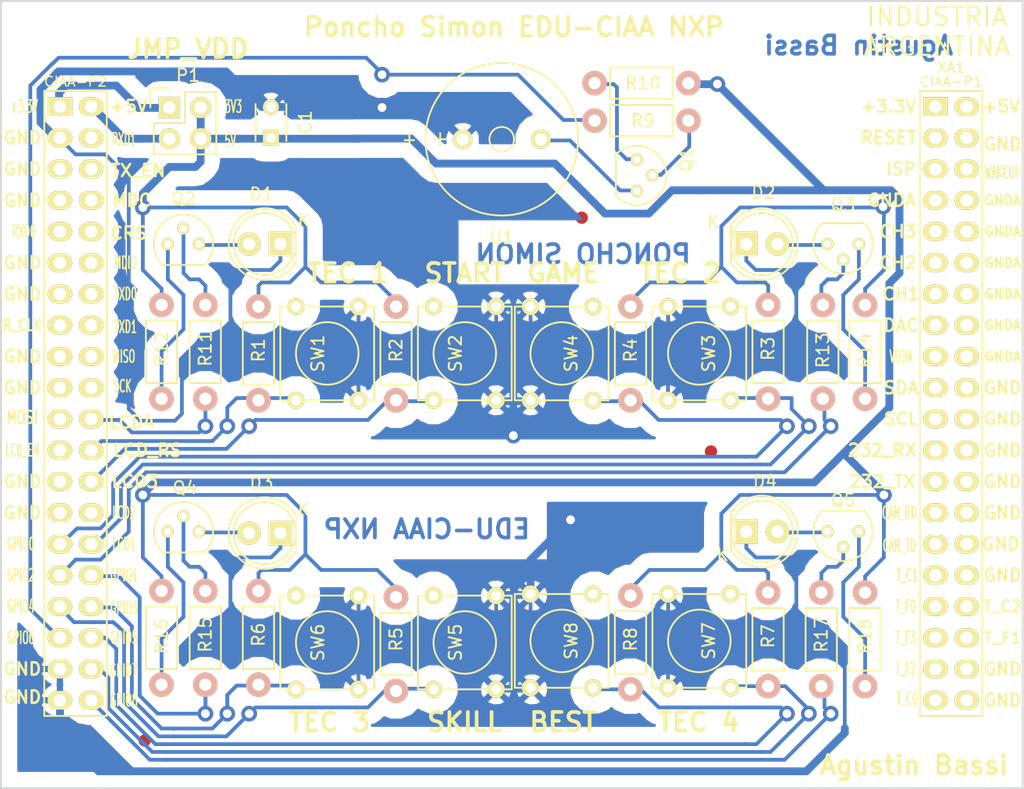
<source format=kicad_pcb>
(kicad_pcb (version 4) (host pcbnew 4.0.2-4+6225~38~ubuntu14.04.1-stable)

  (general
    (links 72)
    (no_connects 13)
    (area 113.244799 52.805699 196.394801 116.955701)
    (thickness 1.6)
    (drawings 21)
    (tracks 518)
    (zones 0)
    (modules 42)
    (nets 33)
  )

  (page A4)
  (title_block
    (title "Poncho Juego Simon EDU-CIAA NXP")
    (date 2016-07-14)
    (rev 1.0)
    (company "Proyecto CIAA")
    (comment 1 "Juan Agustin Bassi")
    (comment 2 "Licencia BSD")
  )

  (layers
    (0 F.Cu signal)
    (31 B.Cu signal)
    (32 B.Adhes user hide)
    (33 F.Adhes user hide)
    (34 B.Paste user hide)
    (35 F.Paste user hide)
    (36 B.SilkS user hide)
    (37 F.SilkS user)
    (38 B.Mask user hide)
    (39 F.Mask user hide)
    (40 Dwgs.User user hide)
    (41 Cmts.User user)
    (42 Eco1.User user hide)
    (43 Eco2.User user hide)
    (44 Edge.Cuts user)
    (45 Margin user hide)
    (46 B.CrtYd user)
    (47 F.CrtYd user)
    (48 B.Fab user hide)
    (49 F.Fab user hide)
  )

  (setup
    (last_trace_width 0.3048)
    (user_trace_width 0.3048)
    (user_trace_width 0.635)
    (trace_clearance 0.254)
    (zone_clearance 1.25)
    (zone_45_only yes)
    (trace_min 0.3048)
    (segment_width 0.2)
    (edge_width 0.15)
    (via_size 1.27)
    (via_drill 0.7112)
    (via_min_size 1.27)
    (via_min_drill 0.7112)
    (user_via 1.27 0.7112)
    (uvia_size 0.508)
    (uvia_drill 0.254)
    (uvias_allowed no)
    (uvia_min_size 0.508)
    (uvia_min_drill 0.254)
    (pcb_text_width 0.3)
    (pcb_text_size 1.5 1.5)
    (mod_edge_width 0.15)
    (mod_text_size 1 1)
    (mod_text_width 0.15)
    (pad_size 1.524 1.524)
    (pad_drill 0.762)
    (pad_to_mask_clearance 0.2)
    (aux_axis_origin 0 0)
    (visible_elements 7FFEDF6F)
    (pcbplotparams
      (layerselection 0x01020_80000001)
      (usegerberextensions false)
      (excludeedgelayer true)
      (linewidth 0.100000)
      (plotframeref false)
      (viasonmask false)
      (mode 1)
      (useauxorigin false)
      (hpglpennumber 1)
      (hpglpenspeed 20)
      (hpglpendiameter 15)
      (hpglpenoverlay 2)
      (psnegative false)
      (psa4output false)
      (plotreference true)
      (plotvalue false)
      (plotinvisibletext false)
      (padsonsilk false)
      (subtractmaskfromsilk false)
      (outputformat 4)
      (mirror false)
      (drillshape 0)
      (scaleselection 1)
      (outputdirectory gerber/pdf/))
  )

  (net 0 "")
  (net 1 "Net-(C1-Pad1)")
  (net 2 GND)
  (net 3 "Net-(D1-Pad2)")
  (net 4 "Net-(D2-Pad2)")
  (net 5 "Net-(D4-Pad2)")
  (net 6 "Net-(Q1-Pad2)")
  (net 7 "Net-(Q1-Pad3)")
  (net 8 "Net-(Q2-Pad2)")
  (net 9 "Net-(Q2-Pad1)")
  (net 10 "Net-(Q3-Pad2)")
  (net 11 "Net-(Q3-Pad1)")
  (net 12 "Net-(Q5-Pad2)")
  (net 13 "Net-(Q5-Pad1)")
  (net 14 /buttons/BTN_LED_1)
  (net 15 /buttons/BTN_CFG_1)
  (net 16 /buttons/BTN_LED_2)
  (net 17 /buttons/BTN_CFG_2)
  (net 18 /buttons/BTN_CFG_3)
  (net 19 /buttons/BTN_LED_4)
  (net 20 "Net-(Q1-Pad1)")
  (net 21 "Net-(D3-Pad2)")
  (net 22 "Net-(Q4-Pad2)")
  (net 23 "Net-(Q4-Pad1)")
  (net 24 /buttons/BTN_LED_3)
  (net 25 /buttons/BTN_CFG_4)
  (net 26 "Net-(P1-Pad1)")
  (net 27 "Net-(P1-Pad3)")
  (net 28 /buzzer/PWM)
  (net 29 /ciaaConector/LED_1)
  (net 30 /ciaaConector/LED_2)
  (net 31 /ciaaConector/LED_3)
  (net 32 /ciaaConector/LED_4)

  (net_class Default "This is the default net class."
    (clearance 0.254)
    (trace_width 0.3048)
    (via_dia 1.27)
    (via_drill 0.7112)
    (uvia_dia 0.508)
    (uvia_drill 0.254)
    (add_net /buttons/BTN_CFG_1)
    (add_net /buttons/BTN_CFG_2)
    (add_net /buttons/BTN_CFG_3)
    (add_net /buttons/BTN_CFG_4)
    (add_net /buttons/BTN_LED_1)
    (add_net /buttons/BTN_LED_2)
    (add_net /buttons/BTN_LED_3)
    (add_net /buttons/BTN_LED_4)
    (add_net /buzzer/PWM)
    (add_net /ciaaConector/LED_1)
    (add_net /ciaaConector/LED_2)
    (add_net /ciaaConector/LED_3)
    (add_net /ciaaConector/LED_4)
    (add_net GND)
    (add_net "Net-(C1-Pad1)")
    (add_net "Net-(D1-Pad2)")
    (add_net "Net-(D2-Pad2)")
    (add_net "Net-(D3-Pad2)")
    (add_net "Net-(D4-Pad2)")
    (add_net "Net-(P1-Pad1)")
    (add_net "Net-(P1-Pad3)")
    (add_net "Net-(Q1-Pad1)")
    (add_net "Net-(Q1-Pad2)")
    (add_net "Net-(Q1-Pad3)")
    (add_net "Net-(Q2-Pad1)")
    (add_net "Net-(Q2-Pad2)")
    (add_net "Net-(Q3-Pad1)")
    (add_net "Net-(Q3-Pad2)")
    (add_net "Net-(Q4-Pad1)")
    (add_net "Net-(Q4-Pad2)")
    (add_net "Net-(Q5-Pad1)")
    (add_net "Net-(Q5-Pad2)")
  )

  (module footprints:Pin_Header_Straight_2x02 (layer F.Cu) (tedit 578F6D5B) (tstamp 5777E0F9)
    (at 127.0078 61.5427)
    (descr "Through hole pin header")
    (tags "pin header")
    (path /57781B52/57781CF6)
    (fp_text reference P1 (at 1.5162 -2.6147) (layer F.SilkS)
      (effects (font (size 1 1) (thickness 0.15)))
    )
    (fp_text value PWR_JUMPER (at 0 -3.1) (layer F.Fab)
      (effects (font (size 1 1) (thickness 0.15)))
    )
    (fp_line (start -1.75 -1.75) (end -1.75 4.3) (layer F.CrtYd) (width 0.05))
    (fp_line (start 4.3 -1.75) (end 4.3 4.3) (layer F.CrtYd) (width 0.05))
    (fp_line (start -1.75 -1.75) (end 4.3 -1.75) (layer F.CrtYd) (width 0.05))
    (fp_line (start -1.75 4.3) (end 4.3 4.3) (layer F.CrtYd) (width 0.05))
    (fp_line (start -1.55 0) (end -1.55 -1.55) (layer F.SilkS) (width 0.15))
    (fp_line (start 0 -1.55) (end -1.55 -1.55) (layer F.SilkS) (width 0.15))
    (fp_line (start -1.27 1.27) (end 1.27 1.27) (layer F.SilkS) (width 0.15))
    (fp_line (start 1.27 1.27) (end 1.27 -1.27) (layer F.SilkS) (width 0.15))
    (fp_line (start 1.27 -1.27) (end 3.81 -1.27) (layer F.SilkS) (width 0.15))
    (fp_line (start 3.81 -1.27) (end 3.81 3.81) (layer F.SilkS) (width 0.15))
    (fp_line (start 3.81 3.81) (end -1.27 3.81) (layer F.SilkS) (width 0.15))
    (fp_line (start -1.27 3.81) (end -1.27 1.27) (layer F.SilkS) (width 0.15))
    (pad 1 thru_hole rect (at 0 0) (size 1.7272 1.7272) (drill 1.016) (layers *.Cu *.Mask F.SilkS)
      (net 26 "Net-(P1-Pad1)"))
    (pad 2 thru_hole oval (at 2.54 0) (size 1.7272 1.7272) (drill 1.016) (layers *.Cu *.Mask F.SilkS)
      (net 1 "Net-(C1-Pad1)"))
    (pad 3 thru_hole oval (at 0 2.54) (size 1.7272 1.7272) (drill 1.016) (layers *.Cu *.Mask F.SilkS)
      (net 27 "Net-(P1-Pad3)"))
    (pad 4 thru_hole oval (at 2.54 2.54) (size 1.7272 1.7272) (drill 1.016) (layers *.Cu *.Mask F.SilkS)
      (net 1 "Net-(C1-Pad1)"))
    (model ${KIPRJMOD}/simonShield.3dshapes/Pin_Header_Straight_2x02.wrl
      (at (xyz 0.05 -0.05 0))
      (scale (xyz 1 1 1))
      (rotate (xyz 0 0 90))
    )
  )

  (module footprints:MagneticBuzzer_ProSignal_ABT-410-RC (layer F.Cu) (tedit 544E5504) (tstamp 5777E1C8)
    (at 157.178971 64.124429 180)
    (descr "Buzzer, Elektromagnetic Beeper, Summer, 1,5V-DC,")
    (tags "Pro Signal, ABT-410-RC,")
    (path /5777F9A1/5777FCBE)
    (fp_text reference U1 (at 3.175 -8.001 180) (layer F.SilkS)
      (effects (font (size 1 1) (thickness 0.15)))
    )
    (fp_text value BUZZER (at 2.17424 8.001 180) (layer F.Fab)
      (effects (font (size 1 1) (thickness 0.15)))
    )
    (fp_line (start 8.17626 -0.50038) (end 8.17626 0.50038) (layer F.SilkS) (width 0.15))
    (fp_line (start 7.67588 0) (end 8.6741 0) (layer F.SilkS) (width 0.15))
    (fp_circle (center 3.175 0) (end 4.17576 0) (layer F.SilkS) (width 0.15))
    (fp_text user + (at 10.67562 0 180) (layer F.SilkS)
      (effects (font (size 1 1) (thickness 0.15)))
    )
    (fp_circle (center 3.175 0) (end 9.37514 0) (layer F.SilkS) (width 0.15))
    (pad 1 thru_hole circle (at 0 0 180) (size 1.6002 1.6002) (drill 1.00076) (layers *.Cu *.Mask F.SilkS)
      (net 7 "Net-(Q1-Pad3)"))
    (pad 2 thru_hole circle (at 6.35 0 180) (size 1.6002 1.6002) (drill 1.00076) (layers *.Cu *.Mask F.SilkS)
      (net 2 GND))
    (model ${KIPRJMOD}/simonShield.3dshapes/MagneticBuzzer_ProSignal_ABT-410-RC.wrl
      (at (xyz 0 0 0))
      (scale (xyz 1 1 1))
      (rotate (xyz 0 0 0))
    )
  )

  (module footprints:Fiducial_1mm (layer F.Cu) (tedit 573E1507) (tstamp 577D60C9)
    (at 125 113)
    (path /577D561F)
    (clearance 1.524)
    (fp_text reference F1 (at 0.02 -0.9) (layer F.SilkS) hide
      (effects (font (size 0.7112 0.4572) (thickness 0.1143)))
    )
    (fp_text value FIDUCIAL (at 0 0.99) (layer F.SilkS) hide
      (effects (font (size 0.254 0.254) (thickness 0.00254)))
    )
    (pad 1 smd circle (at 0 0) (size 1 1) (layers F.Cu F.Mask)
      (solder_mask_margin 1.5))
  )

  (module footprints:Fiducial_1mm (layer F.Cu) (tedit 573E1507) (tstamp 577D60CE)
    (at 160.5 70.5)
    (path /577D5F36)
    (clearance 1.524)
    (fp_text reference F2 (at 0.02 -0.9) (layer F.SilkS) hide
      (effects (font (size 0.7112 0.4572) (thickness 0.1143)))
    )
    (fp_text value FIDUCIAL (at 0 0.99) (layer F.SilkS) hide
      (effects (font (size 0.254 0.254) (thickness 0.00254)))
    )
    (pad 1 smd circle (at 0 0) (size 1 1) (layers F.Cu F.Mask)
      (solder_mask_margin 1.5))
  )

  (module footprints:Fiducial_1mm (layer F.Cu) (tedit 573E1507) (tstamp 577D60D3)
    (at 171 89.5)
    (path /577D5FF6)
    (clearance 1.524)
    (fp_text reference F3 (at 0.02 -0.9) (layer F.SilkS) hide
      (effects (font (size 0.7112 0.4572) (thickness 0.1143)))
    )
    (fp_text value FIDUCIAL (at 0 0.99) (layer F.SilkS) hide
      (effects (font (size 0.254 0.254) (thickness 0.00254)))
    )
    (pad 1 smd circle (at 0 0) (size 1 1) (layers F.Cu F.Mask)
      (solder_mask_margin 1.5))
  )

  (module footprints:LED-5MM (layer F.Cu) (tedit 5570F7EA) (tstamp 578EC322)
    (at 136.017 72.644 180)
    (descr "LED 5mm round vertical")
    (tags "LED 5mm round vertical")
    (path /57780685/57780BD5)
    (fp_text reference D1 (at 1.524 4.064 180) (layer F.SilkS)
      (effects (font (size 1 1) (thickness 0.15)))
    )
    (fp_text value LED (at 1.524 -3.937 180) (layer F.Fab)
      (effects (font (size 1 1) (thickness 0.15)))
    )
    (fp_line (start -1.5 -1.55) (end -1.5 1.55) (layer F.CrtYd) (width 0.05))
    (fp_arc (start 1.3 0) (end -1.5 1.55) (angle -302) (layer F.CrtYd) (width 0.05))
    (fp_arc (start 1.27 0) (end -1.23 -1.5) (angle 297.5) (layer F.SilkS) (width 0.15))
    (fp_line (start -1.23 1.5) (end -1.23 -1.5) (layer F.SilkS) (width 0.15))
    (fp_circle (center 1.27 0) (end 0.97 -2.5) (layer F.SilkS) (width 0.15))
    (fp_text user K (at -1.905 1.905 180) (layer F.SilkS)
      (effects (font (size 1 1) (thickness 0.15)))
    )
    (pad 1 thru_hole rect (at 0 0 270) (size 2 1.9) (drill 1.00076) (layers *.Cu *.Mask F.SilkS)
      (net 2 GND))
    (pad 2 thru_hole circle (at 2.54 0 180) (size 1.9 1.9) (drill 1.00076) (layers *.Cu *.Mask F.SilkS)
      (net 3 "Net-(D1-Pad2)"))
    (model ${KIPRJMOD}/simonShield.3dshapes/LED-5MM.wrl
      (at (xyz 0.05 0 0))
      (scale (xyz 1 1 1))
      (rotate (xyz 0 0 90))
    )
  )

  (module footprints:LED-5MM (layer F.Cu) (tedit 578F747C) (tstamp 578EC32E)
    (at 173.863 72.644)
    (descr "LED 5mm round vertical")
    (tags "LED 5mm round vertical")
    (path /57780685/5779749F)
    (fp_text reference D2 (at 1.397 -4.191) (layer F.SilkS)
      (effects (font (size 1 1) (thickness 0.15)))
    )
    (fp_text value LED (at 1.524 -3.937) (layer F.Fab)
      (effects (font (size 1 1) (thickness 0.15)))
    )
    (fp_line (start -1.5 -1.55) (end -1.5 1.55) (layer F.CrtYd) (width 0.05))
    (fp_arc (start 1.3 0) (end -1.5 1.55) (angle -302) (layer F.CrtYd) (width 0.05))
    (fp_arc (start 1.27 0) (end -1.23 -1.5) (angle 297.5) (layer F.SilkS) (width 0.15))
    (fp_line (start -1.23 1.5) (end -1.23 -1.5) (layer F.SilkS) (width 0.15))
    (fp_circle (center 1.27 0) (end 0.97 -2.5) (layer F.SilkS) (width 0.15))
    (fp_text user K (at -2.667 -1.778) (layer F.SilkS)
      (effects (font (size 1 1) (thickness 0.15)))
    )
    (pad 1 thru_hole rect (at 0 0 90) (size 2 1.9) (drill 1.00076) (layers *.Cu *.Mask F.SilkS)
      (net 2 GND))
    (pad 2 thru_hole circle (at 2.54 0) (size 1.9 1.9) (drill 1.00076) (layers *.Cu *.Mask F.SilkS)
      (net 4 "Net-(D2-Pad2)"))
    (model ${KIPRJMOD}/simonShield.3dshapes/LED-5MM.wrl
      (at (xyz 0.05 0 0))
      (scale (xyz 1 1 1))
      (rotate (xyz 0 0 90))
    )
  )

  (module footprints:LED-5MM (layer F.Cu) (tedit 5570F7EA) (tstamp 578EC33A)
    (at 136.017 96.139 180)
    (descr "LED 5mm round vertical")
    (tags "LED 5mm round vertical")
    (path /57780685/5779752F)
    (fp_text reference D3 (at 1.524 4.064 180) (layer F.SilkS)
      (effects (font (size 1 1) (thickness 0.15)))
    )
    (fp_text value LED (at 1.524 -3.937 180) (layer F.Fab)
      (effects (font (size 1 1) (thickness 0.15)))
    )
    (fp_line (start -1.5 -1.55) (end -1.5 1.55) (layer F.CrtYd) (width 0.05))
    (fp_arc (start 1.3 0) (end -1.5 1.55) (angle -302) (layer F.CrtYd) (width 0.05))
    (fp_arc (start 1.27 0) (end -1.23 -1.5) (angle 297.5) (layer F.SilkS) (width 0.15))
    (fp_line (start -1.23 1.5) (end -1.23 -1.5) (layer F.SilkS) (width 0.15))
    (fp_circle (center 1.27 0) (end 0.97 -2.5) (layer F.SilkS) (width 0.15))
    (fp_text user K (at -1.905 1.905 180) (layer F.SilkS)
      (effects (font (size 1 1) (thickness 0.15)))
    )
    (pad 1 thru_hole rect (at 0 0 270) (size 2 1.9) (drill 1.00076) (layers *.Cu *.Mask F.SilkS)
      (net 2 GND))
    (pad 2 thru_hole circle (at 2.54 0 180) (size 1.9 1.9) (drill 1.00076) (layers *.Cu *.Mask F.SilkS)
      (net 21 "Net-(D3-Pad2)"))
    (model ${KIPRJMOD}/simonShield.3dshapes/LED-5MM.wrl
      (at (xyz 0.05 0 0))
      (scale (xyz 1 1 1))
      (rotate (xyz 0 0 90))
    )
  )

  (module footprints:LED-5MM (layer F.Cu) (tedit 578F6C83) (tstamp 578EC346)
    (at 173.863 96.012)
    (descr "LED 5mm round vertical")
    (tags "LED 5mm round vertical")
    (path /57780685/577975B8)
    (fp_text reference D4 (at 1.524 -4.064) (layer F.SilkS)
      (effects (font (size 1 1) (thickness 0.15)))
    )
    (fp_text value LED (at 1.524 -3.937) (layer F.Fab)
      (effects (font (size 1 1) (thickness 0.15)))
    )
    (fp_line (start -1.5 -1.55) (end -1.5 1.55) (layer F.CrtYd) (width 0.05))
    (fp_arc (start 1.3 0) (end -1.5 1.55) (angle -302) (layer F.CrtYd) (width 0.05))
    (fp_arc (start 1.27 0) (end -1.23 -1.5) (angle 297.5) (layer F.SilkS) (width 0.15))
    (fp_line (start -1.23 1.5) (end -1.23 -1.5) (layer F.SilkS) (width 0.15))
    (fp_circle (center 1.27 0) (end 0.97 -2.5) (layer F.SilkS) (width 0.15))
    (fp_text user K (at -1.905 1.905) (layer F.SilkS)
      (effects (font (size 1 1) (thickness 0.15)))
    )
    (pad 1 thru_hole rect (at 0 0 90) (size 2 1.9) (drill 1.00076) (layers *.Cu *.Mask F.SilkS)
      (net 2 GND))
    (pad 2 thru_hole circle (at 2.54 0) (size 1.9 1.9) (drill 1.00076) (layers *.Cu *.Mask F.SilkS)
      (net 5 "Net-(D4-Pad2)"))
    (model ${KIPRJMOD}/simonShield.3dshapes/LED-5MM.wrl
      (at (xyz 0.05 0 0))
      (scale (xyz 1 1 1))
      (rotate (xyz 0 0 90))
    )
  )

  (module footprints:TO-92_Molded_Narrow (layer F.Cu) (tedit 54F242E1) (tstamp 578EC354)
    (at 164.973 65.786 270)
    (descr "TO-92 leads molded, narrow, drill 0.6mm (see NXP sot054_po.pdf)")
    (tags "to-92 sc-43 sc-43a sot54 PA33 transistor")
    (path /5777F9A1/5777FCC6)
    (fp_text reference Q1 (at 0 -4 270) (layer F.SilkS)
      (effects (font (size 1 1) (thickness 0.15)))
    )
    (fp_text value BC547 (at 0 3 270) (layer F.Fab)
      (effects (font (size 1 1) (thickness 0.15)))
    )
    (fp_line (start -1.4 1.95) (end -1.4 -2.65) (layer F.CrtYd) (width 0.05))
    (fp_line (start -1.4 1.95) (end 3.9 1.95) (layer F.CrtYd) (width 0.05))
    (fp_line (start -0.43 1.7) (end 2.97 1.7) (layer F.SilkS) (width 0.15))
    (fp_arc (start 1.27 0) (end 1.27 -2.4) (angle -135) (layer F.SilkS) (width 0.15))
    (fp_arc (start 1.27 0) (end 1.27 -2.4) (angle 135) (layer F.SilkS) (width 0.15))
    (fp_line (start -1.4 -2.65) (end 3.9 -2.65) (layer F.CrtYd) (width 0.05))
    (fp_line (start 3.9 1.95) (end 3.9 -2.65) (layer F.CrtYd) (width 0.05))
    (pad 2 thru_hole circle (at 1.27 -1.27) (size 1.00076 1.00076) (drill 0.6) (layers *.Cu *.Mask F.SilkS)
      (net 6 "Net-(Q1-Pad2)"))
    (pad 3 thru_hole circle (at 2.54 0) (size 1.00076 1.00076) (drill 0.6) (layers *.Cu *.Mask F.SilkS)
      (net 7 "Net-(Q1-Pad3)"))
    (pad 1 thru_hole circle (at 0 0) (size 1.00076 1.00076) (drill 0.6) (layers *.Cu *.Mask F.SilkS)
      (net 20 "Net-(Q1-Pad1)"))
    (model ${KIPRJMOD}/simonShield.3dshapes/TO-92_Molded_Narrow.wrl
      (at (xyz 0.05 0 0))
      (scale (xyz 1 1 1))
      (rotate (xyz 0 0 -90))
    )
  )

  (module footprints:TO-92_Molded_Narrow (layer F.Cu) (tedit 578F6D42) (tstamp 578EC362)
    (at 126.873 72.644)
    (descr "TO-92 leads molded, narrow, drill 0.6mm (see NXP sot054_po.pdf)")
    (tags "to-92 sc-43 sc-43a sot54 PA33 transistor")
    (path /57780685/57780BC0)
    (fp_text reference Q2 (at 1.27 -3.683) (layer F.SilkS)
      (effects (font (size 1 1) (thickness 0.15)))
    )
    (fp_text value BC547 (at 0 3) (layer F.Fab)
      (effects (font (size 1 1) (thickness 0.15)))
    )
    (fp_line (start -1.4 1.95) (end -1.4 -2.65) (layer F.CrtYd) (width 0.05))
    (fp_line (start -1.4 1.95) (end 3.9 1.95) (layer F.CrtYd) (width 0.05))
    (fp_line (start -0.43 1.7) (end 2.97 1.7) (layer F.SilkS) (width 0.15))
    (fp_arc (start 1.27 0) (end 1.27 -2.4) (angle -135) (layer F.SilkS) (width 0.15))
    (fp_arc (start 1.27 0) (end 1.27 -2.4) (angle 135) (layer F.SilkS) (width 0.15))
    (fp_line (start -1.4 -2.65) (end 3.9 -2.65) (layer F.CrtYd) (width 0.05))
    (fp_line (start 3.9 1.95) (end 3.9 -2.65) (layer F.CrtYd) (width 0.05))
    (pad 2 thru_hole circle (at 1.27 -1.27 90) (size 1.00076 1.00076) (drill 0.6) (layers *.Cu *.Mask F.SilkS)
      (net 8 "Net-(Q2-Pad2)"))
    (pad 3 thru_hole circle (at 2.54 0 90) (size 1.00076 1.00076) (drill 0.6) (layers *.Cu *.Mask F.SilkS)
      (net 3 "Net-(D1-Pad2)"))
    (pad 1 thru_hole circle (at 0 0 90) (size 1.00076 1.00076) (drill 0.6) (layers *.Cu *.Mask F.SilkS)
      (net 9 "Net-(Q2-Pad1)"))
    (model ${KIPRJMOD}/simonShield.3dshapes/TO-92_Molded_Narrow.wrl
      (at (xyz 0.05 0 0))
      (scale (xyz 1 1 1))
      (rotate (xyz 0 0 -90))
    )
  )

  (module footprints:TO-92_Molded_Narrow (layer F.Cu) (tedit 578F6BAB) (tstamp 578EC370)
    (at 183.007 72.644 180)
    (descr "TO-92 leads molded, narrow, drill 0.6mm (see NXP sot054_po.pdf)")
    (tags "to-92 sc-43 sc-43a sot54 PA33 transistor")
    (path /57780685/57780BE3)
    (fp_text reference Q3 (at 1.27 3.175 180) (layer F.SilkS)
      (effects (font (size 1 1) (thickness 0.15)))
    )
    (fp_text value BC547 (at 0 3 180) (layer F.Fab)
      (effects (font (size 1 1) (thickness 0.15)))
    )
    (fp_line (start -1.4 1.95) (end -1.4 -2.65) (layer F.CrtYd) (width 0.05))
    (fp_line (start -1.4 1.95) (end 3.9 1.95) (layer F.CrtYd) (width 0.05))
    (fp_line (start -0.43 1.7) (end 2.97 1.7) (layer F.SilkS) (width 0.15))
    (fp_arc (start 1.27 0) (end 1.27 -2.4) (angle -135) (layer F.SilkS) (width 0.15))
    (fp_arc (start 1.27 0) (end 1.27 -2.4) (angle 135) (layer F.SilkS) (width 0.15))
    (fp_line (start -1.4 -2.65) (end 3.9 -2.65) (layer F.CrtYd) (width 0.05))
    (fp_line (start 3.9 1.95) (end 3.9 -2.65) (layer F.CrtYd) (width 0.05))
    (pad 2 thru_hole circle (at 1.27 -1.27 270) (size 1.00076 1.00076) (drill 0.6) (layers *.Cu *.Mask F.SilkS)
      (net 10 "Net-(Q3-Pad2)"))
    (pad 3 thru_hole circle (at 2.54 0 270) (size 1.00076 1.00076) (drill 0.6) (layers *.Cu *.Mask F.SilkS)
      (net 4 "Net-(D2-Pad2)"))
    (pad 1 thru_hole circle (at 0 0 270) (size 1.00076 1.00076) (drill 0.6) (layers *.Cu *.Mask F.SilkS)
      (net 11 "Net-(Q3-Pad1)"))
    (model ${KIPRJMOD}/simonShield.3dshapes/TO-92_Molded_Narrow.wrl
      (at (xyz 0.05 0 0))
      (scale (xyz 1 1 1))
      (rotate (xyz 0 0 -90))
    )
  )

  (module footprints:TO-92_Molded_Narrow (layer F.Cu) (tedit 578F6CF3) (tstamp 578EC37E)
    (at 126.873 96.012)
    (descr "TO-92 leads molded, narrow, drill 0.6mm (see NXP sot054_po.pdf)")
    (tags "to-92 sc-43 sc-43a sot54 PA33 transistor")
    (path /57780685/57780C0C)
    (fp_text reference Q4 (at 1.397 -3.556) (layer F.SilkS)
      (effects (font (size 1 1) (thickness 0.15)))
    )
    (fp_text value BC547 (at 0 3) (layer F.Fab)
      (effects (font (size 1 1) (thickness 0.15)))
    )
    (fp_line (start -1.4 1.95) (end -1.4 -2.65) (layer F.CrtYd) (width 0.05))
    (fp_line (start -1.4 1.95) (end 3.9 1.95) (layer F.CrtYd) (width 0.05))
    (fp_line (start -0.43 1.7) (end 2.97 1.7) (layer F.SilkS) (width 0.15))
    (fp_arc (start 1.27 0) (end 1.27 -2.4) (angle -135) (layer F.SilkS) (width 0.15))
    (fp_arc (start 1.27 0) (end 1.27 -2.4) (angle 135) (layer F.SilkS) (width 0.15))
    (fp_line (start -1.4 -2.65) (end 3.9 -2.65) (layer F.CrtYd) (width 0.05))
    (fp_line (start 3.9 1.95) (end 3.9 -2.65) (layer F.CrtYd) (width 0.05))
    (pad 2 thru_hole circle (at 1.27 -1.27 90) (size 1.00076 1.00076) (drill 0.6) (layers *.Cu *.Mask F.SilkS)
      (net 22 "Net-(Q4-Pad2)"))
    (pad 3 thru_hole circle (at 2.54 0 90) (size 1.00076 1.00076) (drill 0.6) (layers *.Cu *.Mask F.SilkS)
      (net 21 "Net-(D3-Pad2)"))
    (pad 1 thru_hole circle (at 0 0 90) (size 1.00076 1.00076) (drill 0.6) (layers *.Cu *.Mask F.SilkS)
      (net 23 "Net-(Q4-Pad1)"))
    (model ${KIPRJMOD}/simonShield.3dshapes/TO-92_Molded_Narrow.wrl
      (at (xyz 0.05 0 0))
      (scale (xyz 1 1 1))
      (rotate (xyz 0 0 -90))
    )
  )

  (module footprints:TO-92_Molded_Narrow (layer F.Cu) (tedit 578F6C7D) (tstamp 578EC38C)
    (at 183.007 96.012 180)
    (descr "TO-92 leads molded, narrow, drill 0.6mm (see NXP sot054_po.pdf)")
    (tags "to-92 sc-43 sc-43a sot54 PA33 transistor")
    (path /57780685/57780C35)
    (fp_text reference Q5 (at 1.27 2.54 180) (layer F.SilkS)
      (effects (font (size 1 1) (thickness 0.15)))
    )
    (fp_text value BC547 (at 0 3 180) (layer F.Fab)
      (effects (font (size 1 1) (thickness 0.15)))
    )
    (fp_line (start -1.4 1.95) (end -1.4 -2.65) (layer F.CrtYd) (width 0.05))
    (fp_line (start -1.4 1.95) (end 3.9 1.95) (layer F.CrtYd) (width 0.05))
    (fp_line (start -0.43 1.7) (end 2.97 1.7) (layer F.SilkS) (width 0.15))
    (fp_arc (start 1.27 0) (end 1.27 -2.4) (angle -135) (layer F.SilkS) (width 0.15))
    (fp_arc (start 1.27 0) (end 1.27 -2.4) (angle 135) (layer F.SilkS) (width 0.15))
    (fp_line (start -1.4 -2.65) (end 3.9 -2.65) (layer F.CrtYd) (width 0.05))
    (fp_line (start 3.9 1.95) (end 3.9 -2.65) (layer F.CrtYd) (width 0.05))
    (pad 2 thru_hole circle (at 1.27 -1.27 270) (size 1.00076 1.00076) (drill 0.6) (layers *.Cu *.Mask F.SilkS)
      (net 12 "Net-(Q5-Pad2)"))
    (pad 3 thru_hole circle (at 2.54 0 270) (size 1.00076 1.00076) (drill 0.6) (layers *.Cu *.Mask F.SilkS)
      (net 5 "Net-(D4-Pad2)"))
    (pad 1 thru_hole circle (at 0 0 270) (size 1.00076 1.00076) (drill 0.6) (layers *.Cu *.Mask F.SilkS)
      (net 13 "Net-(Q5-Pad1)"))
    (model ${KIPRJMOD}/simonShield.3dshapes/TO-92_Molded_Narrow.wrl
      (at (xyz 0.05 0 0))
      (scale (xyz 1 1 1))
      (rotate (xyz 0 0 -90))
    )
  )

  (module footprints:Resistor_Horizontal_RM7mm (layer F.Cu) (tedit 578F6A0F) (tstamp 578EC39A)
    (at 134.239 85.344 90)
    (descr "Resistor, Axial,  RM 7.62mm, 1/3W,")
    (tags "Resistor Axial RM 7.62mm 1/3W R3")
    (path /5777D5BA/5777DBC2)
    (fp_text reference R1 (at 4.064 0 90) (layer F.SilkS)
      (effects (font (size 1 1) (thickness 0.15)))
    )
    (fp_text value 3K3 (at 3.81 3.81 90) (layer F.Fab)
      (effects (font (size 1 1) (thickness 0.15)))
    )
    (fp_line (start -1.25 -1.5) (end 8.85 -1.5) (layer F.CrtYd) (width 0.05))
    (fp_line (start -1.25 1.5) (end -1.25 -1.5) (layer F.CrtYd) (width 0.05))
    (fp_line (start 8.85 -1.5) (end 8.85 1.5) (layer F.CrtYd) (width 0.05))
    (fp_line (start -1.25 1.5) (end 8.85 1.5) (layer F.CrtYd) (width 0.05))
    (fp_line (start 1.27 -1.27) (end 6.35 -1.27) (layer F.SilkS) (width 0.15))
    (fp_line (start 6.35 -1.27) (end 6.35 1.27) (layer F.SilkS) (width 0.15))
    (fp_line (start 6.35 1.27) (end 1.27 1.27) (layer F.SilkS) (width 0.15))
    (fp_line (start 1.27 1.27) (end 1.27 -1.27) (layer F.SilkS) (width 0.15))
    (pad 1 thru_hole circle (at 0 0 90) (size 1.99898 1.99898) (drill 1.00076) (layers *.Cu *.SilkS *.Mask)
      (net 14 /buttons/BTN_LED_1))
    (pad 2 thru_hole circle (at 7.62 0 90) (size 1.99898 1.99898) (drill 1.00076) (layers *.Cu *.SilkS *.Mask))
    (model ${KIPRJMOD}/simonShield.3dshapes/Resistor_Horizontal_RM10mm.wrl
      (at (xyz 0.15 0 0))
      (scale (xyz 0.3 0.3 0.3))
      (rotate (xyz 0 0 0))
    )
  )

  (module footprints:Resistor_Horizontal_RM7mm (layer F.Cu) (tedit 578F6A29) (tstamp 578EC3A8)
    (at 145.415 85.344 90)
    (descr "Resistor, Axial,  RM 7.62mm, 1/3W,")
    (tags "Resistor Axial RM 7.62mm 1/3W R3")
    (path /5777D5BA/5779693E)
    (fp_text reference R2 (at 4.064 0 90) (layer F.SilkS)
      (effects (font (size 1 1) (thickness 0.15)))
    )
    (fp_text value 3K3 (at 3.81 3.81 90) (layer F.Fab)
      (effects (font (size 1 1) (thickness 0.15)))
    )
    (fp_line (start -1.25 -1.5) (end 8.85 -1.5) (layer F.CrtYd) (width 0.05))
    (fp_line (start -1.25 1.5) (end -1.25 -1.5) (layer F.CrtYd) (width 0.05))
    (fp_line (start 8.85 -1.5) (end 8.85 1.5) (layer F.CrtYd) (width 0.05))
    (fp_line (start -1.25 1.5) (end 8.85 1.5) (layer F.CrtYd) (width 0.05))
    (fp_line (start 1.27 -1.27) (end 6.35 -1.27) (layer F.SilkS) (width 0.15))
    (fp_line (start 6.35 -1.27) (end 6.35 1.27) (layer F.SilkS) (width 0.15))
    (fp_line (start 6.35 1.27) (end 1.27 1.27) (layer F.SilkS) (width 0.15))
    (fp_line (start 1.27 1.27) (end 1.27 -1.27) (layer F.SilkS) (width 0.15))
    (pad 1 thru_hole circle (at 0 0 90) (size 1.99898 1.99898) (drill 1.00076) (layers *.Cu *.SilkS *.Mask)
      (net 15 /buttons/BTN_CFG_1))
    (pad 2 thru_hole circle (at 7.62 0 90) (size 1.99898 1.99898) (drill 1.00076) (layers *.Cu *.SilkS *.Mask))
    (model ${KIPRJMOD}/simonShield.3dshapes/Resistor_Horizontal_RM10mm.wrl
      (at (xyz 0.15 0 0))
      (scale (xyz 0.3 0.3 0.3))
      (rotate (xyz 0 0 0))
    )
  )

  (module footprints:Resistor_Horizontal_RM7mm (layer F.Cu) (tedit 578F6A50) (tstamp 578EC3B6)
    (at 175.641 85.217 90)
    (descr "Resistor, Axial,  RM 7.62mm, 1/3W,")
    (tags "Resistor Axial RM 7.62mm 1/3W R3")
    (path /5777D5BA/577967E7)
    (fp_text reference R3 (at 4.064 0 90) (layer F.SilkS)
      (effects (font (size 1 1) (thickness 0.15)))
    )
    (fp_text value 3K3 (at 3.81 3.81 90) (layer F.Fab)
      (effects (font (size 1 1) (thickness 0.15)))
    )
    (fp_line (start -1.25 -1.5) (end 8.85 -1.5) (layer F.CrtYd) (width 0.05))
    (fp_line (start -1.25 1.5) (end -1.25 -1.5) (layer F.CrtYd) (width 0.05))
    (fp_line (start 8.85 -1.5) (end 8.85 1.5) (layer F.CrtYd) (width 0.05))
    (fp_line (start -1.25 1.5) (end 8.85 1.5) (layer F.CrtYd) (width 0.05))
    (fp_line (start 1.27 -1.27) (end 6.35 -1.27) (layer F.SilkS) (width 0.15))
    (fp_line (start 6.35 -1.27) (end 6.35 1.27) (layer F.SilkS) (width 0.15))
    (fp_line (start 6.35 1.27) (end 1.27 1.27) (layer F.SilkS) (width 0.15))
    (fp_line (start 1.27 1.27) (end 1.27 -1.27) (layer F.SilkS) (width 0.15))
    (pad 1 thru_hole circle (at 0 0 90) (size 1.99898 1.99898) (drill 1.00076) (layers *.Cu *.SilkS *.Mask)
      (net 16 /buttons/BTN_LED_2))
    (pad 2 thru_hole circle (at 7.62 0 90) (size 1.99898 1.99898) (drill 1.00076) (layers *.Cu *.SilkS *.Mask))
    (model ${KIPRJMOD}/simonShield.3dshapes/Resistor_Horizontal_RM10mm.wrl
      (at (xyz 0.15 0 0))
      (scale (xyz 0.3 0.3 0.3))
      (rotate (xyz 0 0 0))
    )
  )

  (module footprints:Resistor_Horizontal_RM7mm (layer F.Cu) (tedit 578F6A55) (tstamp 578EC3C4)
    (at 164.465 85.344 90)
    (descr "Resistor, Axial,  RM 7.62mm, 1/3W,")
    (tags "Resistor Axial RM 7.62mm 1/3W R3")
    (path /5777D5BA/577969F3)
    (fp_text reference R4 (at 4.064 0 90) (layer F.SilkS)
      (effects (font (size 1 1) (thickness 0.15)))
    )
    (fp_text value 3K3 (at 3.81 3.81 90) (layer F.Fab)
      (effects (font (size 1 1) (thickness 0.15)))
    )
    (fp_line (start -1.25 -1.5) (end 8.85 -1.5) (layer F.CrtYd) (width 0.05))
    (fp_line (start -1.25 1.5) (end -1.25 -1.5) (layer F.CrtYd) (width 0.05))
    (fp_line (start 8.85 -1.5) (end 8.85 1.5) (layer F.CrtYd) (width 0.05))
    (fp_line (start -1.25 1.5) (end 8.85 1.5) (layer F.CrtYd) (width 0.05))
    (fp_line (start 1.27 -1.27) (end 6.35 -1.27) (layer F.SilkS) (width 0.15))
    (fp_line (start 6.35 -1.27) (end 6.35 1.27) (layer F.SilkS) (width 0.15))
    (fp_line (start 6.35 1.27) (end 1.27 1.27) (layer F.SilkS) (width 0.15))
    (fp_line (start 1.27 1.27) (end 1.27 -1.27) (layer F.SilkS) (width 0.15))
    (pad 1 thru_hole circle (at 0 0 90) (size 1.99898 1.99898) (drill 1.00076) (layers *.Cu *.SilkS *.Mask)
      (net 17 /buttons/BTN_CFG_2))
    (pad 2 thru_hole circle (at 7.62 0 90) (size 1.99898 1.99898) (drill 1.00076) (layers *.Cu *.SilkS *.Mask))
    (model ${KIPRJMOD}/simonShield.3dshapes/Resistor_Horizontal_RM10mm.wrl
      (at (xyz 0.15 0 0))
      (scale (xyz 0.3 0.3 0.3))
      (rotate (xyz 0 0 0))
    )
  )

  (module footprints:Resistor_Horizontal_RM7mm (layer F.Cu) (tedit 578F6A7A) (tstamp 578EC3D2)
    (at 145.415 108.966 90)
    (descr "Resistor, Axial,  RM 7.62mm, 1/3W,")
    (tags "Resistor Axial RM 7.62mm 1/3W R3")
    (path /5777D5BA/57796847)
    (fp_text reference R5 (at 4.191 0 90) (layer F.SilkS)
      (effects (font (size 1 1) (thickness 0.15)))
    )
    (fp_text value 3K3 (at 3.81 3.81 90) (layer F.Fab)
      (effects (font (size 1 1) (thickness 0.15)))
    )
    (fp_line (start -1.25 -1.5) (end 8.85 -1.5) (layer F.CrtYd) (width 0.05))
    (fp_line (start -1.25 1.5) (end -1.25 -1.5) (layer F.CrtYd) (width 0.05))
    (fp_line (start 8.85 -1.5) (end 8.85 1.5) (layer F.CrtYd) (width 0.05))
    (fp_line (start -1.25 1.5) (end 8.85 1.5) (layer F.CrtYd) (width 0.05))
    (fp_line (start 1.27 -1.27) (end 6.35 -1.27) (layer F.SilkS) (width 0.15))
    (fp_line (start 6.35 -1.27) (end 6.35 1.27) (layer F.SilkS) (width 0.15))
    (fp_line (start 6.35 1.27) (end 1.27 1.27) (layer F.SilkS) (width 0.15))
    (fp_line (start 1.27 1.27) (end 1.27 -1.27) (layer F.SilkS) (width 0.15))
    (pad 1 thru_hole circle (at 0 0 90) (size 1.99898 1.99898) (drill 1.00076) (layers *.Cu *.SilkS *.Mask)
      (net 24 /buttons/BTN_LED_3))
    (pad 2 thru_hole circle (at 7.62 0 90) (size 1.99898 1.99898) (drill 1.00076) (layers *.Cu *.SilkS *.Mask))
    (model ${KIPRJMOD}/simonShield.3dshapes/Resistor_Horizontal_RM10mm.wrl
      (at (xyz 0.15 0 0))
      (scale (xyz 0.3 0.3 0.3))
      (rotate (xyz 0 0 0))
    )
  )

  (module footprints:Resistor_Horizontal_RM7mm (layer F.Cu) (tedit 578F6A7F) (tstamp 578EC3E0)
    (at 134.239 108.458 90)
    (descr "Resistor, Axial,  RM 7.62mm, 1/3W,")
    (tags "Resistor Axial RM 7.62mm 1/3W R3")
    (path /5777D5BA/57796A6F)
    (fp_text reference R6 (at 4.064 0 90) (layer F.SilkS)
      (effects (font (size 1 1) (thickness 0.15)))
    )
    (fp_text value 3K3 (at 3.81 3.81 90) (layer F.Fab)
      (effects (font (size 1 1) (thickness 0.15)))
    )
    (fp_line (start -1.25 -1.5) (end 8.85 -1.5) (layer F.CrtYd) (width 0.05))
    (fp_line (start -1.25 1.5) (end -1.25 -1.5) (layer F.CrtYd) (width 0.05))
    (fp_line (start 8.85 -1.5) (end 8.85 1.5) (layer F.CrtYd) (width 0.05))
    (fp_line (start -1.25 1.5) (end 8.85 1.5) (layer F.CrtYd) (width 0.05))
    (fp_line (start 1.27 -1.27) (end 6.35 -1.27) (layer F.SilkS) (width 0.15))
    (fp_line (start 6.35 -1.27) (end 6.35 1.27) (layer F.SilkS) (width 0.15))
    (fp_line (start 6.35 1.27) (end 1.27 1.27) (layer F.SilkS) (width 0.15))
    (fp_line (start 1.27 1.27) (end 1.27 -1.27) (layer F.SilkS) (width 0.15))
    (pad 1 thru_hole circle (at 0 0 90) (size 1.99898 1.99898) (drill 1.00076) (layers *.Cu *.SilkS *.Mask)
      (net 18 /buttons/BTN_CFG_3))
    (pad 2 thru_hole circle (at 7.62 0 90) (size 1.99898 1.99898) (drill 1.00076) (layers *.Cu *.SilkS *.Mask))
    (model ${KIPRJMOD}/simonShield.3dshapes/Resistor_Horizontal_RM10mm.wrl
      (at (xyz 0.15 0 0))
      (scale (xyz 0.3 0.3 0.3))
      (rotate (xyz 0 0 0))
    )
  )

  (module footprints:Resistor_Horizontal_RM7mm (layer F.Cu) (tedit 578F6A6E) (tstamp 578EC3EE)
    (at 175.641 108.585 90)
    (descr "Resistor, Axial,  RM 7.62mm, 1/3W,")
    (tags "Resistor Axial RM 7.62mm 1/3W R3")
    (path /5777D5BA/577968BC)
    (fp_text reference R7 (at 4.064 0 90) (layer F.SilkS)
      (effects (font (size 1 1) (thickness 0.15)))
    )
    (fp_text value 3K3 (at 3.81 3.81 90) (layer F.Fab)
      (effects (font (size 1 1) (thickness 0.15)))
    )
    (fp_line (start -1.25 -1.5) (end 8.85 -1.5) (layer F.CrtYd) (width 0.05))
    (fp_line (start -1.25 1.5) (end -1.25 -1.5) (layer F.CrtYd) (width 0.05))
    (fp_line (start 8.85 -1.5) (end 8.85 1.5) (layer F.CrtYd) (width 0.05))
    (fp_line (start -1.25 1.5) (end 8.85 1.5) (layer F.CrtYd) (width 0.05))
    (fp_line (start 1.27 -1.27) (end 6.35 -1.27) (layer F.SilkS) (width 0.15))
    (fp_line (start 6.35 -1.27) (end 6.35 1.27) (layer F.SilkS) (width 0.15))
    (fp_line (start 6.35 1.27) (end 1.27 1.27) (layer F.SilkS) (width 0.15))
    (fp_line (start 1.27 1.27) (end 1.27 -1.27) (layer F.SilkS) (width 0.15))
    (pad 1 thru_hole circle (at 0 0 90) (size 1.99898 1.99898) (drill 1.00076) (layers *.Cu *.SilkS *.Mask)
      (net 19 /buttons/BTN_LED_4))
    (pad 2 thru_hole circle (at 7.62 0 90) (size 1.99898 1.99898) (drill 1.00076) (layers *.Cu *.SilkS *.Mask))
    (model ${KIPRJMOD}/simonShield.3dshapes/Resistor_Horizontal_RM10mm.wrl
      (at (xyz 0.15 0 0))
      (scale (xyz 0.3 0.3 0.3))
      (rotate (xyz 0 0 0))
    )
  )

  (module footprints:Resistor_Horizontal_RM7mm (layer F.Cu) (tedit 578F6A74) (tstamp 578EC3FC)
    (at 164.465 108.839 90)
    (descr "Resistor, Axial,  RM 7.62mm, 1/3W,")
    (tags "Resistor Axial RM 7.62mm 1/3W R3")
    (path /5777D5BA/57796AEC)
    (fp_text reference R8 (at 4.064 0 90) (layer F.SilkS)
      (effects (font (size 1 1) (thickness 0.15)))
    )
    (fp_text value 3K3 (at 3.81 3.81 90) (layer F.Fab)
      (effects (font (size 1 1) (thickness 0.15)))
    )
    (fp_line (start -1.25 -1.5) (end 8.85 -1.5) (layer F.CrtYd) (width 0.05))
    (fp_line (start -1.25 1.5) (end -1.25 -1.5) (layer F.CrtYd) (width 0.05))
    (fp_line (start 8.85 -1.5) (end 8.85 1.5) (layer F.CrtYd) (width 0.05))
    (fp_line (start -1.25 1.5) (end 8.85 1.5) (layer F.CrtYd) (width 0.05))
    (fp_line (start 1.27 -1.27) (end 6.35 -1.27) (layer F.SilkS) (width 0.15))
    (fp_line (start 6.35 -1.27) (end 6.35 1.27) (layer F.SilkS) (width 0.15))
    (fp_line (start 6.35 1.27) (end 1.27 1.27) (layer F.SilkS) (width 0.15))
    (fp_line (start 1.27 1.27) (end 1.27 -1.27) (layer F.SilkS) (width 0.15))
    (pad 1 thru_hole circle (at 0 0 90) (size 1.99898 1.99898) (drill 1.00076) (layers *.Cu *.SilkS *.Mask)
      (net 25 /buttons/BTN_CFG_4))
    (pad 2 thru_hole circle (at 7.62 0 90) (size 1.99898 1.99898) (drill 1.00076) (layers *.Cu *.SilkS *.Mask))
    (model ${KIPRJMOD}/simonShield.3dshapes/Resistor_Horizontal_RM10mm.wrl
      (at (xyz 0.15 0 0))
      (scale (xyz 0.3 0.3 0.3))
      (rotate (xyz 0 0 0))
    )
  )

  (module footprints:Resistor_Horizontal_RM7mm (layer F.Cu) (tedit 578F6A3C) (tstamp 578EC40A)
    (at 169.164 62.611 180)
    (descr "Resistor, Axial,  RM 7.62mm, 1/3W,")
    (tags "Resistor Axial RM 7.62mm 1/3W R3")
    (path /5777F9A1/5777FCCD)
    (fp_text reference R9 (at 3.683 0 180) (layer F.SilkS)
      (effects (font (size 1 1) (thickness 0.15)))
    )
    (fp_text value 3K3 (at 3.81 3.81 180) (layer F.Fab)
      (effects (font (size 1 1) (thickness 0.15)))
    )
    (fp_line (start -1.25 -1.5) (end 8.85 -1.5) (layer F.CrtYd) (width 0.05))
    (fp_line (start -1.25 1.5) (end -1.25 -1.5) (layer F.CrtYd) (width 0.05))
    (fp_line (start 8.85 -1.5) (end 8.85 1.5) (layer F.CrtYd) (width 0.05))
    (fp_line (start -1.25 1.5) (end 8.85 1.5) (layer F.CrtYd) (width 0.05))
    (fp_line (start 1.27 -1.27) (end 6.35 -1.27) (layer F.SilkS) (width 0.15))
    (fp_line (start 6.35 -1.27) (end 6.35 1.27) (layer F.SilkS) (width 0.15))
    (fp_line (start 6.35 1.27) (end 1.27 1.27) (layer F.SilkS) (width 0.15))
    (fp_line (start 1.27 1.27) (end 1.27 -1.27) (layer F.SilkS) (width 0.15))
    (pad 1 thru_hole circle (at 0 0 180) (size 1.99898 1.99898) (drill 1.00076) (layers *.Cu *.SilkS *.Mask)
      (net 6 "Net-(Q1-Pad2)"))
    (pad 2 thru_hole circle (at 7.62 0 180) (size 1.99898 1.99898) (drill 1.00076) (layers *.Cu *.SilkS *.Mask)
      (net 28 /buzzer/PWM))
    (model ${KIPRJMOD}/simonShield.3dshapes/Resistor_Horizontal_RM10mm.wrl
      (at (xyz 0.15 0 0))
      (scale (xyz 0.3 0.3 0.3))
      (rotate (xyz 0 0 0))
    )
  )

  (module footprints:Resistor_Horizontal_RM7mm (layer F.Cu) (tedit 578F6A36) (tstamp 578EC418)
    (at 169.164 59.563 180)
    (descr "Resistor, Axial,  RM 7.62mm, 1/3W,")
    (tags "Resistor Axial RM 7.62mm 1/3W R3")
    (path /5777F9A1/577960FD)
    (fp_text reference R10 (at 3.683 0 180) (layer F.SilkS)
      (effects (font (size 1 1) (thickness 0.15)))
    )
    (fp_text value 1K (at 3.81 3.81 180) (layer F.Fab)
      (effects (font (size 1 1) (thickness 0.15)))
    )
    (fp_line (start -1.25 -1.5) (end 8.85 -1.5) (layer F.CrtYd) (width 0.05))
    (fp_line (start -1.25 1.5) (end -1.25 -1.5) (layer F.CrtYd) (width 0.05))
    (fp_line (start 8.85 -1.5) (end 8.85 1.5) (layer F.CrtYd) (width 0.05))
    (fp_line (start -1.25 1.5) (end 8.85 1.5) (layer F.CrtYd) (width 0.05))
    (fp_line (start 1.27 -1.27) (end 6.35 -1.27) (layer F.SilkS) (width 0.15))
    (fp_line (start 6.35 -1.27) (end 6.35 1.27) (layer F.SilkS) (width 0.15))
    (fp_line (start 6.35 1.27) (end 1.27 1.27) (layer F.SilkS) (width 0.15))
    (fp_line (start 1.27 1.27) (end 1.27 -1.27) (layer F.SilkS) (width 0.15))
    (pad 1 thru_hole circle (at 0 0 180) (size 1.99898 1.99898) (drill 1.00076) (layers *.Cu *.SilkS *.Mask))
    (pad 2 thru_hole circle (at 7.62 0 180) (size 1.99898 1.99898) (drill 1.00076) (layers *.Cu *.SilkS *.Mask)
      (net 20 "Net-(Q1-Pad1)"))
    (model ${KIPRJMOD}/simonShield.3dshapes/Resistor_Horizontal_RM10mm.wrl
      (at (xyz 0.15 0 0))
      (scale (xyz 0.3 0.3 0.3))
      (rotate (xyz 0 0 0))
    )
  )

  (module footprints:Resistor_Horizontal_RM7mm (layer F.Cu) (tedit 578F6A17) (tstamp 578EC426)
    (at 129.921 85.217 90)
    (descr "Resistor, Axial,  RM 7.62mm, 1/3W,")
    (tags "Resistor Axial RM 7.62mm 1/3W R3")
    (path /57780685/57780BCE)
    (fp_text reference R11 (at 4.064 0 90) (layer F.SilkS)
      (effects (font (size 1 1) (thickness 0.15)))
    )
    (fp_text value 10K (at 3.81 3.81 90) (layer F.Fab)
      (effects (font (size 1 1) (thickness 0.15)))
    )
    (fp_line (start -1.25 -1.5) (end 8.85 -1.5) (layer F.CrtYd) (width 0.05))
    (fp_line (start -1.25 1.5) (end -1.25 -1.5) (layer F.CrtYd) (width 0.05))
    (fp_line (start 8.85 -1.5) (end 8.85 1.5) (layer F.CrtYd) (width 0.05))
    (fp_line (start -1.25 1.5) (end 8.85 1.5) (layer F.CrtYd) (width 0.05))
    (fp_line (start 1.27 -1.27) (end 6.35 -1.27) (layer F.SilkS) (width 0.15))
    (fp_line (start 6.35 -1.27) (end 6.35 1.27) (layer F.SilkS) (width 0.15))
    (fp_line (start 6.35 1.27) (end 1.27 1.27) (layer F.SilkS) (width 0.15))
    (fp_line (start 1.27 1.27) (end 1.27 -1.27) (layer F.SilkS) (width 0.15))
    (pad 1 thru_hole circle (at 0 0 90) (size 1.99898 1.99898) (drill 1.00076) (layers *.Cu *.SilkS *.Mask)
      (net 29 /ciaaConector/LED_1))
    (pad 2 thru_hole circle (at 7.62 0 90) (size 1.99898 1.99898) (drill 1.00076) (layers *.Cu *.SilkS *.Mask)
      (net 8 "Net-(Q2-Pad2)"))
    (model ${KIPRJMOD}/simonShield.3dshapes/Resistor_Horizontal_RM10mm.wrl
      (at (xyz 0.15 0 0))
      (scale (xyz 0.3 0.3 0.3))
      (rotate (xyz 0 0 0))
    )
  )

  (module footprints:Resistor_Horizontal_RM7mm (layer F.Cu) (tedit 578F6A1D) (tstamp 578EC434)
    (at 126.365 85.217 90)
    (descr "Resistor, Axial,  RM 7.62mm, 1/3W,")
    (tags "Resistor Axial RM 7.62mm 1/3W R3")
    (path /57780685/57780BC7)
    (fp_text reference R12 (at 4.064 0 90) (layer F.SilkS)
      (effects (font (size 1 1) (thickness 0.15)))
    )
    (fp_text value 680 (at 3.81 3.81 90) (layer F.Fab)
      (effects (font (size 1 1) (thickness 0.15)))
    )
    (fp_line (start -1.25 -1.5) (end 8.85 -1.5) (layer F.CrtYd) (width 0.05))
    (fp_line (start -1.25 1.5) (end -1.25 -1.5) (layer F.CrtYd) (width 0.05))
    (fp_line (start 8.85 -1.5) (end 8.85 1.5) (layer F.CrtYd) (width 0.05))
    (fp_line (start -1.25 1.5) (end 8.85 1.5) (layer F.CrtYd) (width 0.05))
    (fp_line (start 1.27 -1.27) (end 6.35 -1.27) (layer F.SilkS) (width 0.15))
    (fp_line (start 6.35 -1.27) (end 6.35 1.27) (layer F.SilkS) (width 0.15))
    (fp_line (start 6.35 1.27) (end 1.27 1.27) (layer F.SilkS) (width 0.15))
    (fp_line (start 1.27 1.27) (end 1.27 -1.27) (layer F.SilkS) (width 0.15))
    (pad 1 thru_hole circle (at 0 0 90) (size 1.99898 1.99898) (drill 1.00076) (layers *.Cu *.SilkS *.Mask)
      (net 9 "Net-(Q2-Pad1)"))
    (pad 2 thru_hole circle (at 7.62 0 90) (size 1.99898 1.99898) (drill 1.00076) (layers *.Cu *.SilkS *.Mask))
    (model ${KIPRJMOD}/simonShield.3dshapes/Resistor_Horizontal_RM10mm.wrl
      (at (xyz 0.15 0 0))
      (scale (xyz 0.3 0.3 0.3))
      (rotate (xyz 0 0 0))
    )
  )

  (module footprints:Resistor_Horizontal_RM7mm (layer F.Cu) (tedit 578F6A4A) (tstamp 578EC442)
    (at 180.086 85.217 90)
    (descr "Resistor, Axial,  RM 7.62mm, 1/3W,")
    (tags "Resistor Axial RM 7.62mm 1/3W R3")
    (path /57780685/57796FE6)
    (fp_text reference R13 (at 3.937 0 90) (layer F.SilkS)
      (effects (font (size 1 1) (thickness 0.15)))
    )
    (fp_text value 10K (at 3.81 3.81 90) (layer F.Fab)
      (effects (font (size 1 1) (thickness 0.15)))
    )
    (fp_line (start -1.25 -1.5) (end 8.85 -1.5) (layer F.CrtYd) (width 0.05))
    (fp_line (start -1.25 1.5) (end -1.25 -1.5) (layer F.CrtYd) (width 0.05))
    (fp_line (start 8.85 -1.5) (end 8.85 1.5) (layer F.CrtYd) (width 0.05))
    (fp_line (start -1.25 1.5) (end 8.85 1.5) (layer F.CrtYd) (width 0.05))
    (fp_line (start 1.27 -1.27) (end 6.35 -1.27) (layer F.SilkS) (width 0.15))
    (fp_line (start 6.35 -1.27) (end 6.35 1.27) (layer F.SilkS) (width 0.15))
    (fp_line (start 6.35 1.27) (end 1.27 1.27) (layer F.SilkS) (width 0.15))
    (fp_line (start 1.27 1.27) (end 1.27 -1.27) (layer F.SilkS) (width 0.15))
    (pad 1 thru_hole circle (at 0 0 90) (size 1.99898 1.99898) (drill 1.00076) (layers *.Cu *.SilkS *.Mask)
      (net 30 /ciaaConector/LED_2))
    (pad 2 thru_hole circle (at 7.62 0 90) (size 1.99898 1.99898) (drill 1.00076) (layers *.Cu *.SilkS *.Mask)
      (net 10 "Net-(Q3-Pad2)"))
    (model ${KIPRJMOD}/simonShield.3dshapes/Resistor_Horizontal_RM10mm.wrl
      (at (xyz 0.15 0 0))
      (scale (xyz 0.3 0.3 0.3))
      (rotate (xyz 0 0 0))
    )
  )

  (module footprints:Resistor_Horizontal_RM7mm (layer F.Cu) (tedit 578F6A46) (tstamp 578EC450)
    (at 183.515 85.217 90)
    (descr "Resistor, Axial,  RM 7.62mm, 1/3W,")
    (tags "Resistor Axial RM 7.62mm 1/3W R3")
    (path /57780685/57797169)
    (fp_text reference R14 (at 3.937 0 90) (layer F.SilkS)
      (effects (font (size 1 1) (thickness 0.15)))
    )
    (fp_text value 680 (at 3.81 3.81 90) (layer F.Fab)
      (effects (font (size 1 1) (thickness 0.15)))
    )
    (fp_line (start -1.25 -1.5) (end 8.85 -1.5) (layer F.CrtYd) (width 0.05))
    (fp_line (start -1.25 1.5) (end -1.25 -1.5) (layer F.CrtYd) (width 0.05))
    (fp_line (start 8.85 -1.5) (end 8.85 1.5) (layer F.CrtYd) (width 0.05))
    (fp_line (start -1.25 1.5) (end 8.85 1.5) (layer F.CrtYd) (width 0.05))
    (fp_line (start 1.27 -1.27) (end 6.35 -1.27) (layer F.SilkS) (width 0.15))
    (fp_line (start 6.35 -1.27) (end 6.35 1.27) (layer F.SilkS) (width 0.15))
    (fp_line (start 6.35 1.27) (end 1.27 1.27) (layer F.SilkS) (width 0.15))
    (fp_line (start 1.27 1.27) (end 1.27 -1.27) (layer F.SilkS) (width 0.15))
    (pad 1 thru_hole circle (at 0 0 90) (size 1.99898 1.99898) (drill 1.00076) (layers *.Cu *.SilkS *.Mask)
      (net 11 "Net-(Q3-Pad1)"))
    (pad 2 thru_hole circle (at 7.62 0 90) (size 1.99898 1.99898) (drill 1.00076) (layers *.Cu *.SilkS *.Mask))
    (model ${KIPRJMOD}/simonShield.3dshapes/Resistor_Horizontal_RM10mm.wrl
      (at (xyz 0.15 0 0))
      (scale (xyz 0.3 0.3 0.3))
      (rotate (xyz 0 0 0))
    )
  )

  (module footprints:Resistor_Horizontal_RM7mm (layer F.Cu) (tedit 578F6A83) (tstamp 578EC45E)
    (at 129.921 108.458 90)
    (descr "Resistor, Axial,  RM 7.62mm, 1/3W,")
    (tags "Resistor Axial RM 7.62mm 1/3W R3")
    (path /57780685/5779705E)
    (fp_text reference R15 (at 4.064 0 90) (layer F.SilkS)
      (effects (font (size 1 1) (thickness 0.15)))
    )
    (fp_text value 10K (at 3.81 3.81 90) (layer F.Fab)
      (effects (font (size 1 1) (thickness 0.15)))
    )
    (fp_line (start -1.25 -1.5) (end 8.85 -1.5) (layer F.CrtYd) (width 0.05))
    (fp_line (start -1.25 1.5) (end -1.25 -1.5) (layer F.CrtYd) (width 0.05))
    (fp_line (start 8.85 -1.5) (end 8.85 1.5) (layer F.CrtYd) (width 0.05))
    (fp_line (start -1.25 1.5) (end 8.85 1.5) (layer F.CrtYd) (width 0.05))
    (fp_line (start 1.27 -1.27) (end 6.35 -1.27) (layer F.SilkS) (width 0.15))
    (fp_line (start 6.35 -1.27) (end 6.35 1.27) (layer F.SilkS) (width 0.15))
    (fp_line (start 6.35 1.27) (end 1.27 1.27) (layer F.SilkS) (width 0.15))
    (fp_line (start 1.27 1.27) (end 1.27 -1.27) (layer F.SilkS) (width 0.15))
    (pad 1 thru_hole circle (at 0 0 90) (size 1.99898 1.99898) (drill 1.00076) (layers *.Cu *.SilkS *.Mask)
      (net 31 /ciaaConector/LED_3))
    (pad 2 thru_hole circle (at 7.62 0 90) (size 1.99898 1.99898) (drill 1.00076) (layers *.Cu *.SilkS *.Mask)
      (net 22 "Net-(Q4-Pad2)"))
    (model ${KIPRJMOD}/simonShield.3dshapes/Resistor_Horizontal_RM10mm.wrl
      (at (xyz 0.15 0 0))
      (scale (xyz 0.3 0.3 0.3))
      (rotate (xyz 0 0 0))
    )
  )

  (module footprints:Resistor_Horizontal_RM7mm (layer F.Cu) (tedit 578F6A8B) (tstamp 578EC46C)
    (at 126.365 108.458 90)
    (descr "Resistor, Axial,  RM 7.62mm, 1/3W,")
    (tags "Resistor Axial RM 7.62mm 1/3W R3")
    (path /57780685/577971BC)
    (fp_text reference R16 (at 3.937 0 90) (layer F.SilkS)
      (effects (font (size 1 1) (thickness 0.15)))
    )
    (fp_text value 680 (at 3.81 3.81 90) (layer F.Fab)
      (effects (font (size 1 1) (thickness 0.15)))
    )
    (fp_line (start -1.25 -1.5) (end 8.85 -1.5) (layer F.CrtYd) (width 0.05))
    (fp_line (start -1.25 1.5) (end -1.25 -1.5) (layer F.CrtYd) (width 0.05))
    (fp_line (start 8.85 -1.5) (end 8.85 1.5) (layer F.CrtYd) (width 0.05))
    (fp_line (start -1.25 1.5) (end 8.85 1.5) (layer F.CrtYd) (width 0.05))
    (fp_line (start 1.27 -1.27) (end 6.35 -1.27) (layer F.SilkS) (width 0.15))
    (fp_line (start 6.35 -1.27) (end 6.35 1.27) (layer F.SilkS) (width 0.15))
    (fp_line (start 6.35 1.27) (end 1.27 1.27) (layer F.SilkS) (width 0.15))
    (fp_line (start 1.27 1.27) (end 1.27 -1.27) (layer F.SilkS) (width 0.15))
    (pad 1 thru_hole circle (at 0 0 90) (size 1.99898 1.99898) (drill 1.00076) (layers *.Cu *.SilkS *.Mask)
      (net 23 "Net-(Q4-Pad1)"))
    (pad 2 thru_hole circle (at 7.62 0 90) (size 1.99898 1.99898) (drill 1.00076) (layers *.Cu *.SilkS *.Mask))
    (model ${KIPRJMOD}/simonShield.3dshapes/Resistor_Horizontal_RM10mm.wrl
      (at (xyz 0.15 0 0))
      (scale (xyz 0.3 0.3 0.3))
      (rotate (xyz 0 0 0))
    )
  )

  (module footprints:Resistor_Horizontal_RM7mm (layer F.Cu) (tedit 578F6A68) (tstamp 578EC47A)
    (at 179.959 108.585 90)
    (descr "Resistor, Axial,  RM 7.62mm, 1/3W,")
    (tags "Resistor Axial RM 7.62mm 1/3W R3")
    (path /57780685/577970B7)
    (fp_text reference R17 (at 4.191 0 90) (layer F.SilkS)
      (effects (font (size 1 1) (thickness 0.15)))
    )
    (fp_text value 10K (at 3.81 3.81 90) (layer F.Fab)
      (effects (font (size 1 1) (thickness 0.15)))
    )
    (fp_line (start -1.25 -1.5) (end 8.85 -1.5) (layer F.CrtYd) (width 0.05))
    (fp_line (start -1.25 1.5) (end -1.25 -1.5) (layer F.CrtYd) (width 0.05))
    (fp_line (start 8.85 -1.5) (end 8.85 1.5) (layer F.CrtYd) (width 0.05))
    (fp_line (start -1.25 1.5) (end 8.85 1.5) (layer F.CrtYd) (width 0.05))
    (fp_line (start 1.27 -1.27) (end 6.35 -1.27) (layer F.SilkS) (width 0.15))
    (fp_line (start 6.35 -1.27) (end 6.35 1.27) (layer F.SilkS) (width 0.15))
    (fp_line (start 6.35 1.27) (end 1.27 1.27) (layer F.SilkS) (width 0.15))
    (fp_line (start 1.27 1.27) (end 1.27 -1.27) (layer F.SilkS) (width 0.15))
    (pad 1 thru_hole circle (at 0 0 90) (size 1.99898 1.99898) (drill 1.00076) (layers *.Cu *.SilkS *.Mask)
      (net 32 /ciaaConector/LED_4))
    (pad 2 thru_hole circle (at 7.62 0 90) (size 1.99898 1.99898) (drill 1.00076) (layers *.Cu *.SilkS *.Mask)
      (net 12 "Net-(Q5-Pad2)"))
    (model ${KIPRJMOD}/simonShield.3dshapes/Resistor_Horizontal_RM10mm.wrl
      (at (xyz 0.15 0 0))
      (scale (xyz 0.3 0.3 0.3))
      (rotate (xyz 0 0 0))
    )
  )

  (module footprints:Resistor_Horizontal_RM7mm (layer F.Cu) (tedit 578F6A60) (tstamp 578EC488)
    (at 183.515 108.585 90)
    (descr "Resistor, Axial,  RM 7.62mm, 1/3W,")
    (tags "Resistor Axial RM 7.62mm 1/3W R3")
    (path /57780685/57797248)
    (fp_text reference R18 (at 4.064 0 90) (layer F.SilkS)
      (effects (font (size 1 1) (thickness 0.15)))
    )
    (fp_text value 680 (at 3.81 3.81 90) (layer F.Fab)
      (effects (font (size 1 1) (thickness 0.15)))
    )
    (fp_line (start -1.25 -1.5) (end 8.85 -1.5) (layer F.CrtYd) (width 0.05))
    (fp_line (start -1.25 1.5) (end -1.25 -1.5) (layer F.CrtYd) (width 0.05))
    (fp_line (start 8.85 -1.5) (end 8.85 1.5) (layer F.CrtYd) (width 0.05))
    (fp_line (start -1.25 1.5) (end 8.85 1.5) (layer F.CrtYd) (width 0.05))
    (fp_line (start 1.27 -1.27) (end 6.35 -1.27) (layer F.SilkS) (width 0.15))
    (fp_line (start 6.35 -1.27) (end 6.35 1.27) (layer F.SilkS) (width 0.15))
    (fp_line (start 6.35 1.27) (end 1.27 1.27) (layer F.SilkS) (width 0.15))
    (fp_line (start 1.27 1.27) (end 1.27 -1.27) (layer F.SilkS) (width 0.15))
    (pad 1 thru_hole circle (at 0 0 90) (size 1.99898 1.99898) (drill 1.00076) (layers *.Cu *.SilkS *.Mask)
      (net 13 "Net-(Q5-Pad1)"))
    (pad 2 thru_hole circle (at 7.62 0 90) (size 1.99898 1.99898) (drill 1.00076) (layers *.Cu *.SilkS *.Mask))
    (model ${KIPRJMOD}/simonShield.3dshapes/Resistor_Horizontal_RM10mm.wrl
      (at (xyz 0.15 0 0))
      (scale (xyz 0.3 0.3 0.3))
      (rotate (xyz 0 0 0))
    )
  )

  (module footprints:SW_PUSH_SMALL (layer F.Cu) (tedit 0) (tstamp 578EC495)
    (at 139.827 81.534 90)
    (path /5777D5BA/5777DBBB)
    (fp_text reference SW1 (at 0 -0.762 90) (layer F.SilkS)
      (effects (font (size 1 1) (thickness 0.15)))
    )
    (fp_text value SW_PUSH (at 0 1.016 90) (layer F.Fab)
      (effects (font (size 1 1) (thickness 0.15)))
    )
    (fp_circle (center 0 0) (end 0 -2.54) (layer F.SilkS) (width 0.15))
    (fp_line (start -3.81 -3.81) (end 3.81 -3.81) (layer F.SilkS) (width 0.15))
    (fp_line (start 3.81 -3.81) (end 3.81 3.81) (layer F.SilkS) (width 0.15))
    (fp_line (start 3.81 3.81) (end -3.81 3.81) (layer F.SilkS) (width 0.15))
    (fp_line (start -3.81 -3.81) (end -3.81 3.81) (layer F.SilkS) (width 0.15))
    (pad 1 thru_hole circle (at 3.81 -2.54 90) (size 1.397 1.397) (drill 0.8128) (layers *.Cu *.Mask F.SilkS)
      (net 14 /buttons/BTN_LED_1))
    (pad 2 thru_hole circle (at 3.81 2.54 90) (size 1.397 1.397) (drill 0.8128) (layers *.Cu *.Mask F.SilkS)
      (net 2 GND))
    (pad 1 thru_hole circle (at -3.81 -2.54 90) (size 1.397 1.397) (drill 0.8128) (layers *.Cu *.Mask F.SilkS)
      (net 14 /buttons/BTN_LED_1))
    (pad 2 thru_hole circle (at -3.81 2.54 90) (size 1.397 1.397) (drill 0.8128) (layers *.Cu *.Mask F.SilkS)
      (net 2 GND))
    (model ${KIPRJMOD}/simonShield.3dshapes/SW_PUSH-12mmScaled.wrl
      (at (xyz 0 0 0))
      (scale (xyz 2.5 2.5 2.5))
      (rotate (xyz 0 0 0))
    )
  )

  (module footprints:SW_PUSH_SMALL (layer F.Cu) (tedit 0) (tstamp 578EC4A2)
    (at 151.003 81.534 90)
    (path /5777D5BA/5777DC43)
    (fp_text reference SW2 (at 0 -0.762 90) (layer F.SilkS)
      (effects (font (size 1 1) (thickness 0.15)))
    )
    (fp_text value SW_PUSH (at 0 1.016 90) (layer F.Fab)
      (effects (font (size 1 1) (thickness 0.15)))
    )
    (fp_circle (center 0 0) (end 0 -2.54) (layer F.SilkS) (width 0.15))
    (fp_line (start -3.81 -3.81) (end 3.81 -3.81) (layer F.SilkS) (width 0.15))
    (fp_line (start 3.81 -3.81) (end 3.81 3.81) (layer F.SilkS) (width 0.15))
    (fp_line (start 3.81 3.81) (end -3.81 3.81) (layer F.SilkS) (width 0.15))
    (fp_line (start -3.81 -3.81) (end -3.81 3.81) (layer F.SilkS) (width 0.15))
    (pad 1 thru_hole circle (at 3.81 -2.54 90) (size 1.397 1.397) (drill 0.8128) (layers *.Cu *.Mask F.SilkS)
      (net 15 /buttons/BTN_CFG_1))
    (pad 2 thru_hole circle (at 3.81 2.54 90) (size 1.397 1.397) (drill 0.8128) (layers *.Cu *.Mask F.SilkS)
      (net 2 GND))
    (pad 1 thru_hole circle (at -3.81 -2.54 90) (size 1.397 1.397) (drill 0.8128) (layers *.Cu *.Mask F.SilkS)
      (net 15 /buttons/BTN_CFG_1))
    (pad 2 thru_hole circle (at -3.81 2.54 90) (size 1.397 1.397) (drill 0.8128) (layers *.Cu *.Mask F.SilkS)
      (net 2 GND))
    (model ${KIPRJMOD}/simonShield.3dshapes/SW_PUSH-12mmScaled.wrl
      (at (xyz 0 0 0))
      (scale (xyz 2.5 2.5 2.5))
      (rotate (xyz 0 0 0))
    )
  )

  (module footprints:SW_PUSH_SMALL (layer F.Cu) (tedit 0) (tstamp 578EC4AF)
    (at 170.053 81.534 270)
    (path /5777D5BA/5777DBDD)
    (fp_text reference SW3 (at 0 -0.762 270) (layer F.SilkS)
      (effects (font (size 1 1) (thickness 0.15)))
    )
    (fp_text value SW_PUSH (at 0 1.016 270) (layer F.Fab)
      (effects (font (size 1 1) (thickness 0.15)))
    )
    (fp_circle (center 0 0) (end 0 -2.54) (layer F.SilkS) (width 0.15))
    (fp_line (start -3.81 -3.81) (end 3.81 -3.81) (layer F.SilkS) (width 0.15))
    (fp_line (start 3.81 -3.81) (end 3.81 3.81) (layer F.SilkS) (width 0.15))
    (fp_line (start 3.81 3.81) (end -3.81 3.81) (layer F.SilkS) (width 0.15))
    (fp_line (start -3.81 -3.81) (end -3.81 3.81) (layer F.SilkS) (width 0.15))
    (pad 1 thru_hole circle (at 3.81 -2.54 270) (size 1.397 1.397) (drill 0.8128) (layers *.Cu *.Mask F.SilkS)
      (net 16 /buttons/BTN_LED_2))
    (pad 2 thru_hole circle (at 3.81 2.54 270) (size 1.397 1.397) (drill 0.8128) (layers *.Cu *.Mask F.SilkS)
      (net 2 GND))
    (pad 1 thru_hole circle (at -3.81 -2.54 270) (size 1.397 1.397) (drill 0.8128) (layers *.Cu *.Mask F.SilkS)
      (net 16 /buttons/BTN_LED_2))
    (pad 2 thru_hole circle (at -3.81 2.54 270) (size 1.397 1.397) (drill 0.8128) (layers *.Cu *.Mask F.SilkS)
      (net 2 GND))
    (model ${KIPRJMOD}/simonShield.3dshapes/SW_PUSH-12mmScaled.wrl
      (at (xyz 0 0 0))
      (scale (xyz 2.5 2.5 2.5))
      (rotate (xyz 0 0 0))
    )
  )

  (module footprints:SW_PUSH_SMALL (layer F.Cu) (tedit 0) (tstamp 578EC4BC)
    (at 158.877 81.534 270)
    (path /5777D5BA/5777DC65)
    (fp_text reference SW4 (at 0 -0.762 270) (layer F.SilkS)
      (effects (font (size 1 1) (thickness 0.15)))
    )
    (fp_text value SW_PUSH (at 0 1.016 270) (layer F.Fab)
      (effects (font (size 1 1) (thickness 0.15)))
    )
    (fp_circle (center 0 0) (end 0 -2.54) (layer F.SilkS) (width 0.15))
    (fp_line (start -3.81 -3.81) (end 3.81 -3.81) (layer F.SilkS) (width 0.15))
    (fp_line (start 3.81 -3.81) (end 3.81 3.81) (layer F.SilkS) (width 0.15))
    (fp_line (start 3.81 3.81) (end -3.81 3.81) (layer F.SilkS) (width 0.15))
    (fp_line (start -3.81 -3.81) (end -3.81 3.81) (layer F.SilkS) (width 0.15))
    (pad 1 thru_hole circle (at 3.81 -2.54 270) (size 1.397 1.397) (drill 0.8128) (layers *.Cu *.Mask F.SilkS)
      (net 17 /buttons/BTN_CFG_2))
    (pad 2 thru_hole circle (at 3.81 2.54 270) (size 1.397 1.397) (drill 0.8128) (layers *.Cu *.Mask F.SilkS)
      (net 2 GND))
    (pad 1 thru_hole circle (at -3.81 -2.54 270) (size 1.397 1.397) (drill 0.8128) (layers *.Cu *.Mask F.SilkS)
      (net 17 /buttons/BTN_CFG_2))
    (pad 2 thru_hole circle (at -3.81 2.54 270) (size 1.397 1.397) (drill 0.8128) (layers *.Cu *.Mask F.SilkS)
      (net 2 GND))
    (model ${KIPRJMOD}/simonShield.3dshapes/SW_PUSH-12mmScaled.wrl
      (at (xyz 0 0 0))
      (scale (xyz 2.5 2.5 2.5))
      (rotate (xyz 0 0 0))
    )
  )

  (module footprints:SW_PUSH_SMALL (layer F.Cu) (tedit 0) (tstamp 578EC4C9)
    (at 151.003 105.029 90)
    (path /5777D5BA/5777DBFF)
    (fp_text reference SW5 (at 0 -0.762 90) (layer F.SilkS)
      (effects (font (size 1 1) (thickness 0.15)))
    )
    (fp_text value SW_PUSH (at 0 1.016 90) (layer F.Fab)
      (effects (font (size 1 1) (thickness 0.15)))
    )
    (fp_circle (center 0 0) (end 0 -2.54) (layer F.SilkS) (width 0.15))
    (fp_line (start -3.81 -3.81) (end 3.81 -3.81) (layer F.SilkS) (width 0.15))
    (fp_line (start 3.81 -3.81) (end 3.81 3.81) (layer F.SilkS) (width 0.15))
    (fp_line (start 3.81 3.81) (end -3.81 3.81) (layer F.SilkS) (width 0.15))
    (fp_line (start -3.81 -3.81) (end -3.81 3.81) (layer F.SilkS) (width 0.15))
    (pad 1 thru_hole circle (at 3.81 -2.54 90) (size 1.397 1.397) (drill 0.8128) (layers *.Cu *.Mask F.SilkS)
      (net 24 /buttons/BTN_LED_3))
    (pad 2 thru_hole circle (at 3.81 2.54 90) (size 1.397 1.397) (drill 0.8128) (layers *.Cu *.Mask F.SilkS)
      (net 2 GND))
    (pad 1 thru_hole circle (at -3.81 -2.54 90) (size 1.397 1.397) (drill 0.8128) (layers *.Cu *.Mask F.SilkS)
      (net 24 /buttons/BTN_LED_3))
    (pad 2 thru_hole circle (at -3.81 2.54 90) (size 1.397 1.397) (drill 0.8128) (layers *.Cu *.Mask F.SilkS)
      (net 2 GND))
    (model ${KIPRJMOD}/simonShield.3dshapes/SW_PUSH-12mmScaled.wrl
      (at (xyz 0 0 0))
      (scale (xyz 2.5 2.5 2.5))
      (rotate (xyz 0 0 0))
    )
  )

  (module footprints:SW_PUSH_SMALL (layer F.Cu) (tedit 0) (tstamp 578EC4D6)
    (at 139.827 105.029 90)
    (path /5777D5BA/5777DC87)
    (fp_text reference SW6 (at 0 -0.762 90) (layer F.SilkS)
      (effects (font (size 1 1) (thickness 0.15)))
    )
    (fp_text value SW_PUSH (at 0 1.016 90) (layer F.Fab)
      (effects (font (size 1 1) (thickness 0.15)))
    )
    (fp_circle (center 0 0) (end 0 -2.54) (layer F.SilkS) (width 0.15))
    (fp_line (start -3.81 -3.81) (end 3.81 -3.81) (layer F.SilkS) (width 0.15))
    (fp_line (start 3.81 -3.81) (end 3.81 3.81) (layer F.SilkS) (width 0.15))
    (fp_line (start 3.81 3.81) (end -3.81 3.81) (layer F.SilkS) (width 0.15))
    (fp_line (start -3.81 -3.81) (end -3.81 3.81) (layer F.SilkS) (width 0.15))
    (pad 1 thru_hole circle (at 3.81 -2.54 90) (size 1.397 1.397) (drill 0.8128) (layers *.Cu *.Mask F.SilkS)
      (net 18 /buttons/BTN_CFG_3))
    (pad 2 thru_hole circle (at 3.81 2.54 90) (size 1.397 1.397) (drill 0.8128) (layers *.Cu *.Mask F.SilkS)
      (net 2 GND))
    (pad 1 thru_hole circle (at -3.81 -2.54 90) (size 1.397 1.397) (drill 0.8128) (layers *.Cu *.Mask F.SilkS)
      (net 18 /buttons/BTN_CFG_3))
    (pad 2 thru_hole circle (at -3.81 2.54 90) (size 1.397 1.397) (drill 0.8128) (layers *.Cu *.Mask F.SilkS)
      (net 2 GND))
    (model ${KIPRJMOD}/simonShield.3dshapes/SW_PUSH-12mmScaled.wrl
      (at (xyz 0 0 0))
      (scale (xyz 2.5 2.5 2.5))
      (rotate (xyz 0 0 0))
    )
  )

  (module footprints:SW_PUSH_SMALL (layer F.Cu) (tedit 0) (tstamp 578EC4E3)
    (at 170.053 104.902 270)
    (path /5777D5BA/5777DC21)
    (fp_text reference SW7 (at 0 -0.762 270) (layer F.SilkS)
      (effects (font (size 1 1) (thickness 0.15)))
    )
    (fp_text value SW_PUSH (at 0 1.016 270) (layer F.Fab)
      (effects (font (size 1 1) (thickness 0.15)))
    )
    (fp_circle (center 0 0) (end 0 -2.54) (layer F.SilkS) (width 0.15))
    (fp_line (start -3.81 -3.81) (end 3.81 -3.81) (layer F.SilkS) (width 0.15))
    (fp_line (start 3.81 -3.81) (end 3.81 3.81) (layer F.SilkS) (width 0.15))
    (fp_line (start 3.81 3.81) (end -3.81 3.81) (layer F.SilkS) (width 0.15))
    (fp_line (start -3.81 -3.81) (end -3.81 3.81) (layer F.SilkS) (width 0.15))
    (pad 1 thru_hole circle (at 3.81 -2.54 270) (size 1.397 1.397) (drill 0.8128) (layers *.Cu *.Mask F.SilkS)
      (net 19 /buttons/BTN_LED_4))
    (pad 2 thru_hole circle (at 3.81 2.54 270) (size 1.397 1.397) (drill 0.8128) (layers *.Cu *.Mask F.SilkS)
      (net 2 GND))
    (pad 1 thru_hole circle (at -3.81 -2.54 270) (size 1.397 1.397) (drill 0.8128) (layers *.Cu *.Mask F.SilkS)
      (net 19 /buttons/BTN_LED_4))
    (pad 2 thru_hole circle (at -3.81 2.54 270) (size 1.397 1.397) (drill 0.8128) (layers *.Cu *.Mask F.SilkS)
      (net 2 GND))
    (model ${KIPRJMOD}/simonShield.3dshapes/SW_PUSH-12mmScaled.wrl
      (at (xyz 0 0 0))
      (scale (xyz 2.5 2.5 2.5))
      (rotate (xyz 0 0 0))
    )
  )

  (module footprints:SW_PUSH_SMALL (layer F.Cu) (tedit 0) (tstamp 578EC4F0)
    (at 158.877 104.902 270)
    (path /5777D5BA/5777DCA9)
    (fp_text reference SW8 (at 0 -0.762 270) (layer F.SilkS)
      (effects (font (size 1 1) (thickness 0.15)))
    )
    (fp_text value SW_PUSH (at 0 1.016 270) (layer F.Fab)
      (effects (font (size 1 1) (thickness 0.15)))
    )
    (fp_circle (center 0 0) (end 0 -2.54) (layer F.SilkS) (width 0.15))
    (fp_line (start -3.81 -3.81) (end 3.81 -3.81) (layer F.SilkS) (width 0.15))
    (fp_line (start 3.81 -3.81) (end 3.81 3.81) (layer F.SilkS) (width 0.15))
    (fp_line (start 3.81 3.81) (end -3.81 3.81) (layer F.SilkS) (width 0.15))
    (fp_line (start -3.81 -3.81) (end -3.81 3.81) (layer F.SilkS) (width 0.15))
    (pad 1 thru_hole circle (at 3.81 -2.54 270) (size 1.397 1.397) (drill 0.8128) (layers *.Cu *.Mask F.SilkS)
      (net 25 /buttons/BTN_CFG_4))
    (pad 2 thru_hole circle (at 3.81 2.54 270) (size 1.397 1.397) (drill 0.8128) (layers *.Cu *.Mask F.SilkS)
      (net 2 GND))
    (pad 1 thru_hole circle (at -3.81 -2.54 270) (size 1.397 1.397) (drill 0.8128) (layers *.Cu *.Mask F.SilkS)
      (net 25 /buttons/BTN_CFG_4))
    (pad 2 thru_hole circle (at -3.81 2.54 270) (size 1.397 1.397) (drill 0.8128) (layers *.Cu *.Mask F.SilkS)
      (net 2 GND))
    (model ${KIPRJMOD}/simonShield.3dshapes/SW_PUSH-12mmScaled.wrl
      (at (xyz 0 0 0))
      (scale (xyz 2.5 2.5 2.5))
      (rotate (xyz 0 0 0))
    )
  )

  (module simonShield:Conn_Poncho_SinBorde (layer F.Cu) (tedit 578F775E) (tstamp 578ED2AA)
    (at 189.23 61.468)
    (tags "CONN Poncho")
    (path /57781B52/57781CEF)
    (fp_text reference XA1 (at 1.27 -3.175) (layer F.SilkS)
      (effects (font (size 0.8 0.8) (thickness 0.12)))
    )
    (fp_text value Conn_Poncho2P_2x_20x2 (at -1.905 51.181) (layer F.SilkS) hide
      (effects (font (size 1.016 1.016) (thickness 0.2032)))
    )
    (fp_text user GPIO8 (at -65.913 48.26) (layer F.SilkS)
      (effects (font (size 1 0.5) (thickness 0.125)))
    )
    (fp_text user GPIO7 (at -65.913 45.847) (layer F.SilkS)
      (effects (font (size 1 0.5) (thickness 0.125)))
    )
    (fp_text user GPIO5 (at -65.913 43.18) (layer F.SilkS)
      (effects (font (size 1 0.5) (thickness 0.125)))
    )
    (fp_text user GPIO3 (at -65.913 40.767) (layer F.SilkS)
      (effects (font (size 1 0.5) (thickness 0.125)))
    )
    (fp_text user GPIO1 (at -65.913 38.1) (layer F.SilkS)
      (effects (font (size 1 0.5) (thickness 0.125)))
    )
    (fp_text user LCD1 (at -65.913 35.56) (layer F.SilkS)
      (effects (font (size 1 0.5) (thickness 0.125)))
    )
    (fp_text user LCD2 (at -65.913 33.02) (layer F.SilkS)
      (effects (font (size 1 0.5) (thickness 0.125)))
    )
    (fp_text user LCD3 (at -65.024 30.48) (layer F.SilkS)
      (effects (font (size 1 1) (thickness 0.2)))
    )
    (fp_text user LCD_RS (at -64.008 27.94) (layer F.SilkS)
      (effects (font (size 1 1) (thickness 0.2)))
    )
    (fp_text user LCD4 (at -65.278 25.654) (layer F.SilkS)
      (effects (font (size 1 1) (thickness 0.2)))
    )
    (fp_text user SCK (at -66.04 22.733) (layer F.SilkS)
      (effects (font (size 1 0.5) (thickness 0.125)))
    )
    (fp_text user MISO (at -65.913 20.32) (layer F.SilkS)
      (effects (font (size 1 0.5) (thickness 0.125)))
    )
    (fp_text user TXD1 (at -65.786 17.907) (layer F.SilkS)
      (effects (font (size 1 0.5) (thickness 0.125)))
    )
    (fp_text user TXD0 (at -65.786 15.24) (layer F.SilkS)
      (effects (font (size 1 0.5) (thickness 0.125)))
    )
    (fp_text user MDIO (at -65.786 12.7) (layer F.SilkS)
      (effects (font (size 1 0.5) (thickness 0.125)))
    )
    (fp_text user CRS (at -65.532 10.287) (layer F.SilkS)
      (effects (font (size 1 1) (thickness 0.2)))
    )
    (fp_text user MDC (at -65.278 7.62) (layer F.SilkS)
      (effects (font (size 1 1) (thickness 0.2)))
    )
    (fp_text user TX_EN (at -64.77 5.207) (layer F.SilkS)
      (effects (font (size 1 1) (thickness 0.2)))
    )
    (fp_text user RXD1 (at -65.913 2.667) (layer F.SilkS)
      (effects (font (size 1 0.5) (thickness 0.125)))
    )
    (fp_text user +5V (at -65.532 0) (layer F.SilkS)
      (effects (font (size 1 1) (thickness 0.2)))
    )
    (fp_text user GND (at -74.168 48.006) (layer F.SilkS)
      (effects (font (size 1 1) (thickness 0.2)))
    )
    (fp_text user GND (at -74.168 45.72) (layer F.SilkS)
      (effects (font (size 1 1) (thickness 0.2)))
    )
    (fp_text user GPIO6 (at -74.295 43.18) (layer F.SilkS)
      (effects (font (size 1 0.5) (thickness 0.125)))
    )
    (fp_text user GPIO4 (at -74.295 40.64) (layer F.SilkS)
      (effects (font (size 1 0.5) (thickness 0.125)))
    )
    (fp_text user GPIO2 (at -74.295 38.1) (layer F.SilkS)
      (effects (font (size 1 0.5) (thickness 0.125)))
    )
    (fp_text user GPIO0 (at -74.295 35.56) (layer F.SilkS)
      (effects (font (size 1 0.5) (thickness 0.125)))
    )
    (fp_text user GND (at -74.168 33.02) (layer F.SilkS)
      (effects (font (size 1 1) (thickness 0.2)))
    )
    (fp_text user GND (at -74.168 30.48) (layer F.SilkS)
      (effects (font (size 1 1) (thickness 0.2)))
    )
    (fp_text user LCD_EN (at -74.168 27.94) (layer F.SilkS)
      (effects (font (size 1 0.5) (thickness 0.125)))
    )
    (fp_text user MOSI (at -74.168 25.273) (layer F.SilkS)
      (effects (font (size 1 0.7) (thickness 0.17)))
    )
    (fp_text user GND (at -74.168 22.86) (layer F.SilkS)
      (effects (font (size 1 1) (thickness 0.2)))
    )
    (fp_text user GND (at -74.168 20.32) (layer F.SilkS)
      (effects (font (size 1 1) (thickness 0.2)))
    )
    (fp_text user R_CLK (at -74.168 17.78) (layer F.SilkS)
      (effects (font (size 0.9 0.7) (thickness 0.175)))
    )
    (fp_text user GND (at -74.168 15.24) (layer F.SilkS)
      (effects (font (size 1 1) (thickness 0.2)))
    )
    (fp_text user GND (at -74.168 12.7) (layer F.SilkS)
      (effects (font (size 1 1) (thickness 0.2)))
    )
    (fp_text user GND (at -74.168 7.62) (layer F.SilkS)
      (effects (font (size 1 1) (thickness 0.2)))
    )
    (fp_text user RXD0 (at -74.041 10.16) (layer F.SilkS)
      (effects (font (size 1 0.5) (thickness 0.125)))
    )
    (fp_text user GND (at -74.168 5.08) (layer F.SilkS)
      (effects (font (size 1 1) (thickness 0.2)))
    )
    (fp_text user GND (at -74.168 2.54) (layer F.SilkS)
      (effects (font (size 1 1) (thickness 0.2)))
    )
    (fp_text user +3.3V (at -74.041 0) (layer F.SilkS)
      (effects (font (size 1 0.5) (thickness 0.125)))
    )
    (fp_text user GND (at 5.461 48.26) (layer F.SilkS)
      (effects (font (size 1 1) (thickness 0.2)))
    )
    (fp_text user GND (at 5.461 45.72) (layer F.SilkS)
      (effects (font (size 1 1) (thickness 0.2)))
    )
    (fp_text user T_F1 (at 5.461 43.18) (layer F.SilkS)
      (effects (font (size 0.9 0.9) (thickness 0.18)))
    )
    (fp_text user T_C2 (at 5.461 40.64) (layer F.SilkS)
      (effects (font (size 0.9 0.9) (thickness 0.18)))
    )
    (fp_text user GND (at 5.461 38.1) (layer F.SilkS)
      (effects (font (size 1 1) (thickness 0.2)))
    )
    (fp_text user GND (at 5.334 35.56) (layer F.SilkS)
      (effects (font (size 1 1) (thickness 0.2)))
    )
    (fp_text user GND (at 5.461 33.02) (layer F.SilkS)
      (effects (font (size 1 1) (thickness 0.2)))
    )
    (fp_text user GND (at 5.461 30.48) (layer F.SilkS)
      (effects (font (size 1 1) (thickness 0.2)))
    )
    (fp_text user GND (at 5.461 27.94) (layer F.SilkS)
      (effects (font (size 1 1) (thickness 0.2)))
    )
    (fp_text user GND (at 5.461 25.4) (layer F.SilkS)
      (effects (font (size 1 1) (thickness 0.2)))
    )
    (fp_text user GND (at 5.461 22.86) (layer F.SilkS)
      (effects (font (size 1 1) (thickness 0.2)))
    )
    (fp_text user GNDA (at 5.461 20.32) (layer F.SilkS)
      (effects (font (size 0.76 0.76) (thickness 0.19)))
    )
    (fp_text user GNDA (at 5.461 17.78) (layer F.SilkS)
      (effects (font (size 0.76 0.76) (thickness 0.19)))
    )
    (fp_text user GNDA (at 5.461 15.24) (layer F.SilkS)
      (effects (font (size 0.76 0.76) (thickness 0.19)))
    )
    (fp_text user GNDA (at 5.461 12.7) (layer F.SilkS)
      (effects (font (size 0.76 0.76) (thickness 0.19)))
    )
    (fp_text user GNDA (at 5.461 10.16) (layer F.SilkS)
      (effects (font (size 0.76 0.76) (thickness 0.19)))
    )
    (fp_text user GNDA (at 5.461 7.62) (layer F.SilkS)
      (effects (font (size 0.76 0.76) (thickness 0.19)))
    )
    (fp_text user WAKEUP (at 5.461 5.334) (layer F.SilkS)
      (effects (font (size 1 0.5) (thickness 0.125)))
    )
    (fp_text user GND (at 5.461 3.048) (layer F.SilkS)
      (effects (font (size 1 1) (thickness 0.2)))
    )
    (fp_text user +5V (at 5.334 0) (layer F.SilkS)
      (effects (font (size 1 1) (thickness 0.2)))
    )
    (fp_text user T_C0 (at -2.286 48.133) (layer F.SilkS)
      (effects (font (size 1 0.5) (thickness 0.125)))
    )
    (fp_text user T_F2 (at -2.413 45.72) (layer F.SilkS)
      (effects (font (size 1 0.5) (thickness 0.125)))
    )
    (fp_text user T_F3 (at -2.413 43.18) (layer F.SilkS)
      (effects (font (size 1 0.5) (thickness 0.125)))
    )
    (fp_text user T_F0 (at -2.413 40.64) (layer F.SilkS)
      (effects (font (size 1 0.5) (thickness 0.125)))
    )
    (fp_text user T_C1 (at -2.286 38.1) (layer F.SilkS)
      (effects (font (size 1 0.5) (thickness 0.125)))
    )
    (fp_text user CAN_TD (at -2.921 35.687) (layer F.SilkS)
      (effects (font (size 1 0.5) (thickness 0.125)))
    )
    (fp_text user CAN_RD (at -2.921 33.02) (layer F.SilkS)
      (effects (font (size 1 0.5) (thickness 0.125)))
    )
    (fp_text user 232_TX (at -4.318 30.48) (layer F.SilkS)
      (effects (font (size 1 1) (thickness 0.2)))
    )
    (fp_text user 232_RX (at -4.318 27.94) (layer F.SilkS)
      (effects (font (size 1 1) (thickness 0.2)))
    )
    (fp_text user SCL (at -2.794 25.4) (layer F.SilkS)
      (effects (font (size 1 1) (thickness 0.2)))
    )
    (fp_text user SDA (at -2.794 22.86) (layer F.SilkS)
      (effects (font (size 1 1) (thickness 0.2)))
    )
    (fp_text user VDDA (at -2.794 20.32) (layer F.SilkS)
      (effects (font (size 1 0.5) (thickness 0.125)))
    )
    (fp_text user DAC (at -2.794 17.78) (layer F.SilkS)
      (effects (font (size 1 1) (thickness 0.2)))
    )
    (fp_text user CH1 (at -2.794 15.24) (layer F.SilkS)
      (effects (font (size 1 1) (thickness 0.2)))
    )
    (fp_text user CH2 (at -3.048 12.7) (layer F.SilkS)
      (effects (font (size 1 1) (thickness 0.2)))
    )
    (fp_text user CH3 (at -3.048 10.16) (layer F.SilkS)
      (effects (font (size 1 1) (thickness 0.2)))
    )
    (fp_text user GNDA (at -3.556 7.62) (layer F.SilkS)
      (effects (font (size 1 1) (thickness 0.2)))
    )
    (fp_text user ISP (at -2.794 5.08) (layer F.SilkS)
      (effects (font (size 1 1) (thickness 0.2)))
    )
    (fp_text user RESET (at -3.81 2.54) (layer F.SilkS)
      (effects (font (size 1 1) (thickness 0.2)))
    )
    (fp_text user CIAA-P2 (at -69.85 -2.032) (layer F.SilkS)
      (effects (font (size 0.8 0.8) (thickness 0.12)))
    )
    (fp_text user CIAA-P1 (at 1.27 -2.032) (layer F.SilkS)
      (effects (font (size 0.8 0.8) (thickness 0.12)))
    )
    (fp_text user +3.3V (at -3.81 0) (layer F.SilkS)
      (effects (font (size 1 1) (thickness 0.2)))
    )
    (fp_line (start -72.39 0) (end -72.39 -1.27) (layer F.SilkS) (width 0.15))
    (fp_line (start -72.39 -1.27) (end -67.31 -1.27) (layer F.SilkS) (width 0.15))
    (fp_line (start -67.31 -1.27) (end -67.31 49.53) (layer F.SilkS) (width 0.15))
    (fp_line (start -67.31 49.53) (end -72.39 49.53) (layer F.SilkS) (width 0.15))
    (fp_line (start -72.39 49.53) (end -72.39 0) (layer F.SilkS) (width 0.15))
    (fp_line (start -1.27 49.53) (end -1.27 -1.27) (layer F.SilkS) (width 0.15))
    (fp_line (start 3.81 49.53) (end 3.81 -1.27) (layer F.SilkS) (width 0.15))
    (fp_line (start 3.81 49.53) (end -1.27 49.53) (layer F.SilkS) (width 0.15))
    (fp_line (start 3.81 -1.27) (end -1.27 -1.27) (layer F.SilkS) (width 0.15))
    (pad 1 thru_hole rect (at 0 0 270) (size 1.524 2) (drill 1.016) (layers *.Cu *.Mask F.SilkS))
    (pad 2 thru_hole oval (at 2.54 0 270) (size 1.524 2) (drill 1.016) (layers *.Cu *.Mask F.SilkS))
    (pad 11 thru_hole oval (at 0 12.7 270) (size 1.524 2) (drill 1.016) (layers *.Cu *.Mask F.SilkS))
    (pad 4 thru_hole oval (at 2.54 2.54 270) (size 1.524 2) (drill 1.016) (layers *.Cu *.Mask F.SilkS))
    (pad 13 thru_hole oval (at 0 15.24 270) (size 1.524 2) (drill 1.016) (layers *.Cu *.Mask F.SilkS))
    (pad 6 thru_hole oval (at 2.54 5.08 270) (size 1.524 2) (drill 1.016) (layers *.Cu *.Mask F.SilkS))
    (pad 15 thru_hole oval (at 0 17.78 270) (size 1.524 2) (drill 1.016) (layers *.Cu *.Mask F.SilkS))
    (pad 8 thru_hole oval (at 2.54 7.62 270) (size 1.524 2) (drill 1.016) (layers *.Cu *.Mask F.SilkS))
    (pad 17 thru_hole oval (at 0 20.32 270) (size 1.524 2) (drill 1.016) (layers *.Cu *.Mask F.SilkS))
    (pad 10 thru_hole oval (at 2.54 10.16 270) (size 1.524 2) (drill 1.016) (layers *.Cu *.Mask F.SilkS))
    (pad 19 thru_hole oval (at 0 22.86 270) (size 1.524 2) (drill 1.016) (layers *.Cu *.Mask F.SilkS))
    (pad 12 thru_hole oval (at 2.54 12.7 270) (size 1.524 2) (drill 1.016) (layers *.Cu *.Mask F.SilkS))
    (pad 21 thru_hole oval (at 0 25.4 270) (size 1.524 2) (drill 1.016) (layers *.Cu *.Mask F.SilkS))
    (pad 14 thru_hole oval (at 2.54 15.24 270) (size 1.524 2) (drill 1.016) (layers *.Cu *.Mask F.SilkS))
    (pad 23 thru_hole oval (at 0 27.94 270) (size 1.524 2) (drill 1.016) (layers *.Cu *.Mask F.SilkS))
    (pad 16 thru_hole oval (at 2.54 17.78 270) (size 1.524 2) (drill 1.016) (layers *.Cu *.Mask F.SilkS))
    (pad 25 thru_hole oval (at 0 30.48 270) (size 1.524 2) (drill 1.016) (layers *.Cu *.Mask F.SilkS))
    (pad 18 thru_hole oval (at 2.54 20.32 270) (size 1.524 2) (drill 1.016) (layers *.Cu *.Mask F.SilkS))
    (pad 27 thru_hole oval (at 0 33.02 270) (size 1.524 2) (drill 1.016) (layers *.Cu *.Mask F.SilkS))
    (pad 20 thru_hole oval (at 2.54 22.86 270) (size 1.524 2) (drill 1.016) (layers *.Cu *.Mask F.SilkS))
    (pad 29 thru_hole oval (at 0 35.56 270) (size 1.524 2) (drill 1.016) (layers *.Cu *.Mask F.SilkS))
    (pad 22 thru_hole oval (at 2.54 25.4 270) (size 1.524 2) (drill 1.016) (layers *.Cu *.Mask F.SilkS))
    (pad 31 thru_hole oval (at 0 38.1 270) (size 1.524 2) (drill 1.016) (layers *.Cu *.Mask F.SilkS))
    (pad 24 thru_hole oval (at 2.54 27.94 270) (size 1.524 2) (drill 1.016) (layers *.Cu *.Mask F.SilkS))
    (pad 26 thru_hole oval (at 2.54 30.48 270) (size 1.524 2) (drill 1.016) (layers *.Cu *.Mask F.SilkS))
    (pad 33 thru_hole oval (at 0 40.64 270) (size 1.524 2) (drill 1.016) (layers *.Cu *.Mask F.SilkS))
    (pad 28 thru_hole oval (at 2.54 33.02 270) (size 1.524 2) (drill 1.016) (layers *.Cu *.Mask F.SilkS))
    (pad 32 thru_hole oval (at 2.54 38.1 270) (size 1.524 2) (drill 1.016) (layers *.Cu *.Mask F.SilkS))
    (pad 34 thru_hole oval (at 2.54 40.64 270) (size 1.524 2) (drill 1.016) (layers *.Cu *.Mask F.SilkS))
    (pad 36 thru_hole oval (at 2.54 43.18 270) (size 1.524 2) (drill 1.016) (layers *.Cu *.Mask F.SilkS))
    (pad 38 thru_hole oval (at 2.54 45.72 270) (size 1.524 2) (drill 1.016) (layers *.Cu *.Mask F.SilkS))
    (pad 35 thru_hole oval (at 0 43.18 270) (size 1.524 2) (drill 1.016) (layers *.Cu *.Mask F.SilkS))
    (pad 37 thru_hole oval (at 0 45.72 270) (size 1.524 2) (drill 1.016) (layers *.Cu *.Mask F.SilkS))
    (pad 3 thru_hole oval (at 0 2.54 270) (size 1.524 2) (drill 1.016) (layers *.Cu *.Mask F.SilkS))
    (pad 5 thru_hole oval (at 0 5.08 270) (size 1.524 2) (drill 1.016) (layers *.Cu *.Mask F.SilkS))
    (pad 7 thru_hole oval (at 0 7.62 270) (size 1.524 2) (drill 1.016) (layers *.Cu *.Mask F.SilkS))
    (pad 9 thru_hole oval (at 0 10.16 270) (size 1.524 2) (drill 1.016) (layers *.Cu *.Mask F.SilkS))
    (pad 39 thru_hole oval (at 0 48.26 270) (size 1.524 2) (drill 1.016) (layers *.Cu *.Mask F.SilkS))
    (pad 40 thru_hole oval (at 2.54 48.26 270) (size 1.524 2) (drill 1.016) (layers *.Cu *.Mask F.SilkS))
    (pad 30 thru_hole oval (at 2.54 35.56 270) (size 1.524 2) (drill 1.016) (layers *.Cu *.Mask F.SilkS))
    (pad 41 thru_hole rect (at -71.12 0 270) (size 1.524 2) (drill 1.016) (layers *.Cu *.Mask F.SilkS)
      (net 26 "Net-(P1-Pad1)"))
    (pad 42 thru_hole oval (at -68.58 0 270) (size 1.524 2) (drill 1.016) (layers *.Cu *.Mask F.SilkS)
      (net 27 "Net-(P1-Pad3)"))
    (pad 43 thru_hole oval (at -71.12 2.54 270) (size 1.524 2) (drill 1.016) (layers *.Cu *.Mask F.SilkS)
      (net 2 GND))
    (pad 44 thru_hole oval (at -68.58 2.54 270) (size 1.524 2) (drill 1.016) (layers *.Cu *.Mask F.SilkS))
    (pad 45 thru_hole oval (at -71.12 5.08 270) (size 1.524 2) (drill 1.016) (layers *.Cu *.Mask F.SilkS))
    (pad 46 thru_hole oval (at -68.58 5.08 270) (size 1.524 2) (drill 1.016) (layers *.Cu *.Mask F.SilkS))
    (pad 47 thru_hole oval (at -71.12 7.62 270) (size 1.524 2) (drill 1.016) (layers *.Cu *.Mask F.SilkS))
    (pad 48 thru_hole oval (at -68.58 7.62 270) (size 1.524 2) (drill 1.016) (layers *.Cu *.Mask F.SilkS))
    (pad 49 thru_hole oval (at -71.12 10.16 270) (size 1.524 2) (drill 1.016) (layers *.Cu *.Mask F.SilkS))
    (pad 50 thru_hole oval (at -68.58 10.16 270) (size 1.524 2) (drill 1.016) (layers *.Cu *.Mask F.SilkS))
    (pad 51 thru_hole oval (at -71.12 12.7 270) (size 1.524 2) (drill 1.016) (layers *.Cu *.Mask F.SilkS))
    (pad 52 thru_hole oval (at -68.58 12.7 270) (size 1.524 2) (drill 1.016) (layers *.Cu *.Mask F.SilkS))
    (pad 53 thru_hole oval (at -71.12 15.24 270) (size 1.524 2) (drill 1.016) (layers *.Cu *.Mask F.SilkS))
    (pad 54 thru_hole oval (at -68.58 15.24 270) (size 1.524 2) (drill 1.016) (layers *.Cu *.Mask F.SilkS))
    (pad 55 thru_hole oval (at -71.12 17.78 270) (size 1.524 2) (drill 1.016) (layers *.Cu *.Mask F.SilkS))
    (pad 56 thru_hole oval (at -68.58 17.78 270) (size 1.524 2) (drill 1.016) (layers *.Cu *.Mask F.SilkS))
    (pad 57 thru_hole oval (at -71.12 20.32 270) (size 1.524 2) (drill 1.016) (layers *.Cu *.Mask F.SilkS))
    (pad 58 thru_hole oval (at -68.58 20.32 270) (size 1.524 2) (drill 1.016) (layers *.Cu *.Mask F.SilkS))
    (pad 59 thru_hole oval (at -71.12 22.86 270) (size 1.524 2) (drill 1.016) (layers *.Cu *.Mask F.SilkS))
    (pad 60 thru_hole oval (at -68.58 22.86 270) (size 1.524 2) (drill 1.016) (layers *.Cu *.Mask F.SilkS))
    (pad 61 thru_hole oval (at -71.12 25.4 270) (size 1.524 2) (drill 1.016) (layers *.Cu *.Mask F.SilkS))
    (pad 62 thru_hole oval (at -68.58 25.4 270) (size 1.524 2) (drill 1.016) (layers *.Cu *.Mask F.SilkS)
      (net 29 /ciaaConector/LED_1))
    (pad 63 thru_hole oval (at -71.12 27.94 270) (size 1.524 2) (drill 1.016) (layers *.Cu *.Mask F.SilkS))
    (pad 64 thru_hole oval (at -68.58 27.94 270) (size 1.524 2) (drill 1.016) (layers *.Cu *.Mask F.SilkS)
      (net 14 /buttons/BTN_LED_1))
    (pad 65 thru_hole oval (at -71.12 30.48 270) (size 1.524 2) (drill 1.016) (layers *.Cu *.Mask F.SilkS))
    (pad 66 thru_hole oval (at -68.58 30.48 270) (size 1.524 2) (drill 1.016) (layers *.Cu *.Mask F.SilkS)
      (net 15 /buttons/BTN_CFG_1))
    (pad 67 thru_hole oval (at -71.12 33.02 270) (size 1.524 2) (drill 1.016) (layers *.Cu *.Mask F.SilkS))
    (pad 68 thru_hole oval (at -68.58 33.02 270) (size 1.524 2) (drill 1.016) (layers *.Cu *.Mask F.SilkS))
    (pad 69 thru_hole oval (at -71.12 35.56 270) (size 1.524 2) (drill 1.016) (layers *.Cu *.Mask F.SilkS)
      (net 17 /buttons/BTN_CFG_2))
    (pad 70 thru_hole oval (at -68.58 35.56 270) (size 1.524 2) (drill 1.016) (layers *.Cu *.Mask F.SilkS)
      (net 16 /buttons/BTN_LED_2))
    (pad 71 thru_hole oval (at -71.12 38.1 270) (size 1.524 2) (drill 1.016) (layers *.Cu *.Mask F.SilkS)
      (net 30 /ciaaConector/LED_2))
    (pad 72 thru_hole oval (at -68.58 38.1 270) (size 1.524 2) (drill 1.016) (layers *.Cu *.Mask F.SilkS)
      (net 31 /ciaaConector/LED_3))
    (pad 73 thru_hole oval (at -71.12 40.64 270) (size 1.524 2) (drill 1.016) (layers *.Cu *.Mask F.SilkS)
      (net 18 /buttons/BTN_CFG_3))
    (pad 74 thru_hole oval (at -68.58 40.64 270) (size 1.524 2) (drill 1.016) (layers *.Cu *.Mask F.SilkS)
      (net 24 /buttons/BTN_LED_3))
    (pad 75 thru_hole oval (at -71.12 43.18 270) (size 1.524 2) (drill 1.016) (layers *.Cu *.Mask F.SilkS)
      (net 28 /buzzer/PWM))
    (pad 76 thru_hole oval (at -68.58 43.18 270) (size 1.524 2) (drill 1.016) (layers *.Cu *.Mask F.SilkS)
      (net 25 /buttons/BTN_CFG_4))
    (pad 77 thru_hole oval (at -71.12 45.72 270) (size 1.524 2) (drill 1.016) (layers *.Cu *.Mask F.SilkS)
      (net 2 GND))
    (pad 78 thru_hole oval (at -68.58 45.72 270) (size 1.524 2) (drill 1.016) (layers *.Cu *.Mask F.SilkS)
      (net 19 /buttons/BTN_LED_4))
    (pad 79 thru_hole oval (at -71.12 48.26 270) (size 1.524 2) (drill 1.016) (layers *.Cu *.Mask F.SilkS)
      (net 2 GND))
    (pad 80 thru_hole oval (at -68.58 48.26 270) (size 1.524 2) (drill 1.016) (layers *.Cu *.Mask F.SilkS)
      (net 32 /ciaaConector/LED_4))
  )

  (module simonShield:C_Disc_D3_P2.5 (layer F.Cu) (tedit 578F6ADD) (tstamp 578F6686)
    (at 135.255 64.008 90)
    (descr "Capacitor 3mm Disc, Pitch 2.5mm")
    (tags Capacitor)
    (path /57781B52/57781D10)
    (fp_text reference C1 (at 1.27 2.794 90) (layer F.SilkS)
      (effects (font (size 1 1) (thickness 0.15)))
    )
    (fp_text value C_100nF (at 1.25 2.5 90) (layer F.Fab)
      (effects (font (size 1 1) (thickness 0.15)))
    )
    (fp_line (start -0.9 -1.5) (end 3.4 -1.5) (layer F.CrtYd) (width 0.05))
    (fp_line (start 3.4 -1.5) (end 3.4 1.5) (layer F.CrtYd) (width 0.05))
    (fp_line (start 3.4 1.5) (end -0.9 1.5) (layer F.CrtYd) (width 0.05))
    (fp_line (start -0.9 1.5) (end -0.9 -1.5) (layer F.CrtYd) (width 0.05))
    (fp_line (start -0.25 -1.25) (end 2.75 -1.25) (layer F.SilkS) (width 0.15))
    (fp_line (start 2.75 1.25) (end -0.25 1.25) (layer F.SilkS) (width 0.15))
    (pad 1 thru_hole rect (at 0 0 90) (size 1.3 1.3) (drill 0.8) (layers *.Cu *.Mask F.SilkS)
      (net 1 "Net-(C1-Pad1)"))
    (pad 2 thru_hole circle (at 2.5 0 90) (size 1.3 1.3) (drill 0.8001) (layers *.Cu *.Mask F.SilkS)
      (net 2 GND))
    (model ${KIPRJMOD}/simonShield.3dshapes/C_Disc_D3_P2.5.wrl
      (at (xyz 0.049213 0 0))
      (scale (xyz 1 1 1))
      (rotate (xyz 0 0 0))
    )
  )

  (gr_text "INDUSTRIA\nARGENTINA" (at 189.357 55.372) (layer F.SilkS)
    (effects (font (size 1.5 1.5) (thickness 0.1875)))
  )
  (gr_text 5V (at 131.953 64.262) (layer F.SilkS)
    (effects (font (size 1 0.5) (thickness 0.125)))
  )
  (gr_text 3V3 (at 132.207 61.468) (layer F.SilkS)
    (effects (font (size 1 0.5) (thickness 0.125)))
  )
  (gr_text JMP_VDD (at 128.524 56.769) (layer F.SilkS)
    (effects (font (size 1.5 1.5) (thickness 0.3)))
  )
  (gr_text "Agustin Bassi" (at 183 56.5) (layer B.Cu)
    (effects (font (size 1.5 1.5) (thickness 0.3)) (justify mirror))
  )
  (gr_text "TEC 3\n" (at 140 111.5) (layer F.SilkS)
    (effects (font (size 1.5 1.5) (thickness 0.3)))
  )
  (gr_text "TEC 4" (at 170 111.5) (layer F.SilkS)
    (effects (font (size 1.5 1.5) (thickness 0.3)))
  )
  (gr_text "TEC 2" (at 168.5 75) (layer F.SilkS)
    (effects (font (size 1.5 1.5) (thickness 0.3)))
  )
  (gr_text "TEC 1" (at 141.5 75) (layer F.SilkS)
    (effects (font (size 1.5 1.5) (thickness 0.3)))
  )
  (gr_text BEST (at 159 111.5) (layer F.SilkS)
    (effects (font (size 1.5 1.5) (thickness 0.3)))
  )
  (gr_text SKILL (at 151 111.5) (layer F.SilkS)
    (effects (font (size 1.5 1.5) (thickness 0.3)))
  )
  (gr_text GAME (at 159 75) (layer F.SilkS)
    (effects (font (size 1.5 1.5) (thickness 0.3)))
  )
  (gr_text START (at 151 75) (layer F.SilkS)
    (effects (font (size 1.5 1.5) (thickness 0.3)))
  )
  (gr_text "Agustin Bassi\n" (at 187.5 115) (layer F.SilkS)
    (effects (font (size 1.5 1.5) (thickness 0.3)))
  )
  (gr_text "Poncho Simon EDU-CIAA NXP" (at 155 55) (layer F.SilkS)
    (effects (font (size 1.5 1.5) (thickness 0.3)))
  )
  (gr_text "EDU-CIAA NXP" (at 147.912 95.82) (layer B.Cu)
    (effects (font (size 1.5 1.5) (thickness 0.3)) (justify mirror))
  )
  (gr_text "PONCHO SIMON" (at 160.612 73.468) (layer B.Cu)
    (effects (font (size 1.5 1.5) (thickness 0.3)) (justify mirror))
  )
  (gr_line (start 196.3198 52.8807) (end 113.3198 52.8807) (angle 90) (layer Edge.Cuts) (width 0.15))
  (gr_line (start 196.3198 116.8807) (end 196.3198 52.8807) (angle 90) (layer Edge.Cuts) (width 0.15))
  (gr_line (start 113.3198 116.8807) (end 196.3198 116.8807) (angle 90) (layer Edge.Cuts) (width 0.15))
  (gr_line (start 113.3198 52.8807) (end 113.3198 116.8807) (angle 90) (layer Edge.Cuts) (width 0.15))

  (segment (start 145.4228 77.2907) (end 143.8988 75.7667) (width 0.3048) (layer B.Cu) (net 1) (tstamp 577862EE))
  (segment (start 129.5478 61.5427) (end 129.5478 64.0827) (width 0.635) (layer B.Cu) (net 1))
  (segment (start 131 64.0827) (end 129.5478 64.0827) (width 0.635) (layer B.Cu) (net 1))
  (segment (start 127 66.3765) (end 129.1235 66.3765) (width 0.635) (layer B.Cu) (net 1))
  (segment (start 129.1235 66.3765) (end 129.5478 65.9522) (width 0.635) (layer B.Cu) (net 1) (tstamp 5786CBA3))
  (segment (start 129.5478 65.9522) (end 129.5478 64.0827) (width 0.635) (layer B.Cu) (net 1) (tstamp 5786CBA4))
  (segment (start 158.326 66.102) (end 148.674 66.102) (width 0.635) (layer B.Cu) (net 1))
  (segment (start 167.8383 68.2737) (end 165.946 70.166) (width 0.635) (layer B.Cu) (net 1) (tstamp 577D56BE))
  (segment (start 165.946 70.166) (end 162.39 70.166) (width 0.635) (layer B.Cu) (net 1) (tstamp 577D56BF))
  (segment (start 162.39 70.166) (end 158.326 66.102) (width 0.635) (layer B.Cu) (net 1) (tstamp 577D56C0))
  (segment (start 170.01 68.2737) (end 167.8383 68.2737) (width 0.635) (layer B.Cu) (net 1))
  (segment (start 142.07 64.07) (end 142.07 64.0827) (width 0.635) (layer B.Cu) (net 1) (tstamp 577D59DD))
  (segment (start 146.642 64.07) (end 142.07 64.07) (width 0.635) (layer B.Cu) (net 1) (tstamp 577D59DB))
  (segment (start 148.674 66.102) (end 146.642 64.07) (width 0.635) (layer B.Cu) (net 1) (tstamp 577D59DA))
  (segment (start 171.4578 68.2737) (end 170.01 68.2737) (width 0.635) (layer B.Cu) (net 1))
  (segment (start 170.01 68.2737) (end 169.8068 68.2737) (width 0.635) (layer B.Cu) (net 1) (tstamp 577D56BC))
  (segment (start 142.4383 64.0827) (end 142.07 64.0827) (width 0.635) (layer B.Cu) (net 1) (tstamp 57799B81))
  (segment (start 142.07 64.0827) (end 131 64.0827) (width 0.635) (layer B.Cu) (net 1) (tstamp 577D59DE))
  (segment (start 131 64.0827) (end 130.8178 64.0827) (width 0.635) (layer B.Cu) (net 1) (tstamp 5786CBA8))
  (segment (start 132.7228 64.0827) (end 130.8178 64.0827) (width 0.635) (layer B.Cu) (net 1) (tstamp 57798F0E))
  (segment (start 124.8488 69.6707) (end 124.8488 68.5277) (width 0.635) (layer B.Cu) (net 1))
  (via (at 124.8488 69.6707) (size 1.27) (drill 0.7112) (layers F.Cu B.Cu) (net 1))
  (segment (start 124.8488 68.5277) (end 127 66.3765) (width 0.635) (layer B.Cu) (net 1) (tstamp 57798F15))
  (segment (start 127 66.3765) (end 127.0078 66.3687) (width 0.635) (layer B.Cu) (net 1) (tstamp 5786CBA1))
  (segment (start 145.4228 77.7987) (end 145.4228 77.2907) (width 0.3048) (layer B.Cu) (net 1))
  (segment (start 143.8988 75.7667) (end 139.3268 75.7667) (width 0.3048) (layer B.Cu) (net 1) (tstamp 577862F4))
  (segment (start 139.3268 75.7667) (end 138.0568 74.4967) (width 0.3048) (layer B.Cu) (net 1) (tstamp 577862F6))
  (segment (start 136.5328 69.6707) (end 124.8488 69.6707) (width 0.3048) (layer B.Cu) (net 1) (tstamp 5778622B))
  (segment (start 138.0568 71.1947) (end 136.5328 69.6707) (width 0.3048) (layer B.Cu) (net 1) (tstamp 5778622A))
  (segment (start 138.0568 74.4967) (end 138.0568 71.1947) (width 0.3048) (layer B.Cu) (net 1) (tstamp 57786228))
  (segment (start 136.7868 75.7667) (end 138.0568 74.4967) (width 0.3048) (layer B.Cu) (net 1) (tstamp 57786226))
  (segment (start 126.3728 76.2747) (end 126.3728 77.5447) (width 0.3048) (layer B.Cu) (net 1))
  (segment (start 126.3728 76.2747) (end 124.8488 74.7507) (width 0.3048) (layer B.Cu) (net 1) (tstamp 577861AB))
  (segment (start 124.8488 74.7507) (end 124.8488 69.6707) (width 0.3048) (layer B.Cu) (net 1) (tstamp 577861AC))
  (segment (start 134.5008 75.7667) (end 136.7868 75.7667) (width 0.3048) (layer B.Cu) (net 1))
  (segment (start 134.2468 76.0207) (end 134.5008 75.7667) (width 0.3048) (layer B.Cu) (net 1) (tstamp 577861ED))
  (segment (start 134.2468 77.5447) (end 134.2468 76.0207) (width 0.3048) (layer B.Cu) (net 1))
  (segment (start 180.0938 68.2737) (end 171.4578 68.2737) (width 0.635) (layer B.Cu) (net 1) (tstamp 577991FF))
  (via (at 171.5213 59.6377) (size 1.27) (drill 0.7112) (layers F.Cu B.Cu) (net 1))
  (segment (start 171.5213 59.6377) (end 171.5213 59.650464) (width 0.635) (layer B.Cu) (net 1) (tstamp 5779937C))
  (segment (start 169.204164 59.650464) (end 171.5213 59.650464) (width 0.635) (layer B.Cu) (net 1))
  (segment (start 171.5213 59.650464) (end 171.534064 59.650464) (width 0.635) (layer B.Cu) (net 1) (tstamp 5779937D))
  (segment (start 180.0938 68.2102) (end 180.0938 68.2737) (width 0.635) (layer B.Cu) (net 1) (tstamp 577991FE))
  (segment (start 171.534064 59.650464) (end 180.0938 68.2102) (width 0.635) (layer B.Cu) (net 1) (tstamp 577991F0))
  (segment (start 185.6183 68.2737) (end 180.0938 68.2737) (width 0.635) (layer B.Cu) (net 1) (tstamp 57798EE3))
  (segment (start 186.3168 68.9722) (end 185.9358 68.5912) (width 0.635) (layer B.Cu) (net 1) (tstamp 57798ED3))
  (segment (start 185.9358 68.5912) (end 185.6183 68.2737) (width 0.635) (layer B.Cu) (net 1) (tstamp 57798F33))
  (segment (start 186.3168 75.0047) (end 186.3168 68.9722) (width 0.635) (layer B.Cu) (net 1) (tstamp 57798EC9))
  (segment (start 185.4913 75.8302) (end 186.3168 75.0047) (width 0.635) (layer B.Cu) (net 1) (tstamp 57798EC1))
  (segment (start 185.4913 85.9267) (end 185.4913 75.8302) (width 0.635) (layer B.Cu) (net 1) (tstamp 57798EBD))
  (segment (start 184.9833 69.6072) (end 184.9833 69.5437) (width 0.635) (layer B.Cu) (net 1))
  (via (at 184.9833 69.6072) (size 1.27) (drill 0.7112) (layers F.Cu B.Cu) (net 1) (tstamp 57796EDD))
  (segment (start 184.9833 69.5437) (end 185.9358 68.5912) (width 0.635) (layer B.Cu) (net 1) (tstamp 57798F29))
  (segment (start 183.5228 76.2747) (end 183.5228 77.5447) (width 0.3048) (layer B.Cu) (net 1) (tstamp 577972C0))
  (segment (start 185.0468 74.7507) (end 183.5228 76.2747) (width 0.3048) (layer B.Cu) (net 1) (tstamp 577972BF))
  (segment (start 173.3628 69.6707) (end 185.0468 69.6707) (width 0.3048) (layer B.Cu) (net 1) (tstamp 577972B2))
  (segment (start 185.0468 69.6707) (end 185.0468 74.7507) (width 0.3048) (layer B.Cu) (net 1))
  (segment (start 171.8388 71.1947) (end 173.3628 69.6707) (width 0.3048) (layer B.Cu) (net 1) (tstamp 577972B1))
  (segment (start 171.8388 74.2427) (end 171.8388 71.1947) (width 0.3048) (layer B.Cu) (net 1) (tstamp 577972BB))
  (segment (start 164.4728 77.5447) (end 164.4728 77.2907) (width 0.3048) (layer B.Cu) (net 1))
  (segment (start 164.4728 77.2907) (end 165.9968 75.7667) (width 0.3048) (layer B.Cu) (net 1) (tstamp 577972AD))
  (segment (start 165.9968 75.7667) (end 170.5688 75.7667) (width 0.3048) (layer B.Cu) (net 1) (tstamp 577972AE))
  (segment (start 170.5688 75.7667) (end 171.8388 74.4967) (width 0.3048) (layer B.Cu) (net 1) (tstamp 577972AF))
  (segment (start 171.8388 74.4967) (end 171.8388 74.2427) (width 0.3048) (layer B.Cu) (net 1) (tstamp 577972B0))
  (segment (start 173.1088 75.7667) (end 171.8388 74.4967) (width 0.3048) (layer B.Cu) (net 1) (tstamp 577972B7))
  (segment (start 171.8388 74.4967) (end 171.8388 74.2427) (width 0.3048) (layer B.Cu) (net 1) (tstamp 577972B8))
  (segment (start 124.8488 93.0387) (end 124.8488 92.9752) (width 0.635) (layer B.Cu) (net 1))
  (via (at 124.8488 93.0387) (size 1.27) (drill 0.7112) (layers F.Cu B.Cu) (net 1) (tstamp 57797321))
  (segment (start 179.3953 92.0227) (end 181.8083 89.6097) (width 0.635) (layer B.Cu) (net 1) (tstamp 57798EA3))
  (segment (start 181.8083 89.6097) (end 185.4913 85.9267) (width 0.635) (layer B.Cu) (net 1) (tstamp 57798F3C))
  (segment (start 125.8013 92.0227) (end 179.3953 92.0227) (width 0.635) (layer B.Cu) (net 1) (tstamp 57798EA1))
  (segment (start 124.8488 92.9752) (end 125.8013 92.0227) (width 0.635) (layer B.Cu) (net 1) (tstamp 57798E9D))
  (segment (start 124.8488 98.1187) (end 124.8488 93.0387) (width 0.3048) (layer B.Cu) (net 1) (tstamp 5779732B))
  (segment (start 126.3728 99.6427) (end 124.8488 98.1187) (width 0.3048) (layer B.Cu) (net 1) (tstamp 5779732A))
  (segment (start 126.3728 99.6427) (end 126.3728 100.9127) (width 0.3048) (layer B.Cu) (net 1) (tstamp 57797329))
  (segment (start 134.5008 99.1347) (end 136.7868 99.1347) (width 0.3048) (layer B.Cu) (net 1) (tstamp 57797328))
  (segment (start 136.7868 99.1347) (end 138.0568 97.8647) (width 0.3048) (layer B.Cu) (net 1) (tstamp 57797327))
  (segment (start 138.0568 97.8647) (end 138.0568 94.5627) (width 0.3048) (layer B.Cu) (net 1) (tstamp 57797326))
  (segment (start 138.0568 94.5627) (end 136.5328 93.0387) (width 0.3048) (layer B.Cu) (net 1) (tstamp 57797325))
  (segment (start 136.5328 93.0387) (end 124.8488 93.0387) (width 0.3048) (layer B.Cu) (net 1) (tstamp 57797324))
  (segment (start 134.2468 99.3887) (end 134.5008 99.1347) (width 0.3048) (layer B.Cu) (net 1) (tstamp 57797323))
  (segment (start 134.2468 100.9127) (end 134.2468 99.3887) (width 0.3048) (layer B.Cu) (net 1) (tstamp 57797322))
  (segment (start 139.3268 99.1347) (end 138.0568 97.8647) (width 0.3048) (layer B.Cu) (net 1) (tstamp 57797320))
  (segment (start 143.8988 99.1347) (end 139.3268 99.1347) (width 0.3048) (layer B.Cu) (net 1) (tstamp 5779731F))
  (segment (start 145.4228 100.6587) (end 143.8988 99.1347) (width 0.3048) (layer B.Cu) (net 1) (tstamp 5779731E))
  (segment (start 145.4228 101.1667) (end 145.4228 100.6587) (width 0.3048) (layer B.Cu) (net 1) (tstamp 5779731D))
  (segment (start 185.0468 92.9117) (end 181.8083 89.6732) (width 0.635) (layer B.Cu) (net 1))
  (via (at 185.0468 93.0387) (size 1.27) (drill 0.7112) (layers F.Cu B.Cu) (net 1) (tstamp 5779731C))
  (segment (start 181.8083 89.6732) (end 181.8083 89.6097) (width 0.635) (layer B.Cu) (net 1) (tstamp 57798F3B))
  (segment (start 185.0468 93.0387) (end 185.0468 92.9117) (width 0.3048) (layer B.Cu) (net 1))
  (segment (start 173.3628 93.0387) (end 185.5548 93.0387) (width 0.3048) (layer B.Cu) (net 1) (tstamp 5779730E))
  (segment (start 171.8388 94.5627) (end 173.3628 93.0387) (width 0.3048) (layer B.Cu) (net 1) (tstamp 5779730D))
  (segment (start 171.8388 97.6107) (end 171.8388 94.5627) (width 0.3048) (layer B.Cu) (net 1) (tstamp 5779730C))
  (segment (start 171.8388 97.8647) (end 171.8388 97.6107) (width 0.3048) (layer B.Cu) (net 1) (tstamp 57797316))
  (segment (start 173.1088 99.1347) (end 171.8388 97.8647) (width 0.3048) (layer B.Cu) (net 1) (tstamp 57797313))
  (segment (start 171.8388 97.8647) (end 171.8388 97.6107) (width 0.3048) (layer B.Cu) (net 1) (tstamp 5779730B))
  (segment (start 185.0468 92.9117) (end 185.0468 98.1187) (width 0.3048) (layer B.Cu) (net 1) (tstamp 57798F35))
  (segment (start 183.5228 99.6427) (end 183.5228 100.9127) (width 0.3048) (layer B.Cu) (net 1) (tstamp 57797310))
  (segment (start 185.0468 98.1187) (end 183.5228 99.6427) (width 0.3048) (layer B.Cu) (net 1) (tstamp 57797311))
  (segment (start 175.3948 75.7667) (end 173.1088 75.7667) (width 0.3048) (layer B.Cu) (net 1) (tstamp 577972B6))
  (segment (start 175.6488 76.0207) (end 175.3948 75.7667) (width 0.3048) (layer B.Cu) (net 1) (tstamp 577972B5))
  (segment (start 175.6488 77.5447) (end 175.6488 76.0207) (width 0.3048) (layer B.Cu) (net 1))
  (segment (start 175.3948 99.1347) (end 173.1088 99.1347) (width 0.3048) (layer B.Cu) (net 1) (tstamp 57797314))
  (segment (start 175.6488 99.3887) (end 175.3948 99.1347) (width 0.3048) (layer B.Cu) (net 1) (tstamp 57797315))
  (segment (start 175.6488 100.9127) (end 175.6488 99.3887) (width 0.3048) (layer B.Cu) (net 1) (tstamp 57797312))
  (segment (start 170.5688 99.1347) (end 171.8388 97.8647) (width 0.3048) (layer B.Cu) (net 1) (tstamp 5779730A))
  (segment (start 165.9968 99.1347) (end 170.5688 99.1347) (width 0.3048) (layer B.Cu) (net 1) (tstamp 57797309))
  (segment (start 164.4728 100.6587) (end 165.9968 99.1347) (width 0.3048) (layer B.Cu) (net 1) (tstamp 57797308))
  (segment (start 164.4728 100.9127) (end 164.4728 100.6587) (width 0.3048) (layer B.Cu) (net 1) (tstamp 57797307))
  (segment (start 142.367 85.344) (end 142.367 81.661) (width 0.3048) (layer B.Cu) (net 2))
  (segment (start 142.367 81.661) (end 142.367 81.6087) (width 0.3048) (layer B.Cu) (net 2) (tstamp 578F6457))
  (segment (start 154.9478 85.598) (end 154.9478 77.8588) (width 0.635) (layer B.Cu) (net 2))
  (segment (start 154.94 77.851) (end 154.94 77.7987) (width 0.635) (layer B.Cu) (net 2) (tstamp 578F6451))
  (segment (start 154.9478 77.8588) (end 154.94 77.851) (width 0.635) (layer B.Cu) (net 2) (tstamp 578F644D))
  (segment (start 167.513 85.344) (end 167.513 81.534) (width 0.3048) (layer B.Cu) (net 2))
  (segment (start 167.513 81.534) (end 167.5208 81.534) (width 0.3048) (layer B.Cu) (net 2) (tstamp 578F6446))
  (segment (start 167.513 108.839) (end 167.513 104.902) (width 0.3048) (layer B.Cu) (net 2))
  (segment (start 167.513 104.902) (end 167.513 104.9767) (width 0.3048) (layer B.Cu) (net 2) (tstamp 578F643A))
  (segment (start 154.94 108.7867) (end 154.94 101.219) (width 0.635) (layer B.Cu) (net 2))
  (segment (start 154.94 101.219) (end 154.94 101.1667) (width 0.635) (layer B.Cu) (net 2) (tstamp 578F6430))
  (segment (start 142.367 108.839) (end 142.367 105.029) (width 0.3048) (layer B.Cu) (net 2))
  (segment (start 142.367 105.029) (end 142.367 104.9767) (width 0.3048) (layer B.Cu) (net 2) (tstamp 578F641A))
  (segment (start 153.5508 108.7867) (end 154.94 108.7867) (width 0.635) (layer B.Cu) (net 2))
  (segment (start 154.94 108.7867) (end 156.3448 108.7867) (width 0.635) (layer B.Cu) (net 2) (tstamp 578F642A))
  (segment (start 154.9478 85.4187) (end 154.9478 85.598) (width 0.635) (layer B.Cu) (net 2))
  (segment (start 154.9478 85.598) (end 154.9478 88.2127) (width 0.635) (layer B.Cu) (net 2) (tstamp 578F644B))
  (via (at 154.9478 88.2127) (size 1.27) (drill 0.7112) (layers F.Cu B.Cu) (net 2))
  (segment (start 153.5508 85.4187) (end 154.9478 85.4187) (width 0.635) (layer B.Cu) (net 2))
  (segment (start 154.9478 85.4187) (end 156.3448 85.4187) (width 0.635) (layer B.Cu) (net 2) (tstamp 5779933B))
  (segment (start 123.75 115.5) (end 121.25 115.5) (width 0.635) (layer B.Cu) (net 2))
  (segment (start 181.8718 112.3782) (end 178.75 115.5) (width 0.635) (layer B.Cu) (net 2) (tstamp 57880A8D))
  (segment (start 178.75 115.5) (end 178.25 115.5) (width 0.635) (layer B.Cu) (net 2) (tstamp 57880A92))
  (segment (start 178.25 115.5) (end 123.75 115.5) (width 0.635) (layer B.Cu) (net 2) (tstamp 5787F742))
  (segment (start 181.8718 112) (end 181.8718 112.3782) (width 0.635) (layer B.Cu) (net 2))
  (segment (start 118.1178 112.3678) (end 118.1178 109.8027) (width 0.635) (layer B.Cu) (net 2) (tstamp 57880AAD))
  (segment (start 121.25 115.5) (end 118.1178 112.3678) (width 0.635) (layer B.Cu) (net 2) (tstamp 57880AAA))
  (segment (start 156.3448 101.1667) (end 156.3448 98.3092) (width 0.635) (layer B.Cu) (net 2))
  (via (at 159.596 95.058) (size 1.27) (drill 0.7112) (layers F.Cu B.Cu) (net 2))
  (segment (start 156.3448 98.3092) (end 159.596 95.058) (width 0.635) (layer B.Cu) (net 2) (tstamp 577D616A))
  (segment (start 177.9983 104.4052) (end 180.0303 104.4052) (width 0.3048) (layer B.Cu) (net 2))
  (segment (start 181.8718 106.2467) (end 181.8718 112) (width 0.3048) (layer B.Cu) (net 2) (tstamp 57799A46))
  (segment (start 181.8718 112) (end 181.8718 111.9617) (width 0.3048) (layer B.Cu) (net 2) (tstamp 57880A8B))
  (segment (start 180.0303 104.4052) (end 181.8718 106.2467) (width 0.3048) (layer B.Cu) (net 2) (tstamp 57799A43))
  (segment (start 153.5508 101.1667) (end 154.94 101.1667) (width 0.635) (layer B.Cu) (net 2))
  (segment (start 154.94 101.1667) (end 155.0748 101.1667) (width 0.635) (layer B.Cu) (net 2) (tstamp 578F6431))
  (segment (start 155.0748 101.1667) (end 156.3448 101.1667) (width 0.635) (layer B.Cu) (net 2) (tstamp 57799351))
  (segment (start 174.6328 98.1187) (end 173.8708 97.3567) (width 0.3048) (layer B.Cu) (net 2) (tstamp 577972DB))
  (segment (start 173.8708 97.3567) (end 173.8708 96.0867) (width 0.3048) (layer B.Cu) (net 2) (tstamp 577972DA))
  (segment (start 132.4688 104.9767) (end 142.367 104.9767) (width 0.3048) (layer B.Cu) (net 2) (tstamp 577972ED))
  (segment (start 142.367 104.9767) (end 142.3748 104.9767) (width 0.3048) (layer B.Cu) (net 2) (tstamp 578F641B))
  (segment (start 136.0248 96.0867) (end 136.0248 97.3567) (width 0.3048) (layer B.Cu) (net 2) (tstamp 577972EC))
  (segment (start 131.9608 98.8807) (end 131.9608 104.4687) (width 0.3048) (layer B.Cu) (net 2) (tstamp 577972EB))
  (segment (start 132.7228 98.1187) (end 131.9608 98.8807) (width 0.3048) (layer B.Cu) (net 2) (tstamp 577972EA))
  (segment (start 135.2628 98.1187) (end 132.7228 98.1187) (width 0.3048) (layer B.Cu) (net 2) (tstamp 577972E9))
  (segment (start 136.0248 97.3567) (end 135.2628 98.1187) (width 0.3048) (layer B.Cu) (net 2) (tstamp 577972E8))
  (segment (start 131.9608 104.4687) (end 132.4688 104.9767) (width 0.3048) (layer B.Cu) (net 2) (tstamp 577972E7))
  (segment (start 142.3748 101.1667) (end 142.3748 104.9767) (width 0.3048) (layer B.Cu) (net 2) (tstamp 577972E6))
  (segment (start 153.5508 104.2147) (end 153.5508 101.1667) (width 0.3048) (layer B.Cu) (net 2) (tstamp 577972E5))
  (segment (start 152.7888 104.9767) (end 153.5508 104.2147) (width 0.3048) (layer B.Cu) (net 2) (tstamp 577972E4))
  (segment (start 142.3748 104.9767) (end 152.7888 104.9767) (width 0.3048) (layer B.Cu) (net 2) (tstamp 577972E3))
  (segment (start 156.3448 104.2147) (end 157.1068 104.9767) (width 0.3048) (layer B.Cu) (net 2) (tstamp 577972E2))
  (segment (start 156.3448 101.1667) (end 156.3448 104.2147) (width 0.3048) (layer B.Cu) (net 2) (tstamp 577972D9))
  (segment (start 157.1068 104.9767) (end 167.513 104.9767) (width 0.3048) (layer B.Cu) (net 2) (tstamp 577972E0))
  (segment (start 167.513 104.9767) (end 167.5208 104.9767) (width 0.3048) (layer B.Cu) (net 2) (tstamp 578F643B))
  (segment (start 167.5208 104.9767) (end 177.4268 104.9767) (width 0.3048) (layer B.Cu) (net 2) (tstamp 577972E1))
  (segment (start 177.4268 104.9767) (end 177.9983 104.4052) (width 0.3048) (layer B.Cu) (net 2) (tstamp 577972DF))
  (segment (start 177.9983 104.4052) (end 177.9348 104.4687) (width 0.3048) (layer B.Cu) (net 2) (tstamp 57799A41))
  (segment (start 177.9348 104.4687) (end 177.9348 98.8807) (width 0.3048) (layer B.Cu) (net 2) (tstamp 577972DE))
  (segment (start 177.9348 98.8807) (end 177.1728 98.1187) (width 0.3048) (layer B.Cu) (net 2) (tstamp 577972DD))
  (segment (start 177.1728 98.1187) (end 174.6328 98.1187) (width 0.3048) (layer B.Cu) (net 2) (tstamp 577972DC))
  (segment (start 167.5208 104.9767) (end 167.5208 101.1667) (width 0.3048) (layer B.Cu) (net 2) (tstamp 577972D8))
  (segment (start 136 61.5) (end 144 61.5) (width 0.635) (layer B.Cu) (net 2))
  (segment (start 148.287242 61.5827) (end 150.828971 64.124429) (width 0.635) (layer B.Cu) (net 2) (tstamp 5779918E))
  (segment (start 144.2798 61.5827) (end 148.287242 61.5827) (width 0.635) (layer B.Cu) (net 2) (tstamp 5779925F))
  (segment (start 144.2798 61.5427) (end 144.2798 61.5827) (width 0.635) (layer B.Cu) (net 2) (tstamp 5779925E))
  (via (at 144.2798 61.5427) (size 1.27) (drill 0.7112) (layers F.Cu B.Cu) (net 2))
  (segment (start 144 61.5) (end 144.2798 61.5427) (width 0.635) (layer B.Cu) (net 2) (tstamp 5786CB92))
  (segment (start 118 58.6125) (end 131.6125 58.6125) (width 0.635) (layer B.Cu) (net 2))
  (segment (start 134.5 61.5) (end 136 61.5) (width 0.635) (layer B.Cu) (net 2) (tstamp 5786CB7E))
  (segment (start 131.6125 58.6125) (end 134.5 61.5) (width 0.635) (layer B.Cu) (net 2) (tstamp 5786CB7C))
  (segment (start 118.1178 64.0827) (end 117.8638 64.0827) (width 0.635) (layer B.Cu) (net 2))
  (segment (start 117.8638 64.0827) (end 116.5303 62.7492) (width 0.635) (layer B.Cu) (net 2) (tstamp 57799176))
  (segment (start 116.5303 62.7492) (end 116.5303 60.0822) (width 0.635) (layer B.Cu) (net 2) (tstamp 5779917A))
  (segment (start 116.5303 60.0822) (end 118 58.6125) (width 0.635) (layer B.Cu) (net 2) (tstamp 5779917C))
  (segment (start 118 58.6125) (end 117.9273 58.6852) (width 0.635) (layer B.Cu) (net 2) (tstamp 5786CB7A))
  (segment (start 117.9273 58.6852) (end 117.8003 58.8122) (width 0.635) (layer B.Cu) (net 2) (tstamp 57799902))
  (segment (start 119.3878 65.3527) (end 118.1178 64.0827) (width 0.3048) (layer B.Cu) (net 2) (tstamp 577991DD))
  (segment (start 121.8008 65.3527) (end 119.3878 65.3527) (width 0.3048) (layer B.Cu) (net 2) (tstamp 577991D8))
  (segment (start 123.7058 67.2577) (end 121.8008 65.3527) (width 0.3048) (layer B.Cu) (net 2) (tstamp 577991D3))
  (segment (start 123.7058 83.8312) (end 123.7058 83.5137) (width 0.3048) (layer B.Cu) (net 2) (tstamp 577991C7))
  (segment (start 123.7058 83.5137) (end 123.7058 67.2577) (width 0.3048) (layer B.Cu) (net 2) (tstamp 57799779))
  (segment (start 124.6583 87.0062) (end 123.7058 86.0537) (width 0.3048) (layer B.Cu) (net 2))
  (segment (start 123.7058 86.0537) (end 123.7058 83.5137) (width 0.3048) (layer B.Cu) (net 2) (tstamp 57799773))
  (segment (start 132.0243 81.1642) (end 130.2463 81.1642) (width 0.3048) (layer B.Cu) (net 2))
  (segment (start 127.4523 87.0062) (end 124.6583 87.0062) (width 0.3048) (layer B.Cu) (net 2) (tstamp 577991B1))
  (segment (start 124.6583 87.0062) (end 124.5948 87.0062) (width 0.3048) (layer B.Cu) (net 2) (tstamp 57799771))
  (segment (start 128.0238 86.4347) (end 127.4523 87.0062) (width 0.3048) (layer B.Cu) (net 2) (tstamp 577991B0))
  (segment (start 128.0238 83.3867) (end 128.0238 86.4347) (width 0.3048) (layer B.Cu) (net 2) (tstamp 577991AA))
  (segment (start 130.2463 81.1642) (end 128.0238 83.3867) (width 0.3048) (layer B.Cu) (net 2) (tstamp 577991A5))
  (segment (start 173.8708 73.9887) (end 173.8708 72.7187) (width 0.3048) (layer B.Cu) (net 2) (tstamp 57797282))
  (segment (start 174.6328 74.7507) (end 173.8708 73.9887) (width 0.3048) (layer B.Cu) (net 2) (tstamp 57797281))
  (segment (start 131.9608 81.1007) (end 132.0243 81.1642) (width 0.3048) (layer B.Cu) (net 2))
  (segment (start 132.0243 81.1642) (end 132.4688 81.6087) (width 0.3048) (layer B.Cu) (net 2) (tstamp 577991A3))
  (segment (start 131.9608 75.5127) (end 131.9608 81.1007) (width 0.3048) (layer B.Cu) (net 2) (tstamp 577861DB))
  (segment (start 177.1728 74.7507) (end 174.6328 74.7507) (width 0.3048) (layer B.Cu) (net 2) (tstamp 57797280))
  (segment (start 177.9348 75.5127) (end 177.1728 74.7507) (width 0.3048) (layer B.Cu) (net 2) (tstamp 5779727F))
  (segment (start 177.9348 81.1007) (end 177.9348 75.5127) (width 0.3048) (layer B.Cu) (net 2) (tstamp 5779727E))
  (segment (start 177.4268 81.6087) (end 177.9348 81.1007) (width 0.3048) (layer B.Cu) (net 2) (tstamp 5779727D))
  (segment (start 132.7228 74.7507) (end 131.9608 75.5127) (width 0.3048) (layer B.Cu) (net 2) (tstamp 577861DA))
  (segment (start 135.2628 74.7507) (end 132.7228 74.7507) (width 0.3048) (layer B.Cu) (net 2) (tstamp 577861D9))
  (segment (start 136.0248 73.9887) (end 135.2628 74.7507) (width 0.3048) (layer B.Cu) (net 2) (tstamp 577861D8))
  (segment (start 136.0248 72.7187) (end 136.0248 73.9887) (width 0.3048) (layer B.Cu) (net 2))
  (segment (start 132.4688 81.6087) (end 142.367 81.6087) (width 0.3048) (layer B.Cu) (net 2) (tstamp 577861F6))
  (segment (start 142.367 81.6087) (end 142.3748 81.6087) (width 0.3048) (layer B.Cu) (net 2) (tstamp 578F6458))
  (segment (start 167.5208 81.6087) (end 167.5208 81.534) (width 0.3048) (layer B.Cu) (net 2))
  (segment (start 167.5208 81.534) (end 167.5208 77.7987) (width 0.3048) (layer B.Cu) (net 2) (tstamp 578F6447))
  (segment (start 157.1068 81.6087) (end 167.5208 81.6087) (width 0.3048) (layer B.Cu) (net 2) (tstamp 5779727C))
  (segment (start 167.5208 81.6087) (end 177.4268 81.6087) (width 0.3048) (layer B.Cu) (net 2) (tstamp 57797285))
  (segment (start 153.5508 77.7987) (end 154.94 77.7987) (width 0.635) (layer B.Cu) (net 2))
  (segment (start 154.94 77.7987) (end 156.3448 77.7987) (width 0.635) (layer B.Cu) (net 2) (tstamp 578F6452))
  (segment (start 142.3748 81.6087) (end 152.7888 81.6087) (width 0.3048) (layer B.Cu) (net 2))
  (segment (start 152.7888 81.6087) (end 153.5508 80.8467) (width 0.3048) (layer B.Cu) (net 2) (tstamp 577861F7))
  (segment (start 153.5508 80.8467) (end 153.5508 77.7987) (width 0.3048) (layer B.Cu) (net 2) (tstamp 577861F8))
  (segment (start 156.3448 77.7987) (end 156.3448 80.8467) (width 0.3048) (layer B.Cu) (net 2))
  (segment (start 156.3448 80.8467) (end 157.1068 81.6087) (width 0.3048) (layer B.Cu) (net 2) (tstamp 5779727B))
  (segment (start 142.3748 77.7987) (end 142.3748 81.6087) (width 0.3048) (layer B.Cu) (net 2))
  (segment (start 133.4848 72.7187) (end 133.7388 72.4647) (width 0.3048) (layer B.Cu) (net 3) (tstamp 577861A8))
  (segment (start 133.7388 72.4647) (end 133.4848 72.7187) (width 0.3048) (layer B.Cu) (net 3) (tstamp 577861AA))
  (segment (start 129.4208 72.7187) (end 133.4848 72.7187) (width 0.3048) (layer B.Cu) (net 3))
  (segment (start 180.4748 72.7187) (end 176.4108 72.7187) (width 0.3048) (layer B.Cu) (net 4))
  (segment (start 180.4748 96.0867) (end 176.4108 96.0867) (width 0.3048) (layer B.Cu) (net 5) (tstamp 577972EE))
  (segment (start 166.410164 67.016464) (end 166.936536 67.016464) (width 0.3048) (layer B.Cu) (net 6))
  (segment (start 169.2353 64.7177) (end 169.2353 62.5587) (width 0.3048) (layer B.Cu) (net 6) (tstamp 57799117))
  (segment (start 166.936536 67.016464) (end 169.2353 64.7177) (width 0.3048) (layer B.Cu) (net 6) (tstamp 57799116))
  (segment (start 165.140164 68.286464) (end 163.616164 68.286465) (width 0.3048) (layer B.Cu) (net 7))
  (segment (start 159.552164 64.222465) (end 157.266164 64.222465) (width 0.3048) (layer B.Cu) (net 7) (tstamp 57796343))
  (segment (start 163.616164 68.286465) (end 159.552164 64.222465) (width 0.3048) (layer B.Cu) (net 7) (tstamp 57796341))
  (segment (start 157.266164 64.222465) (end 157.178971 64.124429) (width 0.3048) (layer B.Cu) (net 7) (tstamp 57796346))
  (segment (start 157.262972 64.194429) (end 157.178971 64.124429) (width 0.3048) (layer B.Cu) (net 7) (tstamp 5778582A))
  (segment (start 128.1508 75.0047) (end 128.1508 71.4487) (width 0.3048) (layer B.Cu) (net 8) (tstamp 577861A5))
  (segment (start 128.6588 75.5127) (end 128.1508 75.0047) (width 0.3048) (layer B.Cu) (net 8) (tstamp 577861A4))
  (segment (start 129.4208 75.5127) (end 128.6588 75.5127) (width 0.3048) (layer B.Cu) (net 8) (tstamp 577861A3))
  (segment (start 129.9288 76.0207) (end 129.4208 75.5127) (width 0.3048) (layer B.Cu) (net 8) (tstamp 577861A2))
  (segment (start 129.9288 77.5447) (end 129.9288 76.0207) (width 0.3048) (layer B.Cu) (net 8))
  (segment (start 126.8808 75.5127) (end 126.8808 72.7187) (width 0.3048) (layer B.Cu) (net 9) (tstamp 5778619E))
  (segment (start 128.1508 76.7827) (end 126.8808 75.5127) (width 0.3048) (layer B.Cu) (net 9) (tstamp 5778619C))
  (segment (start 128.1508 79.5767) (end 128.1508 76.7827) (width 0.3048) (layer B.Cu) (net 9) (tstamp 5778619A))
  (segment (start 126.3728 81.3547) (end 128.1508 79.5767) (width 0.3048) (layer B.Cu) (net 9) (tstamp 57786198))
  (segment (start 126.3728 85.1647) (end 126.3728 81.3547) (width 0.3048) (layer B.Cu) (net 9))
  (segment (start 181.7448 73.9887) (end 181.7448 75.0047) (width 0.3048) (layer B.Cu) (net 10))
  (segment (start 179.9668 76.0207) (end 179.9668 77.2907) (width 0.3048) (layer B.Cu) (net 10) (tstamp 577972C7))
  (segment (start 180.4748 75.5127) (end 179.9668 76.0207) (width 0.3048) (layer B.Cu) (net 10) (tstamp 577972C6))
  (segment (start 181.2368 75.5127) (end 180.4748 75.5127) (width 0.3048) (layer B.Cu) (net 10) (tstamp 577972C5))
  (segment (start 181.7448 75.0047) (end 181.2368 75.5127) (width 0.3048) (layer B.Cu) (net 10) (tstamp 577972C4))
  (segment (start 179.9668 77.2907) (end 180.2208 77.5447) (width 0.3048) (layer B.Cu) (net 10) (tstamp 577972C8))
  (segment (start 183.5228 85.1647) (end 183.5228 81.3547) (width 0.3048) (layer B.Cu) (net 11))
  (segment (start 183.0148 75.5127) (end 183.0148 72.7187) (width 0.3048) (layer B.Cu) (net 11) (tstamp 577972D0))
  (segment (start 181.7448 76.7827) (end 183.0148 75.5127) (width 0.3048) (layer B.Cu) (net 11) (tstamp 577972CF))
  (segment (start 181.7448 79.5767) (end 181.7448 76.7827) (width 0.3048) (layer B.Cu) (net 11) (tstamp 577972CE))
  (segment (start 183.5228 81.3547) (end 181.7448 79.5767) (width 0.3048) (layer B.Cu) (net 11) (tstamp 577972CD))
  (segment (start 179.9668 100.6587) (end 180.2208 100.9127) (width 0.3048) (layer B.Cu) (net 12) (tstamp 577972F7))
  (segment (start 179.9668 99.3887) (end 179.9668 100.6587) (width 0.3048) (layer B.Cu) (net 12) (tstamp 577972F3))
  (segment (start 180.4748 98.8807) (end 179.9668 99.3887) (width 0.3048) (layer B.Cu) (net 12) (tstamp 577972F4))
  (segment (start 181.2368 98.8807) (end 180.4748 98.8807) (width 0.3048) (layer B.Cu) (net 12) (tstamp 577972F5))
  (segment (start 181.7448 98.3727) (end 181.2368 98.8807) (width 0.3048) (layer B.Cu) (net 12) (tstamp 577972F6))
  (segment (start 181.7448 97.3567) (end 181.7448 98.3727) (width 0.3048) (layer B.Cu) (net 12) (tstamp 577972F2))
  (segment (start 183.5228 104.7227) (end 181.7448 102.9447) (width 0.3048) (layer B.Cu) (net 13) (tstamp 57797301))
  (segment (start 183.5228 108.5327) (end 183.5228 104.7227) (width 0.3048) (layer B.Cu) (net 13) (tstamp 577972FD))
  (segment (start 181.7448 102.9447) (end 181.7448 100.1507) (width 0.3048) (layer B.Cu) (net 13) (tstamp 57797300))
  (segment (start 181.7448 100.1507) (end 183.0148 98.8807) (width 0.3048) (layer B.Cu) (net 13) (tstamp 577972FF))
  (segment (start 183.0148 98.8807) (end 183.0148 96.0867) (width 0.3048) (layer B.Cu) (net 13) (tstamp 577972FE))
  (segment (start 137.0408 85.1647) (end 137.2948 85.4187) (width 0.3048) (layer B.Cu) (net 14) (tstamp 577861FD))
  (segment (start 123.7058 88.6572) (end 121.4833 88.6572) (width 0.3048) (layer B.Cu) (net 14))
  (segment (start 121.4833 88.6572) (end 120.6578 89.4827) (width 0.3048) (layer B.Cu) (net 14) (tstamp 577998CE))
  (segment (start 127.2618 88.6572) (end 123.9598 88.6572) (width 0.3048) (layer B.Cu) (net 14))
  (segment (start 123.9598 88.6572) (end 123.7058 88.6572) (width 0.3048) (layer B.Cu) (net 14) (tstamp 5779889A))
  (segment (start 123.7058 88.6572) (end 123.6423 88.6572) (width 0.3048) (layer B.Cu) (net 14) (tstamp 5779979E))
  (via (at 131.7068 87.4507) (size 1.27) (drill 0.7112) (layers F.Cu B.Cu) (net 14))
  (segment (start 127.2618 88.6572) (end 127.2618 88.6572) (width 0.3048) (layer B.Cu) (net 14))
  (segment (start 127.2618 88.6572) (end 130.5003 88.6572) (width 0.3048) (layer B.Cu) (net 14) (tstamp 57798246))
  (segment (start 132.4688 85.1647) (end 131.7068 85.9267) (width 0.3048) (layer B.Cu) (net 14) (tstamp 57786208))
  (segment (start 131.7068 85.9267) (end 131.7068 87.4507) (width 0.3048) (layer B.Cu) (net 14) (tstamp 57786209))
  (segment (start 134.2468 85.1647) (end 132.4688 85.1647) (width 0.3048) (layer B.Cu) (net 14))
  (segment (start 130.5003 88.6572) (end 131.7068 87.4507) (width 0.3048) (layer B.Cu) (net 14) (tstamp 57797DC9))
  (segment (start 134.2468 85.1647) (end 137.0408 85.1647) (width 0.3048) (layer B.Cu) (net 14))
  (segment (start 145.4228 85.4187) (end 144.6608 85.4187) (width 0.3048) (layer B.Cu) (net 15))
  (segment (start 144.6608 85.4187) (end 143.1368 86.9427) (width 0.3048) (layer B.Cu) (net 15) (tstamp 57786305))
  (segment (start 143.1368 86.9427) (end 133.9928 86.9427) (width 0.3048) (layer B.Cu) (net 15) (tstamp 57786311))
  (segment (start 148.4708 85.4187) (end 145.4228 85.4187) (width 0.3048) (layer B.Cu) (net 15))
  (segment (start 120.6578 92.0227) (end 120.6578 91.8957) (width 0.3048) (layer B.Cu) (net 15))
  (segment (start 123.8963 89.2922) (end 123.3883 89.2922) (width 0.3048) (layer B.Cu) (net 15))
  (segment (start 123.9598 89.2922) (end 123.8963 89.2922) (width 0.3048) (layer B.Cu) (net 15) (tstamp 577988B4))
  (segment (start 124.0233 89.2922) (end 123.9598 89.2922) (width 0.3048) (layer B.Cu) (net 15) (tstamp 577997B5))
  (segment (start 127.3888 89.2922) (end 124.0233 89.2922) (width 0.3048) (layer B.Cu) (net 15))
  (segment (start 123.3883 89.2922) (end 120.6578 92.0227) (width 0.3048) (layer B.Cu) (net 15) (tstamp 577998D3))
  (via (at 133.4848 87.4507) (size 1.27) (drill 0.7112) (layers F.Cu B.Cu) (net 15))
  (segment (start 127.3253 89.2922) (end 127.3888 89.2922) (width 0.3048) (layer B.Cu) (net 15))
  (segment (start 127.3888 89.2922) (end 131.6433 89.2922) (width 0.3048) (layer B.Cu) (net 15) (tstamp 57798235))
  (segment (start 131.6433 89.2922) (end 133.5483 87.3872) (width 0.3048) (layer B.Cu) (net 15) (tstamp 57797DDE))
  (segment (start 133.9928 86.9427) (end 133.5483 87.3872) (width 0.3048) (layer B.Cu) (net 15) (tstamp 57786313))
  (segment (start 133.5483 87.3872) (end 133.4848 87.4507) (width 0.3048) (layer B.Cu) (net 15) (tstamp 57797DE5))
  (segment (start 122.6263 95.3882) (end 123.0708 94.9437) (width 0.3048) (layer B.Cu) (net 16))
  (segment (start 120.9118 97.1027) (end 122.6263 95.3882) (width 0.3048) (layer B.Cu) (net 16) (tstamp 5779891C))
  (segment (start 124.8488 90.5622) (end 125.7378 90.5622) (width 0.3048) (layer B.Cu) (net 16) (tstamp 577997FB))
  (segment (start 123.0708 92.3402) (end 124.8488 90.5622) (width 0.3048) (layer B.Cu) (net 16) (tstamp 577997F6))
  (segment (start 123.0708 94.9437) (end 123.0708 92.3402) (width 0.3048) (layer B.Cu) (net 16) (tstamp 577997F2))
  (segment (start 120.6578 97.1027) (end 120.9118 97.1027) (width 0.3048) (layer B.Cu) (net 16))
  (via (at 178.9508 87.4507) (size 1.27) (drill 0.7112) (layers F.Cu B.Cu) (net 16) (tstamp 57796F01))
  (segment (start 175.0138 90.5622) (end 175.8393 90.5622) (width 0.3048) (layer B.Cu) (net 16))
  (segment (start 178.9508 87.4507) (end 175.8393 90.5622) (width 0.3048) (layer B.Cu) (net 16) (tstamp 57798708))
  (segment (start 177.5538 86.0537) (end 178.9508 87.4507) (width 0.3048) (layer B.Cu) (net 16) (tstamp 5779875D))
  (segment (start 177.5538 86.0537) (end 177.5538 85.1647) (width 0.3048) (layer B.Cu) (net 16))
  (segment (start 126.6268 90.5622) (end 125.7378 90.5622) (width 0.3048) (layer B.Cu) (net 16))
  (segment (start 126.6268 90.5622) (end 126.6268 90.5622) (width 0.3048) (layer B.Cu) (net 16))
  (segment (start 126.6268 90.5622) (end 175.0138 90.5622) (width 0.3048) (layer B.Cu) (net 16) (tstamp 57798221))
  (segment (start 175.0138 90.5622) (end 175.0773 90.5622) (width 0.3048) (layer B.Cu) (net 16) (tstamp 57798706))
  (segment (start 172.8548 85.1647) (end 177.5538 85.1647) (width 0.3048) (layer B.Cu) (net 16) (tstamp 577972A6))
  (segment (start 177.5538 85.1647) (end 177.4268 85.1647) (width 0.3048) (layer B.Cu) (net 16) (tstamp 5779875B))
  (segment (start 172.6008 85.4187) (end 172.8548 85.1647) (width 0.3048) (layer B.Cu) (net 16))
  (segment (start 118.1178 97.1027) (end 119.507 95.758) (width 0.3048) (layer B.Cu) (net 17))
  (segment (start 121.9913 95.1342) (end 122.4358 94.6897) (width 0.3048) (layer B.Cu) (net 17))
  (segment (start 119.507 95.758) (end 121.412 95.758) (width 0.3048) (layer B.Cu) (net 17) (tstamp 577988FD))
  (segment (start 121.412 95.758) (end 121.9913 95.1342) (width 0.3048) (layer B.Cu) (net 17) (tstamp 57798906))
  (segment (start 124.5948 89.9272) (end 125.3568 89.9272) (width 0.3048) (layer B.Cu) (net 17) (tstamp 57799815))
  (segment (start 122.4358 92.0862) (end 124.5948 89.9272) (width 0.3048) (layer B.Cu) (net 17) (tstamp 5779980F))
  (segment (start 122.4358 94.6897) (end 122.4358 92.0862) (width 0.3048) (layer B.Cu) (net 17) (tstamp 57799804))
  (via (at 177.1728 87.4507) (size 1.27) (drill 0.7112) (layers F.Cu B.Cu) (net 17) (tstamp 57796F08))
  (segment (start 166.7588 86.9427) (end 175.9028 86.9427) (width 0.3048) (layer B.Cu) (net 17) (tstamp 57797291))
  (segment (start 165.2348 85.4187) (end 166.7588 86.9427) (width 0.3048) (layer B.Cu) (net 17) (tstamp 57797290))
  (segment (start 174.6963 89.9272) (end 173.7438 89.9272) (width 0.3048) (layer B.Cu) (net 17))
  (segment (start 177.1728 87.4507) (end 174.6963 89.9272) (width 0.3048) (layer B.Cu) (net 17) (tstamp 577986FE))
  (segment (start 176.6648 86.9427) (end 177.1728 87.4507) (width 0.3048) (layer B.Cu) (net 17) (tstamp 57798756))
  (segment (start 175.9028 86.9427) (end 176.6648 86.9427) (width 0.3048) (layer B.Cu) (net 17))
  (segment (start 126.4998 89.9272) (end 125.3568 89.9272) (width 0.3048) (layer B.Cu) (net 17))
  (segment (start 126.4998 89.9272) (end 126.4998 89.9272) (width 0.3048) (layer B.Cu) (net 17))
  (segment (start 126.4998 89.9272) (end 173.7438 89.9272) (width 0.3048) (layer B.Cu) (net 17) (tstamp 5779822C))
  (segment (start 173.7438 89.9272) (end 173.8708 89.9272) (width 0.3048) (layer B.Cu) (net 17) (tstamp 577986FC))
  (segment (start 161.4248 85.4187) (end 165.2348 85.4187) (width 0.3048) (layer B.Cu) (net 17))
  (via (at 131.7068 110.8187) (size 1.27) (drill 0.7112) (layers F.Cu B.Cu) (net 18) (tstamp 5779732D))
  (segment (start 130.5003 112.0252) (end 131.7068 110.8187) (width 0.3048) (layer B.Cu) (net 18) (tstamp 577987EA))
  (segment (start 131.7068 109.2947) (end 131.7068 110.8187) (width 0.3048) (layer B.Cu) (net 18) (tstamp 577987E9))
  (segment (start 137.0408 108.5327) (end 137.2948 108.7867) (width 0.3048) (layer B.Cu) (net 18) (tstamp 57797331))
  (segment (start 134.2468 108.5327) (end 137.0408 108.5327) (width 0.3048) (layer B.Cu) (net 18) (tstamp 57797330))
  (segment (start 132.4688 108.5327) (end 131.7068 109.2947) (width 0.3048) (layer B.Cu) (net 18) (tstamp 5779732F))
  (segment (start 131.7068 109.2947) (end 131.7068 110.8187) (width 0.3048) (layer B.Cu) (net 18) (tstamp 5779732E))
  (segment (start 134.2468 108.5327) (end 132.4688 108.5327) (width 0.3048) (layer B.Cu) (net 18) (tstamp 5779732C))
  (segment (start 120.904 103.378) (end 122.428 103.378) (width 0.3048) (layer B.Cu) (net 18))
  (segment (start 122.428 103.378) (end 122.8168 103.7067) (width 0.3048) (layer B.Cu) (net 18) (tstamp 57799728))
  (segment (start 119.253 103.378) (end 120.904 103.378) (width 0.3048) (layer B.Cu) (net 18) (tstamp 57798FEB))
  (segment (start 120.904 103.378) (end 120.8405 103.378) (width 0.3048) (layer B.Cu) (net 18) (tstamp 57799726))
  (segment (start 123.3248 104.2147) (end 123.3248 109.8662) (width 0.3048) (layer B.Cu) (net 18) (tstamp 57798FF7))
  (segment (start 122.428 103.378) (end 122.8168 103.7067) (width 0.3048) (layer B.Cu) (net 18) (tstamp 57798FF1))
  (segment (start 122.8168 103.7067) (end 123.3248 104.2147) (width 0.3048) (layer B.Cu) (net 18) (tstamp 5779972B))
  (segment (start 118.1178 102.1827) (end 119.253 103.378) (width 0.3048) (layer B.Cu) (net 18))
  (segment (start 127.3888 112.0252) (end 128.5953 112.0252) (width 0.3048) (layer B.Cu) (net 18))
  (segment (start 128.5953 112.0252) (end 130.5003 112.0252) (width 0.3048) (layer B.Cu) (net 18) (tstamp 57799020))
  (segment (start 127.3888 112.6602) (end 126.1188 112.6602) (width 0.3048) (layer B.Cu) (net 18) (tstamp 577987EB))
  (segment (start 123.3248 109.8662) (end 126.1188 112.6602) (width 0.3048) (layer B.Cu) (net 18) (tstamp 57798FF9))
  (segment (start 133.5483 110.7552) (end 133.4848 110.8187) (width 0.3048) (layer B.Cu) (net 18) (tstamp 577987F5))
  (segment (start 133.9928 110.3107) (end 133.5483 110.7552) (width 0.3048) (layer B.Cu) (net 18) (tstamp 577987F4))
  (segment (start 131.6433 112.6602) (end 133.5483 110.7552) (width 0.3048) (layer B.Cu) (net 18) (tstamp 577987F3))
  (segment (start 127.3888 112.6602) (end 131.6433 112.6602) (width 0.3048) (layer B.Cu) (net 18) (tstamp 577987F2))
  (segment (start 127.3253 112.6602) (end 127.3888 112.6602) (width 0.3048) (layer B.Cu) (net 18) (tstamp 577987F1))
  (via (at 133.4848 110.8187) (size 1.27) (drill 0.7112) (layers F.Cu B.Cu) (net 18) (tstamp 57797339))
  (segment (start 133.9928 110.3107) (end 133.4848 110.8187) (width 0.3048) (layer B.Cu) (net 18) (tstamp 5779733A))
  (segment (start 143.1368 110.3107) (end 133.9928 110.3107) (width 0.3048) (layer B.Cu) (net 18) (tstamp 5779733B))
  (segment (start 175.641 108.585) (end 172.72 108.585) (width 0.3048) (layer B.Cu) (net 19))
  (segment (start 172.72 108.585) (end 172.593 108.712) (width 0.3048) (layer B.Cu) (net 19) (tstamp 578F69ED))
  (segment (start 178.9508 110.8187) (end 178.9508 110.4978) (width 0.3048) (layer B.Cu) (net 19))
  (segment (start 178.9508 110.8187) (end 175.8393 113.9302) (width 0.3048) (layer B.Cu) (net 19) (tstamp 577987DC))
  (via (at 178.9508 110.8187) (size 1.27) (drill 0.7112) (layers F.Cu B.Cu) (net 19) (tstamp 57797319))
  (segment (start 175.0138 113.9302) (end 175.8393 113.9302) (width 0.3048) (layer B.Cu) (net 19) (tstamp 577987DB))
  (segment (start 177.038 108.585) (end 175.641 108.585) (width 0.3048) (layer B.Cu) (net 19) (tstamp 578F69E7))
  (segment (start 178.9508 110.4978) (end 177.038 108.585) (width 0.3048) (layer B.Cu) (net 19) (tstamp 578F69E6))
  (segment (start 122.0548 107.8977) (end 122.0548 110.3742) (width 0.3048) (layer B.Cu) (net 19) (tstamp 57799056))
  (segment (start 121.4198 107.2627) (end 122.0548 107.8977) (width 0.3048) (layer B.Cu) (net 19) (tstamp 5779904E))
  (segment (start 122.0548 110.3742) (end 125.6108 113.9302) (width 0.3048) (layer B.Cu) (net 19) (tstamp 57799058))
  (segment (start 126.6268 113.9302) (end 125.6108 113.9302) (width 0.3048) (layer B.Cu) (net 19) (tstamp 577987E2))
  (segment (start 126.6268 113.9302) (end 126.6268 113.9302) (width 0.3048) (layer B.Cu) (net 19) (tstamp 577987E4))
  (segment (start 175.0138 113.9302) (end 175.0773 113.9302) (width 0.3048) (layer B.Cu) (net 19) (tstamp 577987E6))
  (segment (start 126.6268 113.9302) (end 175.0138 113.9302) (width 0.3048) (layer B.Cu) (net 19) (tstamp 577987E5))
  (segment (start 165.140164 65.746464) (end 164.124164 65.746464) (width 0.3048) (layer B.Cu) (net 20))
  (segment (start 163.108164 59.650464) (end 161.584164 59.650465) (width 0.3048) (layer B.Cu) (net 20) (tstamp 5779633E))
  (segment (start 163.362163 59.904464) (end 163.108164 59.650464) (width 0.3048) (layer B.Cu) (net 20) (tstamp 5779633D))
  (segment (start 163.362163 64.984463) (end 163.362163 59.904464) (width 0.3048) (layer B.Cu) (net 20) (tstamp 5779633C))
  (segment (start 164.124164 65.746464) (end 163.362163 64.984463) (width 0.3048) (layer B.Cu) (net 20) (tstamp 5779633B))
  (segment (start 129.4208 96.0867) (end 133.4848 96.0867) (width 0.3048) (layer B.Cu) (net 21) (tstamp 577972EF))
  (segment (start 133.7388 95.8327) (end 133.4848 96.0867) (width 0.3048) (layer B.Cu) (net 21) (tstamp 577972F1))
  (segment (start 133.4848 96.0867) (end 133.7388 95.8327) (width 0.3048) (layer B.Cu) (net 21) (tstamp 577972F0))
  (segment (start 129.9288 99.3887) (end 129.4208 98.8807) (width 0.3048) (layer B.Cu) (net 22) (tstamp 577972FC))
  (segment (start 129.4208 98.8807) (end 128.6588 98.8807) (width 0.3048) (layer B.Cu) (net 22) (tstamp 577972FB))
  (segment (start 128.6588 98.8807) (end 128.1508 98.3727) (width 0.3048) (layer B.Cu) (net 22) (tstamp 577972FA))
  (segment (start 129.9288 100.9127) (end 129.9288 99.3887) (width 0.3048) (layer B.Cu) (net 22) (tstamp 577972F8))
  (segment (start 128.1508 98.3727) (end 128.1508 94.8167) (width 0.3048) (layer B.Cu) (net 22) (tstamp 577972F9))
  (segment (start 126.3728 104.7227) (end 128.1508 102.9447) (width 0.3048) (layer B.Cu) (net 23) (tstamp 57797306))
  (segment (start 128.1508 102.9447) (end 128.1508 100.1507) (width 0.3048) (layer B.Cu) (net 23) (tstamp 57797305))
  (segment (start 128.1508 100.1507) (end 126.8808 98.8807) (width 0.3048) (layer B.Cu) (net 23) (tstamp 57797304))
  (segment (start 126.3728 108.5327) (end 126.3728 104.7227) (width 0.3048) (layer B.Cu) (net 23) (tstamp 57797302))
  (segment (start 126.8808 98.8807) (end 126.8808 96.0867) (width 0.3048) (layer B.Cu) (net 23) (tstamp 57797303))
  (segment (start 120.6578 102.1827) (end 122.4358 102.1827) (width 0.3048) (layer B.Cu) (net 24))
  (segment (start 122.4358 102.1827) (end 122.7533 102.5002) (width 0.3048) (layer B.Cu) (net 24) (tstamp 5779972E))
  (segment (start 123.9598 109.6122) (end 126.3728 112.0252) (width 0.3048) (layer B.Cu) (net 24))
  (segment (start 122.4358 102.1827) (end 122.7533 102.5002) (width 0.3048) (layer B.Cu) (net 24) (tstamp 57798FB7))
  (segment (start 122.7533 102.5002) (end 123.9598 103.7067) (width 0.3048) (layer B.Cu) (net 24) (tstamp 57799731))
  (segment (start 123.9598 103.7067) (end 123.9598 109.6122) (width 0.3048) (layer B.Cu) (net 24) (tstamp 57798FBD))
  (segment (start 126.3728 112.0252) (end 127.3888 112.0252) (width 0.3048) (layer B.Cu) (net 24) (tstamp 57798FD0))
  (segment (start 127.3888 112.0252) (end 127.3253 112.0252) (width 0.3048) (layer B.Cu) (net 24) (tstamp 5779901E))
  (segment (start 127.2618 112.0252) (end 127.3888 112.0252) (width 0.3048) (layer B.Cu) (net 24) (tstamp 577987E8))
  (segment (start 127.2618 112.0252) (end 127.2618 112.0252) (width 0.3048) (layer B.Cu) (net 24) (tstamp 577987E7))
  (segment (start 148.4708 108.7867) (end 145.4228 108.7867) (width 0.3048) (layer B.Cu) (net 24) (tstamp 5779733C))
  (segment (start 144.6608 108.7867) (end 143.1368 110.3107) (width 0.3048) (layer B.Cu) (net 24) (tstamp 57797338))
  (segment (start 145.4228 108.7867) (end 144.6608 108.7867) (width 0.3048) (layer B.Cu) (net 24) (tstamp 57797337))
  (segment (start 164.465 108.839) (end 161.544 108.839) (width 0.3048) (layer B.Cu) (net 25))
  (segment (start 161.544 108.839) (end 161.417 108.712) (width 0.3048) (layer B.Cu) (net 25) (tstamp 578F69DE))
  (segment (start 165.2348 108.7867) (end 166.7588 110.3107) (width 0.3048) (layer B.Cu) (net 25) (tstamp 57797333))
  (segment (start 166.7588 110.3107) (end 175.7758 110.3107) (width 0.3048) (layer B.Cu) (net 25) (tstamp 57797334))
  (segment (start 173.7438 113.2952) (end 173.8708 113.2952) (width 0.3048) (layer B.Cu) (net 25) (tstamp 577987F0))
  (segment (start 176.6648 110.3107) (end 177.1728 110.8187) (width 0.3048) (layer B.Cu) (net 25) (tstamp 577987E0))
  (segment (start 177.1728 110.8187) (end 174.6963 113.2952) (width 0.3048) (layer B.Cu) (net 25) (tstamp 577987DF))
  (segment (start 174.6963 113.2952) (end 173.7438 113.2952) (width 0.3048) (layer B.Cu) (net 25) (tstamp 577987DE))
  (via (at 177.1728 110.8187) (size 1.27) (drill 0.7112) (layers F.Cu B.Cu) (net 25) (tstamp 57797336))
  (segment (start 177.1728 110.8187) (end 176.6648 110.3107) (width 0.3048) (layer B.Cu) (net 25) (tstamp 57798779))
  (segment (start 176.6648 110.3107) (end 175.7758 110.3107) (width 0.3048) (layer B.Cu) (net 25))
  (segment (start 175.7758 110.3107) (end 175.9028 110.3107) (width 0.3048) (layer B.Cu) (net 25) (tstamp 57798777))
  (segment (start 126.4998 113.2952) (end 173.7438 113.2952) (width 0.3048) (layer B.Cu) (net 25) (tstamp 577987EF))
  (segment (start 126.4998 113.2952) (end 126.4998 113.2952) (width 0.3048) (layer B.Cu) (net 25) (tstamp 577987EE))
  (segment (start 126.4998 113.2952) (end 125.8648 113.2952) (width 0.3048) (layer B.Cu) (net 25) (tstamp 577987EC))
  (segment (start 122.6898 110.1202) (end 125.8648 113.2952) (width 0.3048) (layer B.Cu) (net 25) (tstamp 5779903C))
  (segment (start 122.6898 105.5482) (end 122.6898 110.1202) (width 0.3048) (layer B.Cu) (net 25) (tstamp 57799039))
  (segment (start 122.1818 105.0402) (end 122.6898 105.5482) (width 0.3048) (layer B.Cu) (net 25) (tstamp 57799724))
  (segment (start 121.793 104.6514) (end 122.1818 105.0402) (width 0.3048) (layer B.Cu) (net 25) (tstamp 578EDAAB))
  (segment (start 121.8643 104.7227) (end 122.1818 105.0402) (width 0.3048) (layer B.Cu) (net 25) (tstamp 57799035))
  (segment (start 121.8643 104.7227) (end 121.793 104.6514) (width 0.3048) (layer B.Cu) (net 25) (tstamp 5779971D))
  (segment (start 121.793 104.6514) (end 120.6534 104.6514) (width 0.3048) (layer B.Cu) (net 25))
  (segment (start 120.6534 104.6514) (end 120.65 104.648) (width 0.3048) (layer B.Cu) (net 25) (tstamp 578EDAAD))
  (segment (start 124.5 61.5749) (end 126.9756 61.5749) (width 0.635) (layer B.Cu) (net 26))
  (segment (start 126.9756 61.5749) (end 127.0078 61.5427) (width 0.635) (layer B.Cu) (net 26) (tstamp 5786CB8E))
  (segment (start 122.6898 59.7647) (end 124.5 61.5749) (width 0.635) (layer B.Cu) (net 26))
  (segment (start 124.5 61.5749) (end 124.4678 61.5427) (width 0.635) (layer B.Cu) (net 26) (tstamp 5786CB8C))
  (segment (start 118.6258 59.7647) (end 122.6898 59.7647) (width 0.635) (layer B.Cu) (net 26))
  (segment (start 122.6898 59.7647) (end 122.6898 59.7647) (width 0.635) (layer B.Cu) (net 26) (tstamp 577998EE))
  (segment (start 118.0478 60.3427) (end 118.6258 59.7647) (width 0.635) (layer B.Cu) (net 26) (tstamp 57785534))
  (segment (start 118.0478 61.6027) (end 118.0478 60.3427) (width 0.635) (layer B.Cu) (net 26))
  (segment (start 124.5 64.0827) (end 127.0078 64.0827) (width 0.635) (layer B.Cu) (net 27))
  (segment (start 120.6578 61.5427) (end 120.7848 61.5427) (width 0.635) (layer B.Cu) (net 27))
  (segment (start 120.7848 61.5427) (end 123.3248 64.0827) (width 0.635) (layer B.Cu) (net 27) (tstamp 577998F2))
  (segment (start 123.3248 64.0827) (end 124.5 64.0827) (width 0.635) (layer B.Cu) (net 27) (tstamp 577998FD))
  (segment (start 124.5 64.0827) (end 124.4678 64.0827) (width 0.635) (layer B.Cu) (net 27) (tstamp 5786CB88))
  (segment (start 127.0078 64.3367) (end 127.0078 64.0827) (width 0.635) (layer B.Cu) (net 27) (tstamp 5778564A))
  (segment (start 117.5 57.9695) (end 117.5305 57.9695) (width 0.3048) (layer B.Cu) (net 28))
  (via (at 144.2798 58.8757) (size 1.27) (drill 0.7112) (layers F.Cu B.Cu) (net 28))
  (segment (start 144.2798 58.8757) (end 144.4068 58.8757) (width 0.3048) (layer B.Cu) (net 28) (tstamp 57799121))
  (segment (start 159.0118 62.5587) (end 155.3288 58.8757) (width 0.3048) (layer B.Cu) (net 28) (tstamp 5779911B))
  (segment (start 155.3288 58.8757) (end 144.2798 58.8757) (width 0.3048) (layer B.Cu) (net 28) (tstamp 5779911D))
  (segment (start 161.6153 62.5587) (end 159.0118 62.5587) (width 0.3048) (layer B.Cu) (net 28))
  (segment (start 144.5 59) (end 144.2798 58.8757) (width 0.3048) (layer B.Cu) (net 28) (tstamp 5786CB9A))
  (segment (start 143 57.5) (end 144.5 59) (width 0.3048) (layer B.Cu) (net 28) (tstamp 5786CB97))
  (segment (start 118 57.5) (end 143 57.5) (width 0.3048) (layer B.Cu) (net 28) (tstamp 5786CB96))
  (segment (start 117.5305 57.9695) (end 118 57.5) (width 0.3048) (layer B.Cu) (net 28) (tstamp 5786CB95))
  (segment (start 117.4828 57.9867) (end 117.5 57.9695) (width 0.3048) (layer B.Cu) (net 28) (tstamp 5779927E))
  (segment (start 117.5 57.9695) (end 115.7048 59.7647) (width 0.3048) (layer B.Cu) (net 28) (tstamp 5786CB93))
  (segment (start 115.7048 59.7647) (end 115.7048 102.3097) (width 0.3048) (layer B.Cu) (net 28) (tstamp 57799283))
  (segment (start 115.7048 102.3097) (end 116.5938 103.1987) (width 0.3048) (layer B.Cu) (net 28) (tstamp 57799287))
  (segment (start 118.1178 104.7227) (end 116.5938 103.1987) (width 0.3048) (layer B.Cu) (net 28))
  (segment (start 116.5938 103.1987) (end 116.4668 103.0717) (width 0.3048) (layer B.Cu) (net 28) (tstamp 57799290))
  (segment (start 120.6578 86.9427) (end 122.9438 86.9427) (width 0.3048) (layer B.Cu) (net 29))
  (segment (start 122.9438 86.9427) (end 123.3883 87.3872) (width 0.3048) (layer B.Cu) (net 29) (tstamp 577998AE))
  (segment (start 122.9438 86.9427) (end 123.1978 87.1967) (width 0.3048) (layer B.Cu) (net 29) (tstamp 57799785))
  (segment (start 129.4208 87.9587) (end 124.0868 87.9587) (width 0.3048) (layer B.Cu) (net 29) (tstamp 57797CA0))
  (segment (start 129.9288 87.4507) (end 129.4208 87.9587) (width 0.3048) (layer B.Cu) (net 29))
  (segment (start 123.9598 87.9587) (end 124.0868 87.9587) (width 0.3048) (layer B.Cu) (net 29) (tstamp 57798882))
  (segment (start 122.9438 86.9427) (end 123.1978 87.1967) (width 0.3048) (layer B.Cu) (net 29) (tstamp 5779887E))
  (segment (start 123.1978 87.1967) (end 123.3883 87.3872) (width 0.3048) (layer B.Cu) (net 29) (tstamp 5779978B))
  (segment (start 123.3883 87.3872) (end 123.9598 87.9587) (width 0.3048) (layer B.Cu) (net 29) (tstamp 577998B7))
  (via (at 129.9288 87.4507) (size 1.27) (drill 0.7112) (layers F.Cu B.Cu) (net 29))
  (segment (start 129.9288 87.4507) (end 129.9288 85.1647) (width 0.3048) (layer B.Cu) (net 29))
  (segment (start 123.1978 96.5312) (end 123.7058 96.0232) (width 0.3048) (layer B.Cu) (net 30) (tstamp 577997CB))
  (segment (start 119.38 98.298) (end 121.412 98.298) (width 0.3048) (layer B.Cu) (net 30) (tstamp 57798954))
  (segment (start 121.412 98.298) (end 123.1978 96.5312) (width 0.3048) (layer B.Cu) (net 30) (tstamp 5779895F))
  (segment (start 123.1978 96.5312) (end 123.2613 96.4677) (width 0.3048) (layer B.Cu) (net 30) (tstamp 577997D2))
  (segment (start 118.1178 99.6427) (end 119.38 98.298) (width 0.3048) (layer B.Cu) (net 30))
  (segment (start 124.5948 91.7052) (end 125.1028 91.1972) (width 0.3048) (layer B.Cu) (net 30))
  (segment (start 124.5948 91.7052) (end 123.7058 92.5942) (width 0.3048) (layer B.Cu) (net 30) (tstamp 577997C7))
  (segment (start 123.7058 92.5942) (end 123.7058 96.0232) (width 0.3048) (layer B.Cu) (net 30) (tstamp 577997C9))
  (segment (start 125.1028 91.1972) (end 125.6743 91.1972) (width 0.3048) (layer B.Cu) (net 30) (tstamp 577997E4))
  (segment (start 180.2208 85.1647) (end 180.2208 86.9427) (width 0.3048) (layer B.Cu) (net 30))
  (segment (start 176.9823 91.1972) (end 180.7288 87.4507) (width 0.3048) (layer B.Cu) (net 30) (tstamp 5779870E))
  (via (at 180.7288 87.4507) (size 1.27) (drill 0.7112) (layers F.Cu B.Cu) (net 30) (tstamp 57796ED8))
  (segment (start 176.9823 91.1972) (end 176.2838 91.1972) (width 0.3048) (layer B.Cu) (net 30))
  (segment (start 180.2208 86.9427) (end 180.7288 87.4507) (width 0.3048) (layer B.Cu) (net 30) (tstamp 57798769))
  (segment (start 126.6268 91.1972) (end 125.6743 91.1972) (width 0.3048) (layer B.Cu) (net 30))
  (segment (start 126.6903 91.1972) (end 126.6268 91.1972) (width 0.3048) (layer B.Cu) (net 30))
  (segment (start 126.6268 91.1972) (end 176.2838 91.1972) (width 0.3048) (layer B.Cu) (net 30) (tstamp 5779820C))
  (segment (start 176.2838 91.1972) (end 176.2203 91.1972) (width 0.3048) (layer B.Cu) (net 30) (tstamp 5779870C))
  (segment (start 179.9668 85.1647) (end 180.2208 85.1647) (width 0.3048) (layer B.Cu) (net 30) (tstamp 577972AC))
  (segment (start 120.6578 99.6427) (end 122.8803 99.6427) (width 0.3048) (layer B.Cu) (net 31))
  (segment (start 122.8803 99.6427) (end 123.6423 100.4047) (width 0.3048) (layer B.Cu) (net 31) (tstamp 57799759))
  (segment (start 124.5948 101.3572) (end 123.6423 100.4047) (width 0.3048) (layer B.Cu) (net 31) (tstamp 57798FA4))
  (segment (start 123.6423 100.4047) (end 122.8803 99.6427) (width 0.3048) (layer B.Cu) (net 31) (tstamp 57799760))
  (segment (start 124.5948 109.3582) (end 124.5948 101.3572) (width 0.3048) (layer B.Cu) (net 31) (tstamp 57798FA1))
  (segment (start 126.0553 110.8187) (end 124.5948 109.3582) (width 0.3048) (layer B.Cu) (net 31) (tstamp 57798F99))
  (segment (start 129.9288 110.8187) (end 126.0553 110.8187) (width 0.3048) (layer B.Cu) (net 31))
  (via (at 129.9288 110.8187) (size 1.27) (drill 0.7112) (layers F.Cu B.Cu) (net 31) (tstamp 577972D7))
  (segment (start 129.9288 108.5327) (end 129.9288 110.8187) (width 0.3048) (layer B.Cu) (net 31) (tstamp 577987D9))
  (segment (start 129.9288 108.5327) (end 129.9288 110.8187) (width 0.3048) (layer B.Cu) (net 31) (tstamp 577972D6))
  (segment (start 179.9668 108.5327) (end 180.2208 108.5327) (width 0.3048) (layer B.Cu) (net 32) (tstamp 577972D5))
  (segment (start 126.8173 114.5652) (end 125.4203 114.5652) (width 0.3048) (layer B.Cu) (net 32))
  (segment (start 125.4203 114.5652) (end 120.6578 109.8027) (width 0.3048) (layer B.Cu) (net 32) (tstamp 5779973E))
  (segment (start 176.2838 114.5652) (end 176.2203 114.5652) (width 0.3048) (layer B.Cu) (net 32) (tstamp 577987D7))
  (segment (start 126.6268 114.5652) (end 126.8173 114.5652) (width 0.3048) (layer B.Cu) (net 32) (tstamp 577987D6))
  (segment (start 126.8173 114.5652) (end 176.2838 114.5652) (width 0.3048) (layer B.Cu) (net 32) (tstamp 5779973C))
  (segment (start 126.6903 114.5652) (end 126.6268 114.5652) (width 0.3048) (layer B.Cu) (net 32) (tstamp 577987D5))
  (segment (start 180.2208 110.3107) (end 180.7288 110.8187) (width 0.3048) (layer B.Cu) (net 32) (tstamp 577987D2))
  (segment (start 176.9823 114.5652) (end 176.2838 114.5652) (width 0.3048) (layer B.Cu) (net 32) (tstamp 577987D1))
  (segment (start 176.9823 114.5652) (end 180.7288 110.8187) (width 0.3048) (layer B.Cu) (net 32) (tstamp 577987D0))
  (segment (start 180.2208 108.7867) (end 180.2208 110.3107) (width 0.3048) (layer B.Cu) (net 32))
  (via (at 180.7288 110.8187) (size 1.27) (drill 0.7112) (layers F.Cu B.Cu) (net 32) (tstamp 577972D4))
  (segment (start 180.2208 110.3107) (end 180.7288 110.8187) (width 0.3048) (layer B.Cu) (net 32) (tstamp 57798783))

  (zone (net 2) (net_name GND) (layer B.Cu) (tstamp 5779F134) (hatch edge 0.508)
    (connect_pads (clearance 1.25))
    (min_thickness 0.25)
    (fill yes (arc_segments 16) (thermal_gap 0.508) (thermal_bridge_width 0.508))
    (polygon
      (pts
        (xy 195.3198 115.8807) (xy 114.3198 115.8807) (xy 114.3198 53.8807) (xy 195.3198 53.8807) (xy 195.3198 115.8807)
      )
    )
    (filled_polygon
      (pts
        (xy 115.72075 104.48572) (xy 115.688471 104.648) (xy 115.85114 105.465794) (xy 116.314384 106.159087) (xy 116.718396 106.429039)
        (xy 116.536106 106.755183) (xy 116.520258 106.843297) (xy 116.641996 107.059) (xy 117.981 107.059) (xy 117.981 107.039)
        (xy 118.239 107.039) (xy 118.239 107.059) (xy 118.254131 107.059) (xy 118.228471 107.188) (xy 118.254131 107.317)
        (xy 118.239 107.317) (xy 118.239 108.429772) (xy 118.278352 108.458) (xy 118.239 108.486228) (xy 118.239 109.599)
        (xy 118.254131 109.599) (xy 118.228471 109.728) (xy 118.254131 109.857) (xy 118.239 109.857) (xy 118.239 110.969772)
        (xy 118.459354 111.127837) (xy 118.72906 111.051527) (xy 118.854384 111.239087) (xy 119.547677 111.702331) (xy 120.365471 111.865)
        (xy 120.56003 111.865) (xy 124.12573 115.4307) (xy 114.7698 115.4307) (xy 114.7698 110.072703) (xy 116.520258 110.072703)
        (xy 116.536106 110.160817) (xy 116.803427 110.639095) (xy 117.233428 110.978667) (xy 117.760646 111.127837) (xy 117.981 110.969772)
        (xy 117.981 109.857) (xy 116.641996 109.857) (xy 116.520258 110.072703) (xy 114.7698 110.072703) (xy 114.7698 107.532703)
        (xy 116.520258 107.532703) (xy 116.536106 107.620817) (xy 116.803427 108.099095) (xy 117.233428 108.438667) (xy 117.301757 108.458)
        (xy 117.233428 108.477333) (xy 116.803427 108.816905) (xy 116.536106 109.295183) (xy 116.520258 109.383297) (xy 116.641996 109.599)
        (xy 117.981 109.599) (xy 117.981 108.486228) (xy 117.941648 108.458) (xy 117.981 108.429772) (xy 117.981 107.317)
        (xy 116.641996 107.317) (xy 116.520258 107.532703) (xy 114.7698 107.532703) (xy 114.7698 103.53477)
      )
    )
    (filled_polygon
      (pts
        (xy 170.427666 93.978189) (xy 170.3114 94.5627) (xy 170.3114 97.23203) (xy 169.93613 97.6073) (xy 165.9968 97.6073)
        (xy 165.412289 97.723566) (xy 164.916765 98.054665) (xy 164.380994 98.590436) (xy 163.994757 98.590099) (xy 163.121717 98.950832)
        (xy 162.641954 99.429758) (xy 161.958254 99.145861) (xy 161.133365 99.145141) (xy 160.370991 99.460147) (xy 159.787197 100.042923)
        (xy 159.470861 100.804746) (xy 159.470141 101.629635) (xy 159.785147 102.392009) (xy 160.367923 102.975803) (xy 161.129746 103.292139)
        (xy 161.954635 103.292859) (xy 162.717009 102.977853) (xy 162.918472 102.776741) (xy 163.118203 102.976821) (xy 163.990613 103.339077)
        (xy 164.935243 103.339901) (xy 165.808283 102.979168) (xy 166.476821 102.311797) (xy 166.542611 102.153355) (xy 166.761078 102.153355)
        (xy 166.823005 102.388164) (xy 167.322947 102.563216) (xy 167.851824 102.533624) (xy 168.202995 102.388164) (xy 168.264922 102.153355)
        (xy 167.513 101.401434) (xy 166.761078 102.153355) (xy 166.542611 102.153355) (xy 166.646569 101.902998) (xy 167.330566 101.219)
        (xy 167.316424 101.204858) (xy 167.498858 101.022424) (xy 167.513 101.036566) (xy 167.527142 101.022424) (xy 167.709576 101.204858)
        (xy 167.695434 101.219) (xy 168.447355 101.970922) (xy 168.682164 101.908995) (xy 168.857216 101.409053) (xy 168.827624 100.880176)
        (xy 168.737294 100.6621) (xy 170.5688 100.6621) (xy 170.580019 100.659868) (xy 170.519861 100.804746) (xy 170.519141 101.629635)
        (xy 170.834147 102.392009) (xy 171.416923 102.975803) (xy 172.178746 103.292139) (xy 173.003635 103.292859) (xy 173.766009 102.977853)
        (xy 174.031083 102.713241) (xy 174.294203 102.976821) (xy 175.166613 103.339077) (xy 176.111243 103.339901) (xy 176.984283 102.979168)
        (xy 177.652821 102.311797) (xy 177.799915 101.957556) (xy 177.944832 102.308283) (xy 178.612203 102.976821) (xy 179.484613 103.339077)
        (xy 180.295987 103.339785) (xy 180.333666 103.529211) (xy 180.664765 104.024735) (xy 181.9954 105.35537) (xy 181.9954 106.746841)
        (xy 181.736827 107.004963) (xy 181.305797 106.573179) (xy 180.433387 106.210923) (xy 179.488757 106.210099) (xy 178.615717 106.570832)
        (xy 178.042886 107.142663) (xy 178.011311 107.121566) (xy 177.4268 107.0053) (xy 177.419164 107.0053) (xy 176.987797 106.573179)
        (xy 176.115387 106.210923) (xy 175.170757 106.210099) (xy 174.297717 106.570832) (xy 173.862489 107.0053) (xy 173.583888 107.0053)
        (xy 173.007254 106.765861) (xy 172.182365 106.765141) (xy 171.419991 107.080147) (xy 170.836197 107.662923) (xy 170.519861 108.424746)
        (xy 170.519548 108.7833) (xy 168.843466 108.7833) (xy 168.827624 108.500176) (xy 168.682164 108.149005) (xy 168.447355 108.087078)
        (xy 167.751134 108.7833) (xy 167.39147 108.7833) (xy 167.374726 108.766556) (xy 167.498858 108.642424) (xy 167.513 108.656566)
        (xy 168.264922 107.904645) (xy 168.202995 107.669836) (xy 167.703053 107.494784) (xy 167.174176 107.524376) (xy 166.823005 107.669836)
        (xy 166.761079 107.904642) (xy 166.747453 107.891016) (xy 166.479168 107.241717) (xy 165.811797 106.573179) (xy 164.939387 106.210923)
        (xy 163.994757 106.210099) (xy 163.121717 106.570832) (xy 162.641954 107.049758) (xy 161.958254 106.765861) (xy 161.133365 106.765141)
        (xy 160.370991 107.080147) (xy 159.787197 107.662923) (xy 159.470861 108.424746) (xy 159.470141 109.249635) (xy 159.785147 110.012009)
        (xy 160.367923 110.595803) (xy 161.129746 110.912139) (xy 161.954635 110.912859) (xy 162.717009 110.597853) (xy 162.918472 110.396741)
        (xy 163.118203 110.596821) (xy 163.990613 110.959077) (xy 164.935243 110.959901) (xy 165.156507 110.868477) (xy 165.678765 111.390735)
        (xy 166.174289 111.721834) (xy 166.405377 111.7678) (xy 143.490223 111.7678) (xy 143.721311 111.721834) (xy 144.216835 111.390735)
        (xy 144.464989 111.142581) (xy 144.940613 111.340077) (xy 145.885243 111.340901) (xy 146.758283 110.980168) (xy 147.215247 110.524002)
        (xy 147.286923 110.595803) (xy 148.048746 110.912139) (xy 148.873635 110.912859) (xy 149.636009 110.597853) (xy 150.219803 110.015077)
        (xy 150.320174 109.773355) (xy 152.791078 109.773355) (xy 152.853005 110.008164) (xy 153.352947 110.183216) (xy 153.881824 110.153624)
        (xy 154.232995 110.008164) (xy 154.294922 109.773355) (xy 155.712078 109.773355) (xy 155.774005 110.008164) (xy 156.273947 110.183216)
        (xy 156.802824 110.153624) (xy 157.153995 110.008164) (xy 157.215922 109.773355) (xy 156.464 109.021434) (xy 155.712078 109.773355)
        (xy 154.294922 109.773355) (xy 153.543 109.021434) (xy 152.791078 109.773355) (xy 150.320174 109.773355) (xy 150.536139 109.253254)
        (xy 150.536666 108.648947) (xy 152.198784 108.648947) (xy 152.228376 109.177824) (xy 152.373836 109.528995) (xy 152.608645 109.590922)
        (xy 153.360566 108.839) (xy 153.725434 108.839) (xy 154.477355 109.590922) (xy 154.712164 109.528995) (xy 154.887216 109.029053)
        (xy 154.865949 108.648947) (xy 155.119784 108.648947) (xy 155.149376 109.177824) (xy 155.294836 109.528995) (xy 155.529645 109.590922)
        (xy 156.281566 108.839) (xy 156.646434 108.839) (xy 157.398355 109.590922) (xy 157.633164 109.528995) (xy 157.808216 109.029053)
        (xy 157.778624 108.500176) (xy 157.633164 108.149005) (xy 157.398355 108.087078) (xy 156.646434 108.839) (xy 156.281566 108.839)
        (xy 155.529645 108.087078) (xy 155.294836 108.149005) (xy 155.119784 108.648947) (xy 154.865949 108.648947) (xy 154.857624 108.500176)
        (xy 154.712164 108.149005) (xy 154.477355 108.087078) (xy 153.725434 108.839) (xy 153.360566 108.839) (xy 152.608645 108.087078)
        (xy 152.373836 108.149005) (xy 152.198784 108.648947) (xy 150.536666 108.648947) (xy 150.536859 108.428365) (xy 150.320463 107.904645)
        (xy 152.791078 107.904645) (xy 153.543 108.656566) (xy 154.294922 107.904645) (xy 155.712078 107.904645) (xy 156.464 108.656566)
        (xy 157.215922 107.904645) (xy 157.153995 107.669836) (xy 156.654053 107.494784) (xy 156.125176 107.524376) (xy 155.774005 107.669836)
        (xy 155.712078 107.904645) (xy 154.294922 107.904645) (xy 154.232995 107.669836) (xy 153.733053 107.494784) (xy 153.204176 107.524376)
        (xy 152.853005 107.669836) (xy 152.791078 107.904645) (xy 150.320463 107.904645) (xy 150.221853 107.665991) (xy 149.639077 107.082197)
        (xy 148.877254 106.765861) (xy 148.052365 106.765141) (xy 147.289991 107.080147) (xy 147.110525 107.2593) (xy 147.066385 107.2593)
        (xy 146.761797 106.954179) (xy 145.889387 106.591923) (xy 144.944757 106.591099) (xy 144.071717 106.951832) (xy 143.403179 107.619203)
        (xy 143.303562 107.859109) (xy 143.234008 107.789555) (xy 143.118921 107.904642) (xy 143.056995 107.669836) (xy 142.557053 107.494784)
        (xy 142.028176 107.524376) (xy 141.677005 107.669836) (xy 141.615078 107.904645) (xy 142.367 108.656566) (xy 142.381142 108.642424)
        (xy 142.513074 108.774356) (xy 142.50413 108.7833) (xy 142.128866 108.7833) (xy 141.432645 108.087078) (xy 141.197836 108.149005)
        (xy 141.022784 108.648947) (xy 141.030301 108.7833) (xy 139.360549 108.7833) (xy 139.360859 108.428365) (xy 139.045853 107.665991)
        (xy 138.463077 107.082197) (xy 137.701254 106.765861) (xy 136.876365 106.765141) (xy 136.295135 107.0053) (xy 136.143942 107.0053)
        (xy 135.585797 106.446179) (xy 134.713387 106.083923) (xy 133.768757 106.083099) (xy 132.895717 106.443832) (xy 132.299541 107.038968)
        (xy 131.932443 107.111988) (xy 131.267797 106.446179) (xy 130.395387 106.083923) (xy 129.450757 106.083099) (xy 128.577717 106.443832)
        (xy 128.142827 106.877963) (xy 127.9002 106.634911) (xy 127.9002 105.35537) (xy 129.230835 104.024735) (xy 129.561934 103.529211)
        (xy 129.624985 103.212233) (xy 130.391243 103.212901) (xy 131.264283 102.852168) (xy 131.932821 102.184797) (xy 132.079915 101.830556)
        (xy 132.224832 102.181283) (xy 132.892203 102.849821) (xy 133.764613 103.212077) (xy 134.709243 103.212901) (xy 135.582283 102.852168)
        (xy 135.785247 102.649558) (xy 136.110923 102.975803) (xy 136.872746 103.292139) (xy 137.697635 103.292859) (xy 138.460009 102.977853)
        (xy 139.043803 102.395077) (xy 139.360139 101.633254) (xy 139.360859 100.808365) (xy 139.298062 100.656384) (xy 139.3268 100.6621)
        (xy 141.151234 100.6621) (xy 141.022784 101.028947) (xy 141.052376 101.557824) (xy 141.197836 101.908995) (xy 141.432645 101.970922)
        (xy 142.184566 101.219) (xy 142.170424 101.204858) (xy 142.352858 101.022424) (xy 142.367 101.036566) (xy 142.381142 101.022424)
        (xy 142.563576 101.204858) (xy 142.549434 101.219) (xy 142.563576 101.233142) (xy 142.381142 101.415576) (xy 142.367 101.401434)
        (xy 141.615078 102.153355) (xy 141.677005 102.388164) (xy 142.176947 102.563216) (xy 142.705824 102.533624) (xy 143.056995 102.388164)
        (xy 143.118921 102.153358) (xy 143.221972 102.256409) (xy 143.400832 102.689283) (xy 144.068203 103.357821) (xy 144.940613 103.720077)
        (xy 145.885243 103.720901) (xy 146.758283 103.360168) (xy 147.215247 102.904002) (xy 147.286923 102.975803) (xy 148.048746 103.292139)
        (xy 148.873635 103.292859) (xy 149.636009 102.977853) (xy 150.219803 102.395077) (xy 150.320174 102.153355) (xy 152.791078 102.153355)
        (xy 152.853005 102.388164) (xy 153.352947 102.563216) (xy 153.881824 102.533624) (xy 154.232995 102.388164) (xy 154.294922 102.153355)
        (xy 155.712078 102.153355) (xy 155.774005 102.388164) (xy 156.273947 102.563216) (xy 156.802824 102.533624) (xy 157.153995 102.388164)
        (xy 157.215922 102.153355) (xy 156.464 101.401434) (xy 155.712078 102.153355) (xy 154.294922 102.153355) (xy 153.543 101.401434)
        (xy 152.791078 102.153355) (xy 150.320174 102.153355) (xy 150.536139 101.633254) (xy 150.536666 101.028947) (xy 152.198784 101.028947)
        (xy 152.228376 101.557824) (xy 152.373836 101.908995) (xy 152.608645 101.970922) (xy 153.360566 101.219) (xy 153.725434 101.219)
        (xy 154.477355 101.970922) (xy 154.712164 101.908995) (xy 154.887216 101.409053) (xy 154.865949 101.028947) (xy 155.119784 101.028947)
        (xy 155.149376 101.557824) (xy 155.294836 101.908995) (xy 155.529645 101.970922) (xy 156.281566 101.219) (xy 156.646434 101.219)
        (xy 157.398355 101.970922) (xy 157.633164 101.908995) (xy 157.808216 101.409053) (xy 157.778624 100.880176) (xy 157.633164 100.529005)
        (xy 157.398355 100.467078) (xy 156.646434 101.219) (xy 156.281566 101.219) (xy 155.529645 100.467078) (xy 155.294836 100.529005)
        (xy 155.119784 101.028947) (xy 154.865949 101.028947) (xy 154.857624 100.880176) (xy 154.712164 100.529005) (xy 154.477355 100.467078)
        (xy 153.725434 101.219) (xy 153.360566 101.219) (xy 152.608645 100.467078) (xy 152.373836 100.529005) (xy 152.198784 101.028947)
        (xy 150.536666 101.028947) (xy 150.536859 100.808365) (xy 150.320463 100.284645) (xy 152.791078 100.284645) (xy 153.543 101.036566)
        (xy 154.294922 100.284645) (xy 155.712078 100.284645) (xy 156.464 101.036566) (xy 157.215922 100.284645) (xy 157.153995 100.049836)
        (xy 156.654053 99.874784) (xy 156.125176 99.904376) (xy 155.774005 100.049836) (xy 155.712078 100.284645) (xy 154.294922 100.284645)
        (xy 154.232995 100.049836) (xy 153.733053 99.874784) (xy 153.204176 99.904376) (xy 152.853005 100.049836) (xy 152.791078 100.284645)
        (xy 150.320463 100.284645) (xy 150.221853 100.045991) (xy 149.639077 99.462197) (xy 148.877254 99.145861) (xy 148.052365 99.145141)
        (xy 147.289991 99.460147) (xy 147.088417 99.66137) (xy 146.761797 99.334179) (xy 145.900855 98.976685) (xy 145.31917 98.395)
        (xy 157.794143 98.395) (xy 157.794143 93.7152) (xy 170.60339 93.7152)
      )
    )
    (filled_polygon
      (pts
        (xy 179.582379 97.675305) (xy 179.394765 97.800665) (xy 178.886765 98.308665) (xy 178.555666 98.804189) (xy 178.504392 99.061963)
        (xy 177.947179 99.618203) (xy 177.800085 99.972444) (xy 177.655168 99.621717) (xy 177.114895 99.0805) (xy 177.059934 98.804189)
        (xy 176.747969 98.337301) (xy 176.863442 98.337402) (xy 177.718286 97.984188) (xy 178.08902 97.6141) (xy 179.434981 97.6141)
      )
    )
    (filled_polygon
      (pts
        (xy 132.158274 98.108889) (xy 133.0125 98.463595) (xy 133.063214 98.463639) (xy 132.835666 98.804189) (xy 132.815912 98.903497)
        (xy 132.227179 99.491203) (xy 132.080085 99.845444) (xy 131.935168 99.494717) (xy 131.363347 98.921896) (xy 131.339934 98.804189)
        (xy 131.008835 98.308665) (xy 130.500835 97.800665) (xy 130.307576 97.671533) (xy 130.446575 97.6141) (xy 131.664347 97.6141)
      )
    )
    (filled_polygon
      (pts
        (xy 136.146 96.01) (xy 136.166 96.01) (xy 136.166 96.268) (xy 136.146 96.268) (xy 136.146 96.288)
        (xy 135.888 96.288) (xy 135.888 96.268) (xy 135.868 96.268) (xy 135.868 96.01) (xy 135.888 96.01)
        (xy 135.888 95.99) (xy 136.146 95.99)
      )
    )
    (filled_polygon
      (pts
        (xy 173.992 95.883) (xy 174.012 95.883) (xy 174.012 96.141) (xy 173.992 96.141) (xy 173.992 96.161)
        (xy 173.734 96.161) (xy 173.734 96.141) (xy 173.714 96.141) (xy 173.714 95.883) (xy 173.734 95.883)
        (xy 173.734 95.863) (xy 173.992 95.863)
      )
    )
    (filled_polygon
      (pts
        (xy 147.477222 67.298778) (xy 148.026308 67.665666) (xy 148.674 67.7945) (xy 157.624944 67.7945) (xy 160.423444 70.593)
        (xy 150.372713 70.593) (xy 150.372713 76.043) (xy 160.166002 76.043) (xy 159.660197 76.547923) (xy 159.343861 77.309746)
        (xy 159.343141 78.134635) (xy 159.658147 78.897009) (xy 160.240923 79.480803) (xy 161.002746 79.797139) (xy 161.827635 79.797859)
        (xy 162.590009 79.482853) (xy 162.728083 79.345019) (xy 163.118203 79.735821) (xy 163.990613 80.098077) (xy 164.935243 80.098901)
        (xy 165.808283 79.738168) (xy 166.476821 79.070797) (xy 166.613701 78.741154) (xy 166.645992 78.773445) (xy 166.761079 78.658358)
        (xy 166.823005 78.893164) (xy 167.322947 79.068216) (xy 167.851824 79.038624) (xy 168.202995 78.893164) (xy 168.264922 78.658355)
        (xy 167.513 77.906434) (xy 167.498858 77.920576) (xy 167.316424 77.738142) (xy 167.330566 77.724) (xy 167.316424 77.709858)
        (xy 167.498858 77.527424) (xy 167.513 77.541566) (xy 167.527142 77.527424) (xy 167.709576 77.709858) (xy 167.695434 77.724)
        (xy 168.447355 78.475922) (xy 168.682164 78.413995) (xy 168.857216 77.914053) (xy 168.827624 77.385176) (xy 168.789899 77.2941)
        (xy 170.526358 77.2941) (xy 170.519861 77.309746) (xy 170.519141 78.134635) (xy 170.834147 78.897009) (xy 171.416923 79.480803)
        (xy 172.178746 79.797139) (xy 173.003635 79.797859) (xy 173.766009 79.482853) (xy 173.967583 79.28163) (xy 174.294203 79.608821)
        (xy 175.166613 79.971077) (xy 176.111243 79.971901) (xy 176.984283 79.611168) (xy 177.652821 78.943797) (xy 177.863571 78.436254)
        (xy 178.071832 78.940283) (xy 178.739203 79.608821) (xy 179.611613 79.971077) (xy 180.295965 79.971674) (xy 180.333666 80.161211)
        (xy 180.664765 80.656735) (xy 181.9954 81.98737) (xy 181.9954 83.378841) (xy 181.800438 83.573463) (xy 181.432797 83.205179)
        (xy 180.560387 82.842923) (xy 179.615757 82.842099) (xy 178.742717 83.202832) (xy 178.169886 83.774663) (xy 178.138311 83.753566)
        (xy 177.5538 83.6373) (xy 177.419164 83.6373) (xy 176.987797 83.205179) (xy 176.115387 82.842923) (xy 175.170757 82.842099)
        (xy 174.297717 83.202832) (xy 173.862489 83.6373) (xy 173.819093 83.6373) (xy 173.769077 83.587197) (xy 173.007254 83.270861)
        (xy 172.182365 83.270141) (xy 171.419991 83.585147) (xy 170.836197 84.167923) (xy 170.519861 84.929746) (xy 170.519437 85.4153)
        (xy 168.850571 85.4153) (xy 168.827624 85.005176) (xy 168.682164 84.654005) (xy 168.447355 84.592078) (xy 167.695434 85.344)
        (xy 167.709576 85.358142) (xy 167.652418 85.4153) (xy 167.39147 85.4153) (xy 167.325368 85.349198) (xy 167.330566 85.344)
        (xy 167.316424 85.329858) (xy 167.498858 85.147424) (xy 167.513 85.161566) (xy 168.264922 84.409645) (xy 168.202995 84.174836)
        (xy 167.703053 83.999784) (xy 167.174176 84.029376) (xy 166.823005 84.174836) (xy 166.761079 84.409642) (xy 166.645992 84.294555)
        (xy 166.613857 84.32669) (xy 166.479168 84.000717) (xy 165.811797 83.332179) (xy 164.939387 82.969923) (xy 163.994757 82.969099)
        (xy 163.121717 83.329832) (xy 162.728253 83.722609) (xy 162.593077 83.587197) (xy 161.831254 83.270861) (xy 161.006365 83.270141)
        (xy 160.243991 83.585147) (xy 159.660197 84.167923) (xy 159.343861 84.929746) (xy 159.343141 85.754635) (xy 159.658147 86.517009)
        (xy 160.240923 87.100803) (xy 161.002746 87.417139) (xy 161.827635 87.417859) (xy 162.590009 87.102853) (xy 162.728083 86.965019)
        (xy 163.118203 87.355821) (xy 163.990613 87.718077) (xy 164.935243 87.718901) (xy 165.246374 87.590344) (xy 165.678765 88.022735)
        (xy 166.174289 88.353834) (xy 166.405377 88.3998) (xy 143.490223 88.3998) (xy 143.721311 88.353834) (xy 144.216835 88.022735)
        (xy 144.644465 87.595105) (xy 144.940613 87.718077) (xy 145.885243 87.718901) (xy 146.758283 87.358168) (xy 147.151747 86.965391)
        (xy 147.286923 87.100803) (xy 148.048746 87.417139) (xy 148.873635 87.417859) (xy 149.636009 87.102853) (xy 150.219803 86.520077)
        (xy 150.320174 86.278355) (xy 152.791078 86.278355) (xy 152.853005 86.513164) (xy 153.352947 86.688216) (xy 153.881824 86.658624)
        (xy 154.232995 86.513164) (xy 154.294922 86.278355) (xy 155.585078 86.278355) (xy 155.647005 86.513164) (xy 156.146947 86.688216)
        (xy 156.675824 86.658624) (xy 157.026995 86.513164) (xy 157.088922 86.278355) (xy 156.337 85.526434) (xy 155.585078 86.278355)
        (xy 154.294922 86.278355) (xy 153.543 85.526434) (xy 152.791078 86.278355) (xy 150.320174 86.278355) (xy 150.536139 85.758254)
        (xy 150.536666 85.153947) (xy 152.198784 85.153947) (xy 152.228376 85.682824) (xy 152.373836 86.033995) (xy 152.608645 86.095922)
        (xy 153.360566 85.344) (xy 153.725434 85.344) (xy 154.477355 86.095922) (xy 154.712164 86.033995) (xy 154.887216 85.534053)
        (xy 154.865949 85.153947) (xy 154.992784 85.153947) (xy 155.022376 85.682824) (xy 155.167836 86.033995) (xy 155.402645 86.095922)
        (xy 156.154566 85.344) (xy 156.519434 85.344) (xy 157.271355 86.095922) (xy 157.506164 86.033995) (xy 157.681216 85.534053)
        (xy 157.651624 85.005176) (xy 157.506164 84.654005) (xy 157.271355 84.592078) (xy 156.519434 85.344) (xy 156.154566 85.344)
        (xy 155.402645 84.592078) (xy 155.167836 84.654005) (xy 154.992784 85.153947) (xy 154.865949 85.153947) (xy 154.857624 85.005176)
        (xy 154.712164 84.654005) (xy 154.477355 84.592078) (xy 153.725434 85.344) (xy 153.360566 85.344) (xy 152.608645 84.592078)
        (xy 152.373836 84.654005) (xy 152.198784 85.153947) (xy 150.536666 85.153947) (xy 150.536859 84.933365) (xy 150.320463 84.409645)
        (xy 152.791078 84.409645) (xy 153.543 85.161566) (xy 154.294922 84.409645) (xy 155.585078 84.409645) (xy 156.337 85.161566)
        (xy 157.088922 84.409645) (xy 157.026995 84.174836) (xy 156.527053 83.999784) (xy 155.998176 84.029376) (xy 155.647005 84.174836)
        (xy 155.585078 84.409645) (xy 154.294922 84.409645) (xy 154.232995 84.174836) (xy 153.733053 83.999784) (xy 153.204176 84.029376)
        (xy 152.853005 84.174836) (xy 152.791078 84.409645) (xy 150.320463 84.409645) (xy 150.221853 84.170991) (xy 149.639077 83.587197)
        (xy 148.877254 83.270861) (xy 148.052365 83.270141) (xy 147.289991 83.585147) (xy 147.151917 83.722981) (xy 146.761797 83.332179)
        (xy 145.889387 82.969923) (xy 144.944757 82.969099) (xy 144.071717 83.329832) (xy 143.403179 83.997203) (xy 143.266299 84.326846)
        (xy 143.234008 84.294555) (xy 143.118921 84.409642) (xy 143.056995 84.174836) (xy 142.557053 83.999784) (xy 142.028176 84.029376)
        (xy 141.677005 84.174836) (xy 141.615078 84.409645) (xy 142.367 85.161566) (xy 142.381142 85.147424) (xy 142.563576 85.329858)
        (xy 142.549434 85.344) (xy 142.562432 85.356998) (xy 142.50413 85.4153) (xy 142.227582 85.4153) (xy 142.170424 85.358142)
        (xy 142.184566 85.344) (xy 141.432645 84.592078) (xy 141.197836 84.654005) (xy 141.022784 85.153947) (xy 141.037407 85.4153)
        (xy 139.360438 85.4153) (xy 139.360859 84.933365) (xy 139.045853 84.170991) (xy 138.463077 83.587197) (xy 137.701254 83.270861)
        (xy 136.876365 83.270141) (xy 136.113991 83.585147) (xy 136.061747 83.6373) (xy 135.890385 83.6373) (xy 135.585797 83.332179)
        (xy 134.713387 82.969923) (xy 133.768757 82.969099) (xy 132.895717 83.329832) (xy 132.587711 83.6373) (xy 132.4688 83.6373)
        (xy 131.884289 83.753566) (xy 131.84286 83.781248) (xy 131.267797 83.205179) (xy 130.395387 82.842923) (xy 129.450757 82.842099)
        (xy 128.577717 83.202832) (xy 128.142827 83.636963) (xy 127.9002 83.393911) (xy 127.9002 81.98737) (xy 129.230835 80.656735)
        (xy 129.561934 80.161211) (xy 129.599727 79.971211) (xy 130.391243 79.971901) (xy 131.264283 79.611168) (xy 131.932821 78.943797)
        (xy 132.053612 78.652899) (xy 132.224832 79.067283) (xy 132.892203 79.735821) (xy 133.764613 80.098077) (xy 134.709243 80.098901)
        (xy 135.582283 79.738168) (xy 135.975747 79.345391) (xy 136.110923 79.480803) (xy 136.872746 79.797139) (xy 137.697635 79.797859)
        (xy 138.460009 79.482853) (xy 139.043803 78.900077) (xy 139.360139 78.138254) (xy 139.360859 77.313365) (xy 139.352899 77.2941)
        (xy 141.106765 77.2941) (xy 141.022784 77.533947) (xy 141.052376 78.062824) (xy 141.197836 78.413995) (xy 141.432645 78.475922)
        (xy 142.184566 77.724) (xy 142.170424 77.709858) (xy 142.352858 77.527424) (xy 142.367 77.541566) (xy 142.381142 77.527424)
        (xy 142.563576 77.709858) (xy 142.549434 77.724) (xy 142.563576 77.738142) (xy 142.381142 77.920576) (xy 142.367 77.906434)
        (xy 141.615078 78.658355) (xy 141.677005 78.893164) (xy 142.176947 79.068216) (xy 142.705824 79.038624) (xy 143.056995 78.893164)
        (xy 143.118921 78.658358) (xy 143.234008 78.773445) (xy 143.266143 78.74131) (xy 143.400832 79.067283) (xy 144.068203 79.735821)
        (xy 144.940613 80.098077) (xy 145.885243 80.098901) (xy 146.758283 79.738168) (xy 147.151747 79.345391) (xy 147.286923 79.480803)
        (xy 148.048746 79.797139) (xy 148.873635 79.797859) (xy 149.636009 79.482853) (xy 150.219803 78.900077) (xy 150.320174 78.658355)
        (xy 152.791078 78.658355) (xy 152.853005 78.893164) (xy 153.352947 79.068216) (xy 153.881824 79.038624) (xy 154.232995 78.893164)
        (xy 154.294922 78.658355) (xy 155.585078 78.658355) (xy 155.647005 78.893164) (xy 156.146947 79.068216) (xy 156.675824 79.038624)
        (xy 157.026995 78.893164) (xy 157.088922 78.658355) (xy 156.337 77.906434) (xy 155.585078 78.658355) (xy 154.294922 78.658355)
        (xy 153.543 77.906434) (xy 152.791078 78.658355) (xy 150.320174 78.658355) (xy 150.536139 78.138254) (xy 150.536666 77.533947)
        (xy 152.198784 77.533947) (xy 152.228376 78.062824) (xy 152.373836 78.413995) (xy 152.608645 78.475922) (xy 153.360566 77.724)
        (xy 153.725434 77.724) (xy 154.477355 78.475922) (xy 154.712164 78.413995) (xy 154.887216 77.914053) (xy 154.865949 77.533947)
        (xy 154.992784 77.533947) (xy 155.022376 78.062824) (xy 155.167836 78.413995) (xy 155.402645 78.475922) (xy 156.154566 77.724)
        (xy 156.519434 77.724) (xy 157.271355 78.475922) (xy 157.506164 78.413995) (xy 157.681216 77.914053) (xy 157.651624 77.385176)
        (xy 157.506164 77.034005) (xy 157.271355 76.972078) (xy 156.519434 77.724) (xy 156.154566 77.724) (xy 155.402645 76.972078)
        (xy 155.167836 77.034005) (xy 154.992784 77.533947) (xy 154.865949 77.533947) (xy 154.857624 77.385176) (xy 154.712164 77.034005)
        (xy 154.477355 76.972078) (xy 153.725434 77.724) (xy 153.360566 77.724) (xy 152.608645 76.972078) (xy 152.373836 77.034005)
        (xy 152.198784 77.533947) (xy 150.536666 77.533947) (xy 150.536859 77.313365) (xy 150.320463 76.789645) (xy 152.791078 76.789645)
        (xy 153.543 77.541566) (xy 154.294922 76.789645) (xy 155.585078 76.789645) (xy 156.337 77.541566) (xy 157.088922 76.789645)
        (xy 157.026995 76.554836) (xy 156.527053 76.379784) (xy 155.998176 76.409376) (xy 155.647005 76.554836) (xy 155.585078 76.789645)
        (xy 154.294922 76.789645) (xy 154.232995 76.554836) (xy 153.733053 76.379784) (xy 153.204176 76.409376) (xy 152.853005 76.554836)
        (xy 152.791078 76.789645) (xy 150.320463 76.789645) (xy 150.221853 76.550991) (xy 149.639077 75.967197) (xy 148.877254 75.650861)
        (xy 148.052365 75.650141) (xy 147.289991 75.965147) (xy 147.151917 76.102981) (xy 146.761797 75.712179) (xy 145.889387 75.349923)
        (xy 145.641877 75.349707) (xy 144.978835 74.686665) (xy 144.483311 74.355566) (xy 143.8988 74.2393) (xy 139.95947 74.2393)
        (xy 139.5842 73.86403) (xy 139.5842 71.1947) (xy 139.467934 70.610189) (xy 139.136835 70.114665) (xy 137.612835 68.590665)
        (xy 137.117311 68.259566) (xy 136.5328 68.1433) (xy 127.626756 68.1433) (xy 127.701056 68.069) (xy 129.1235 68.069)
        (xy 129.771192 67.940166) (xy 130.320278 67.573278) (xy 130.744578 67.148978) (xy 130.911808 66.898701) (xy 131.111466 66.599892)
        (xy 131.2403 65.9522) (xy 131.2403 65.7752) (xy 133.804495 65.7752) (xy 134.059568 65.949484) (xy 134.605 66.059937)
        (xy 135.905 66.059937) (xy 136.414544 65.96406) (xy 136.708041 65.7752) (xy 142.4383 65.7752) (xy 142.502147 65.7625)
        (xy 145.940944 65.7625)
      )
    )
    (filled_polygon
      (pts
        (xy 122.838452 70.06876) (xy 123.143812 70.807786) (xy 123.3214 70.985684) (xy 123.3214 74.7507) (xy 123.437666 75.335211)
        (xy 123.768765 75.830735) (xy 124.304783 76.366753) (xy 123.990923 77.122613) (xy 123.990099 78.067243) (xy 124.350832 78.940283)
        (xy 125.018203 79.608821) (xy 125.68269 79.88474) (xy 125.292765 80.274665) (xy 124.961666 80.770189) (xy 124.8454 81.3547)
        (xy 124.8454 83.378841) (xy 124.353179 83.870203) (xy 123.990923 84.742613) (xy 123.990099 85.687243) (xy 124.089865 85.928695)
        (xy 124.023835 85.862665) (xy 123.528311 85.531566) (xy 122.9438 85.4153) (xy 122.728782 85.4153) (xy 122.90886 85.145794)
        (xy 123.071529 84.328) (xy 122.90886 83.510206) (xy 122.606705 83.058) (xy 122.90886 82.605794) (xy 123.071529 81.788)
        (xy 122.90886 80.970206) (xy 122.606705 80.518) (xy 122.90886 80.065794) (xy 123.071529 79.248) (xy 122.90886 78.430206)
        (xy 122.606705 77.978) (xy 122.90886 77.525794) (xy 123.071529 76.708) (xy 122.90886 75.890206) (xy 122.606705 75.438)
        (xy 122.90886 74.985794) (xy 123.071529 74.168) (xy 122.90886 73.350206) (xy 122.606705 72.898) (xy 122.90886 72.445794)
        (xy 123.071529 71.628) (xy 122.90886 70.810206) (xy 122.606705 70.358) (xy 122.838502 70.011092)
      )
    )
    (filled_polygon
      (pts
        (xy 179.582379 74.307305) (xy 179.394765 74.432665) (xy 178.886765 74.940665) (xy 178.555666 75.436189) (xy 178.472926 75.852152)
        (xy 178.074179 76.250203) (xy 177.863429 76.757746) (xy 177.655168 76.253717) (xy 177.114895 75.7125) (xy 177.059934 75.436189)
        (xy 176.747969 74.969301) (xy 176.863442 74.969402) (xy 177.718286 74.616188) (xy 178.08902 74.2461) (xy 179.434981 74.2461)
      )
    )
    (filled_polygon
      (pts
        (xy 132.158274 74.613889) (xy 133.0125 74.968595) (xy 133.148024 74.968713) (xy 132.835666 75.436189) (xy 132.752871 75.852429)
        (xy 132.227179 76.377203) (xy 132.106388 76.668101) (xy 131.935168 76.253717) (xy 131.394895 75.7125) (xy 131.339934 75.436189)
        (xy 131.008835 74.940665) (xy 130.500835 74.432665) (xy 130.307576 74.303533) (xy 130.446575 74.2461) (xy 131.791126 74.2461)
      )
    )
    (filled_polygon
      (pts
        (xy 173.992 72.515) (xy 174.012 72.515) (xy 174.012 72.773) (xy 173.992 72.773) (xy 173.992 72.793)
        (xy 173.734 72.793) (xy 173.734 72.773) (xy 173.714 72.773) (xy 173.714 72.515) (xy 173.734 72.515)
        (xy 173.734 72.495) (xy 173.992 72.495)
      )
    )
    (filled_polygon
      (pts
        (xy 136.146 72.515) (xy 136.166 72.515) (xy 136.166 72.773) (xy 136.146 72.773) (xy 136.146 72.793)
        (xy 135.888 72.793) (xy 135.888 72.773) (xy 135.868 72.773) (xy 135.868 72.515) (xy 135.888 72.515)
        (xy 135.888 72.495) (xy 136.146 72.495)
      )
    )
    (filled_polygon
      (pts
        (xy 123.3248 65.7752) (xy 125.207744 65.7752) (xy 123.652022 67.330922) (xy 123.285134 67.880008) (xy 123.158172 68.518289)
        (xy 123.145799 68.53064) (xy 123.020626 68.832091) (xy 122.90886 68.270206) (xy 122.606705 67.818) (xy 122.90886 67.365794)
        (xy 123.071529 66.548) (xy 122.90886 65.730206) (xy 122.879776 65.686679)
      )
    )
    (filled_polygon
      (pts
        (xy 142.269452 59.27376) (xy 142.574812 60.012786) (xy 143.13974 60.578701) (xy 143.878232 60.88535) (xy 144.67786 60.886048)
        (xy 145.416886 60.580688) (xy 145.594784 60.4031) (xy 154.69613 60.4031) (xy 156.389995 62.096965) (xy 155.948485 62.279394)
        (xy 155.336086 62.890725) (xy 155.004249 63.689877) (xy 155.003621 64.4095) (xy 152.249035 64.4095) (xy 152.27434 64.338767)
        (xy 152.246342 63.769332) (xy 152.082295 63.373288) (xy 151.836969 63.298865) (xy 151.011405 64.124429) (xy 151.025547 64.138571)
        (xy 150.843113 64.321005) (xy 150.828971 64.306863) (xy 150.814829 64.321005) (xy 150.632395 64.138571) (xy 150.646537 64.124429)
        (xy 149.820973 63.298865) (xy 149.575647 63.373288) (xy 149.383602 63.910091) (xy 149.408157 64.4095) (xy 149.375056 64.4095)
        (xy 148.081987 63.116431) (xy 150.003407 63.116431) (xy 150.828971 63.941995) (xy 151.654535 63.116431) (xy 151.580112 62.871105)
        (xy 151.043309 62.67906) (xy 150.473874 62.707058) (xy 150.07783 62.871105) (xy 150.003407 63.116431) (xy 148.081987 63.116431)
        (xy 147.838778 62.873222) (xy 147.590096 62.707058) (xy 147.289692 62.506334) (xy 146.642 62.3775) (xy 142.07 62.3775)
        (xy 142.006153 62.3902) (xy 136.91618 62.3902) (xy 136.909919 62.38047) (xy 136.450432 62.066516) (xy 136.421402 62.060637)
        (xy 136.550905 61.686453) (xy 136.520551 61.176948) (xy 136.38397 60.847209) (xy 136.154175 60.791258) (xy 135.437434 61.508)
        (xy 135.451576 61.522142) (xy 135.269142 61.704576) (xy 135.255 61.690434) (xy 135.240858 61.704576) (xy 135.058424 61.522142)
        (xy 135.072566 61.508) (xy 134.355825 60.791258) (xy 134.12603 60.847209) (xy 133.959095 61.329547) (xy 133.989449 61.839052)
        (xy 134.081381 62.060997) (xy 133.62747 62.353081) (xy 133.602108 62.3902) (xy 131.661679 62.3902) (xy 131.830257 61.5427)
        (xy 131.659854 60.686025) (xy 131.608271 60.608825) (xy 134.538258 60.608825) (xy 135.255 61.325566) (xy 135.971742 60.608825)
        (xy 135.915791 60.37903) (xy 135.433453 60.212095) (xy 134.923948 60.242449) (xy 134.594209 60.37903) (xy 134.538258 60.608825)
        (xy 131.608271 60.608825) (xy 131.174586 59.959771) (xy 130.448332 59.474503) (xy 129.591657 59.3041) (xy 129.503943 59.3041)
        (xy 128.647268 59.474503) (xy 128.595055 59.509391) (xy 128.416832 59.387616) (xy 127.8714 59.277163) (xy 126.1442 59.277163)
        (xy 125.634656 59.37304) (xy 125.16667 59.674181) (xy 125.096108 59.777452) (xy 124.346056 59.0274) (xy 142.269667 59.0274)
      )
    )
    (filled_polygon
      (pts
        (xy 118.239 63.879) (xy 118.254131 63.879) (xy 118.228471 64.008) (xy 118.254131 64.137) (xy 118.239 64.137)
        (xy 118.239 64.157) (xy 117.981 64.157) (xy 117.981 64.137) (xy 117.961 64.137) (xy 117.961 63.879)
        (xy 117.981 63.879) (xy 117.981 63.859) (xy 118.239 63.859)
      )
    )
  )
  (zone (net 0) (net_name "") (layer B.Cu) (tstamp 577D616E) (hatch edge 0.508)
    (connect_pads (clearance 0.508))
    (min_thickness 0.254)
    (keepout (tracks not_allowed) (vias not_allowed) (copperpour allowed))
    (fill (arc_segments 16) (thermal_gap 0.508) (thermal_bridge_width 0.508))
    (polygon
      (pts
        (xy 156.548 97.09) (xy 139.276 97.09) (xy 139.276 94.296) (xy 156.548 94.296) (xy 156.548 97.09)
      )
    )
  )
  (zone (net 0) (net_name "") (layer B.Cu) (tstamp 577D6175) (hatch edge 0.508)
    (connect_pads (clearance 0.508))
    (min_thickness 0.254)
    (keepout (tracks not_allowed) (vias not_allowed) (copperpour allowed))
    (fill (arc_segments 16) (thermal_gap 0.508) (thermal_bridge_width 0.508))
    (polygon
      (pts
        (xy 169.502 74.484) (xy 151.722 74.484) (xy 151.722 72.198) (xy 169.502 72.198) (xy 169.502 74.484)
      )
    )
  )
  (zone (net 0) (net_name "") (layer B.Cu) (tstamp 5787B2DC) (hatch edge 0.508)
    (connect_pads (clearance 1.25))
    (min_thickness 0.25)
    (keepout (tracks not_allowed) (vias not_allowed) (copperpour allowed))
    (fill (arc_segments 16) (thermal_gap 0.508) (thermal_bridge_width 0.508))
    (polygon
      (pts
        (xy 191 58) (xy 174.5 58) (xy 174.5 55) (xy 191 55) (xy 191 58)
      )
    )
  )
)

</source>
